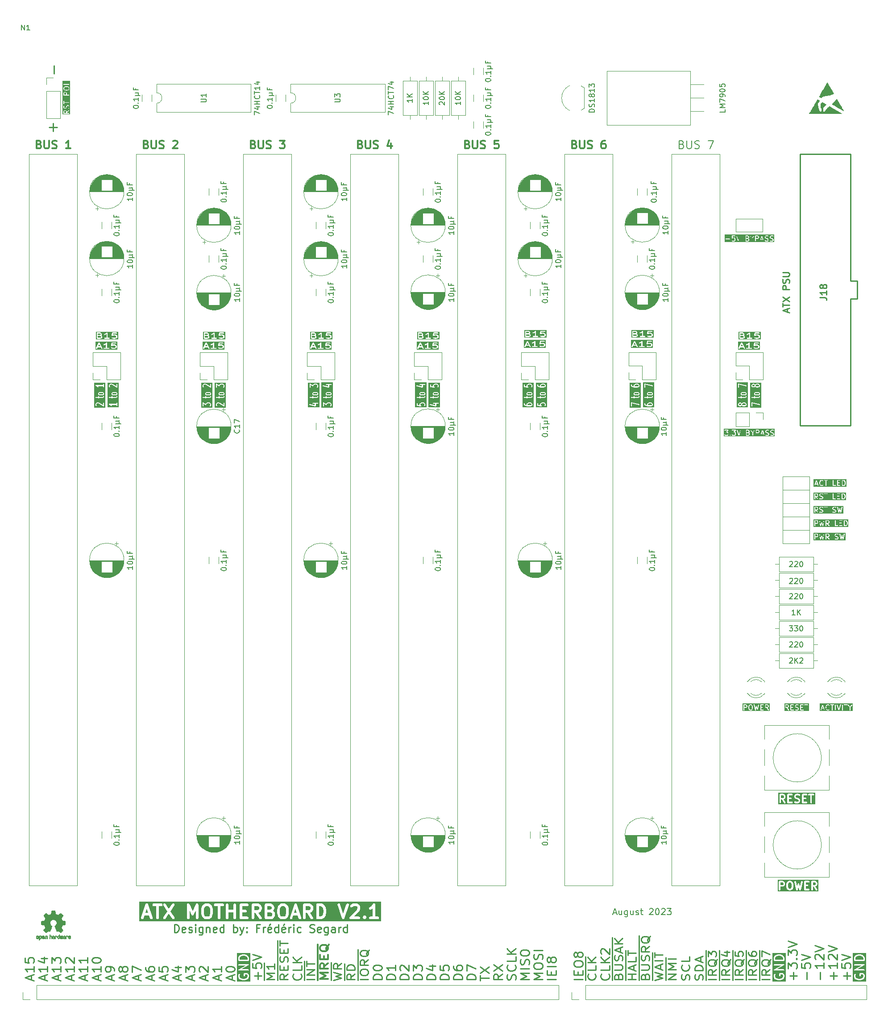
<source format=gto>
G04 #@! TF.GenerationSoftware,KiCad,Pcbnew,7.0.6*
G04 #@! TF.CreationDate,2023-08-16T20:37:00-04:00*
G04 #@! TF.ProjectId,1 - ATX 16 bit ISA passive backplane,31202d20-4154-4582-9031-362062697420,2*
G04 #@! TF.SameCoordinates,Original*
G04 #@! TF.FileFunction,Legend,Top*
G04 #@! TF.FilePolarity,Positive*
%FSLAX46Y46*%
G04 Gerber Fmt 4.6, Leading zero omitted, Abs format (unit mm)*
G04 Created by KiCad (PCBNEW 7.0.6) date 2023-08-16 20:37:00*
%MOMM*%
%LPD*%
G01*
G04 APERTURE LIST*
%ADD10C,0.250000*%
%ADD11C,0.500000*%
%ADD12C,0.200000*%
%ADD13C,0.300000*%
%ADD14C,0.220000*%
%ADD15C,0.180000*%
%ADD16C,0.150000*%
%ADD17C,0.125000*%
%ADD18C,0.254000*%
%ADD19C,0.120000*%
%ADD20C,0.010000*%
%ADD21R,1.635000X1.635000*%
%ADD22C,1.635000*%
%ADD23C,0.900000*%
%ADD24C,8.000000*%
%ADD25C,1.600000*%
%ADD26O,1.600000X1.600000*%
%ADD27R,1.700000X1.700000*%
%ADD28O,1.700000X1.700000*%
%ADD29R,1.600000X1.600000*%
%ADD30O,3.048000X1.850000*%
%ADD31R,1.500000X1.500000*%
%ADD32C,1.500000*%
%ADD33R,1.800000X1.800000*%
%ADD34C,1.800000*%
%ADD35C,2.000000*%
%ADD36C,0.001000*%
%ADD37O,3.500000X3.500000*%
%ADD38R,2.000000X1.905000*%
%ADD39O,2.000000X1.905000*%
G04 APERTURE END LIST*
D10*
X106206584Y-192458860D02*
X104456584Y-192458860D01*
X104456584Y-192458860D02*
X104456584Y-192042193D01*
X104456584Y-192042193D02*
X104539917Y-191792193D01*
X104539917Y-191792193D02*
X104706584Y-191625527D01*
X104706584Y-191625527D02*
X104873251Y-191542193D01*
X104873251Y-191542193D02*
X105206584Y-191458860D01*
X105206584Y-191458860D02*
X105456584Y-191458860D01*
X105456584Y-191458860D02*
X105789917Y-191542193D01*
X105789917Y-191542193D02*
X105956584Y-191625527D01*
X105956584Y-191625527D02*
X106123251Y-191792193D01*
X106123251Y-191792193D02*
X106206584Y-192042193D01*
X106206584Y-192042193D02*
X106206584Y-192458860D01*
X104456584Y-190875527D02*
X104456584Y-189708860D01*
X104456584Y-189708860D02*
X106206584Y-190458860D01*
X83230928Y-191458860D02*
X82516642Y-192042193D01*
X83230928Y-192458860D02*
X81730928Y-192458860D01*
X81730928Y-192458860D02*
X81730928Y-191792193D01*
X81730928Y-191792193D02*
X81802357Y-191625527D01*
X81802357Y-191625527D02*
X81873785Y-191542193D01*
X81873785Y-191542193D02*
X82016642Y-191458860D01*
X82016642Y-191458860D02*
X82230928Y-191458860D01*
X82230928Y-191458860D02*
X82373785Y-191542193D01*
X82373785Y-191542193D02*
X82445214Y-191625527D01*
X82445214Y-191625527D02*
X82516642Y-191792193D01*
X82516642Y-191792193D02*
X82516642Y-192458860D01*
X83230928Y-190708860D02*
X81730928Y-190708860D01*
X81730928Y-190708860D02*
X81730928Y-190292193D01*
X81730928Y-190292193D02*
X81802357Y-190042193D01*
X81802357Y-190042193D02*
X81945214Y-189875527D01*
X81945214Y-189875527D02*
X82088071Y-189792193D01*
X82088071Y-189792193D02*
X82373785Y-189708860D01*
X82373785Y-189708860D02*
X82588071Y-189708860D01*
X82588071Y-189708860D02*
X82873785Y-189792193D01*
X82873785Y-189792193D02*
X83016642Y-189875527D01*
X83016642Y-189875527D02*
X83159500Y-190042193D01*
X83159500Y-190042193D02*
X83230928Y-190292193D01*
X83230928Y-190292193D02*
X83230928Y-190708860D01*
X81314500Y-192700527D02*
X81314500Y-189550527D01*
X149199500Y-192542193D02*
X149270928Y-192292193D01*
X149270928Y-192292193D02*
X149270928Y-191875527D01*
X149270928Y-191875527D02*
X149199500Y-191708860D01*
X149199500Y-191708860D02*
X149128071Y-191625527D01*
X149128071Y-191625527D02*
X148985214Y-191542193D01*
X148985214Y-191542193D02*
X148842357Y-191542193D01*
X148842357Y-191542193D02*
X148699500Y-191625527D01*
X148699500Y-191625527D02*
X148628071Y-191708860D01*
X148628071Y-191708860D02*
X148556642Y-191875527D01*
X148556642Y-191875527D02*
X148485214Y-192208860D01*
X148485214Y-192208860D02*
X148413785Y-192375527D01*
X148413785Y-192375527D02*
X148342357Y-192458860D01*
X148342357Y-192458860D02*
X148199500Y-192542193D01*
X148199500Y-192542193D02*
X148056642Y-192542193D01*
X148056642Y-192542193D02*
X147913785Y-192458860D01*
X147913785Y-192458860D02*
X147842357Y-192375527D01*
X147842357Y-192375527D02*
X147770928Y-192208860D01*
X147770928Y-192208860D02*
X147770928Y-191792193D01*
X147770928Y-191792193D02*
X147842357Y-191542193D01*
X149270928Y-190792193D02*
X147770928Y-190792193D01*
X147770928Y-190792193D02*
X147770928Y-190375526D01*
X147770928Y-190375526D02*
X147842357Y-190125526D01*
X147842357Y-190125526D02*
X147985214Y-189958860D01*
X147985214Y-189958860D02*
X148128071Y-189875526D01*
X148128071Y-189875526D02*
X148413785Y-189792193D01*
X148413785Y-189792193D02*
X148628071Y-189792193D01*
X148628071Y-189792193D02*
X148913785Y-189875526D01*
X148913785Y-189875526D02*
X149056642Y-189958860D01*
X149056642Y-189958860D02*
X149199500Y-190125526D01*
X149199500Y-190125526D02*
X149270928Y-190375526D01*
X149270928Y-190375526D02*
X149270928Y-190792193D01*
X148842357Y-189125526D02*
X148842357Y-188292193D01*
X149270928Y-189292193D02*
X147770928Y-188708860D01*
X147770928Y-188708860D02*
X149270928Y-188125526D01*
X169039917Y-192458860D02*
X169039917Y-191125527D01*
X167956584Y-189458860D02*
X167956584Y-190292193D01*
X167956584Y-190292193D02*
X168789917Y-190375526D01*
X168789917Y-190375526D02*
X168706584Y-190292193D01*
X168706584Y-190292193D02*
X168623251Y-190125526D01*
X168623251Y-190125526D02*
X168623251Y-189708860D01*
X168623251Y-189708860D02*
X168706584Y-189542193D01*
X168706584Y-189542193D02*
X168789917Y-189458860D01*
X168789917Y-189458860D02*
X168956584Y-189375526D01*
X168956584Y-189375526D02*
X169373251Y-189375526D01*
X169373251Y-189375526D02*
X169539917Y-189458860D01*
X169539917Y-189458860D02*
X169623251Y-189542193D01*
X169623251Y-189542193D02*
X169706584Y-189708860D01*
X169706584Y-189708860D02*
X169706584Y-190125526D01*
X169706584Y-190125526D02*
X169623251Y-190292193D01*
X169623251Y-190292193D02*
X169539917Y-190375526D01*
X167956584Y-188875526D02*
X169706584Y-188292193D01*
X169706584Y-188292193D02*
X167956584Y-187708859D01*
D11*
G36*
X55554527Y-178660058D02*
G01*
X55714972Y-178820502D01*
X55809762Y-179199655D01*
X55809762Y-179971438D01*
X55714972Y-180350592D01*
X55554529Y-180511035D01*
X55405507Y-180585547D01*
X55047350Y-180585547D01*
X54898327Y-180511035D01*
X54737884Y-180350592D01*
X54643095Y-179971435D01*
X54643095Y-179199658D01*
X54737884Y-178820502D01*
X54898328Y-178660058D01*
X55047350Y-178585547D01*
X55405506Y-178585547D01*
X55554527Y-178660058D01*
G37*
G36*
X64959291Y-178660058D02*
G01*
X65020966Y-178721733D01*
X65095477Y-178870755D01*
X65095477Y-179109863D01*
X65020965Y-179258885D01*
X64959290Y-179320560D01*
X64810269Y-179395071D01*
X64166906Y-179395071D01*
X64166906Y-178585547D01*
X64810269Y-178585547D01*
X64959291Y-178660058D01*
G37*
G36*
X67472336Y-179863579D02*
G01*
X67520964Y-179912206D01*
X67595477Y-180061230D01*
X67595477Y-180300340D01*
X67520964Y-180449364D01*
X67459292Y-180511036D01*
X67310270Y-180585547D01*
X66666906Y-180585547D01*
X66666906Y-179776023D01*
X67209669Y-179776023D01*
X67472336Y-179863579D01*
G37*
G36*
X67340244Y-178660059D02*
G01*
X67401918Y-178721732D01*
X67476429Y-178870754D01*
X67476429Y-178990816D01*
X67401918Y-179139838D01*
X67340243Y-179201512D01*
X67191222Y-179276023D01*
X66666906Y-179276023D01*
X66666906Y-178585547D01*
X67191221Y-178585547D01*
X67340244Y-178660059D01*
G37*
G36*
X69959290Y-178660057D02*
G01*
X70119735Y-178820502D01*
X70214525Y-179199655D01*
X70214525Y-179971438D01*
X70119735Y-180350592D01*
X69959292Y-180511035D01*
X69810270Y-180585547D01*
X69452113Y-180585547D01*
X69303090Y-180511035D01*
X69142647Y-180350592D01*
X69047858Y-179971435D01*
X69047858Y-179199658D01*
X69142647Y-178820502D01*
X69303091Y-178660058D01*
X69452113Y-178585547D01*
X69810269Y-178585547D01*
X69959290Y-178660057D01*
G37*
G36*
X74721196Y-178660058D02*
G01*
X74782871Y-178721733D01*
X74857382Y-178870755D01*
X74857382Y-179109863D01*
X74782871Y-179258885D01*
X74721195Y-179320560D01*
X74572174Y-179395071D01*
X73928811Y-179395071D01*
X73928811Y-178585547D01*
X74572174Y-178585547D01*
X74721196Y-178660058D01*
G37*
G36*
X76996145Y-178673102D02*
G01*
X77163823Y-178840780D01*
X77252453Y-179018041D01*
X77357382Y-179437751D01*
X77357382Y-179733343D01*
X77252453Y-180153052D01*
X77163822Y-180330315D01*
X76996146Y-180497991D01*
X76733479Y-180585547D01*
X76428811Y-180585547D01*
X76428811Y-178585547D01*
X76733479Y-178585547D01*
X76996145Y-178673102D01*
G37*
G36*
X44046238Y-179871261D02*
G01*
X43549476Y-179871261D01*
X43797857Y-179126117D01*
X44046238Y-179871261D01*
G37*
G36*
X72260525Y-179871261D02*
G01*
X71763763Y-179871261D01*
X72012144Y-179126117D01*
X72260525Y-179871261D01*
G37*
G36*
X88214524Y-181442691D02*
G01*
X42358010Y-181442691D01*
X42358010Y-180853269D01*
X42715153Y-180853269D01*
X42740917Y-180947351D01*
X42800723Y-181024411D01*
X42885467Y-181072718D01*
X42982246Y-181084918D01*
X43076328Y-181059154D01*
X43153388Y-180999348D01*
X43201695Y-180914604D01*
X43382809Y-180371261D01*
X44212905Y-180371261D01*
X44394019Y-180914604D01*
X44442326Y-180999347D01*
X44519386Y-181059154D01*
X44613468Y-181084918D01*
X44710247Y-181072718D01*
X44794990Y-181024410D01*
X44854797Y-180947350D01*
X44880561Y-180853269D01*
X44868361Y-180756490D01*
X44061380Y-178335547D01*
X44857381Y-178335547D01*
X44876411Y-178431218D01*
X44930604Y-178512324D01*
X45011710Y-178566517D01*
X45107381Y-178585547D01*
X45571666Y-178585547D01*
X45571666Y-180835547D01*
X45590696Y-180931218D01*
X45644889Y-181012324D01*
X45725995Y-181066517D01*
X45821666Y-181085547D01*
X45917337Y-181066517D01*
X45998443Y-181012324D01*
X46052636Y-180931218D01*
X46071666Y-180835547D01*
X46071666Y-180787031D01*
X46885943Y-180787031D01*
X46886044Y-180884576D01*
X46923468Y-180974657D01*
X46992515Y-181043560D01*
X47082674Y-181080794D01*
X47180219Y-181080693D01*
X47270300Y-181043269D01*
X47339203Y-180974222D01*
X47964523Y-180036241D01*
X48589844Y-180974222D01*
X48658747Y-181043269D01*
X48748828Y-181080692D01*
X48846373Y-181080794D01*
X48936532Y-181043559D01*
X49005579Y-180974657D01*
X49043002Y-180884576D01*
X49043053Y-180835547D01*
X51405000Y-180835547D01*
X51424030Y-180931218D01*
X51478223Y-181012324D01*
X51559329Y-181066517D01*
X51655000Y-181085547D01*
X51750671Y-181066517D01*
X51831777Y-181012324D01*
X51885970Y-180931218D01*
X51905000Y-180835547D01*
X51905000Y-179462438D01*
X52261787Y-180226982D01*
X52284261Y-180257613D01*
X52303964Y-180290104D01*
X52312919Y-180296674D01*
X52319490Y-180305630D01*
X52351976Y-180325330D01*
X52382612Y-180347807D01*
X52393400Y-180350450D01*
X52402897Y-180356209D01*
X52440449Y-180361977D01*
X52477355Y-180371020D01*
X52488333Y-180369333D01*
X52499311Y-180371020D01*
X52536205Y-180361980D01*
X52573769Y-180356210D01*
X52583270Y-180350448D01*
X52594054Y-180347806D01*
X52624681Y-180325335D01*
X52657176Y-180305630D01*
X52663746Y-180296674D01*
X52672702Y-180290104D01*
X52692404Y-180257613D01*
X52714879Y-180226982D01*
X53071666Y-179462438D01*
X53071666Y-180835547D01*
X53090696Y-180931218D01*
X53144889Y-181012324D01*
X53225995Y-181066517D01*
X53321666Y-181085547D01*
X53417337Y-181066517D01*
X53498443Y-181012324D01*
X53552636Y-180931218D01*
X53571666Y-180835547D01*
X53571666Y-180002214D01*
X54143095Y-180002214D01*
X54149070Y-180032253D01*
X54150559Y-180062848D01*
X54269608Y-180539039D01*
X54277547Y-180555844D01*
X54281173Y-180574074D01*
X54298188Y-180599538D01*
X54311273Y-180627238D01*
X54325041Y-180639728D01*
X54335366Y-180655180D01*
X54573461Y-180893276D01*
X54606776Y-180915537D01*
X54638435Y-180940107D01*
X54876530Y-181059154D01*
X54885192Y-181061526D01*
X54892662Y-181066517D01*
X54931964Y-181074334D01*
X54970611Y-181084918D01*
X54979522Y-181083794D01*
X54988333Y-181085547D01*
X55464524Y-181085547D01*
X55473334Y-181083794D01*
X55482246Y-181084918D01*
X55520892Y-181074334D01*
X55560195Y-181066517D01*
X55567664Y-181061526D01*
X55576327Y-181059154D01*
X55814422Y-180940107D01*
X55846080Y-180915537D01*
X55879396Y-180893276D01*
X56117491Y-180655180D01*
X56127816Y-180639726D01*
X56141584Y-180627237D01*
X56154668Y-180599539D01*
X56171684Y-180574074D01*
X56175310Y-180555845D01*
X56183250Y-180539038D01*
X56302298Y-180062848D01*
X56303787Y-180032251D01*
X56309762Y-180002214D01*
X56309762Y-179168880D01*
X56303787Y-179138842D01*
X56302298Y-179108246D01*
X56183250Y-178632056D01*
X56175310Y-178615248D01*
X56171684Y-178597019D01*
X56154666Y-178571550D01*
X56141584Y-178543857D01*
X56127818Y-178531368D01*
X56117491Y-178515913D01*
X55937125Y-178335547D01*
X56524048Y-178335547D01*
X56543078Y-178431218D01*
X56597271Y-178512324D01*
X56678377Y-178566517D01*
X56774048Y-178585547D01*
X57238333Y-178585547D01*
X57238333Y-180835547D01*
X57257363Y-180931218D01*
X57311556Y-181012324D01*
X57392662Y-181066517D01*
X57488333Y-181085547D01*
X57584004Y-181066517D01*
X57665110Y-181012324D01*
X57719303Y-180931218D01*
X57738333Y-180835547D01*
X58785953Y-180835547D01*
X58804983Y-180931218D01*
X58859176Y-181012324D01*
X58940282Y-181066517D01*
X59035953Y-181085547D01*
X59131624Y-181066517D01*
X59212730Y-181012324D01*
X59266923Y-180931218D01*
X59285953Y-180835547D01*
X59285953Y-179776023D01*
X60214524Y-179776023D01*
X60214524Y-180835547D01*
X60233554Y-180931218D01*
X60287747Y-181012324D01*
X60368853Y-181066517D01*
X60464524Y-181085547D01*
X60560195Y-181066517D01*
X60641301Y-181012324D01*
X60695494Y-180931218D01*
X60714524Y-180835547D01*
X61405001Y-180835547D01*
X61424031Y-180931218D01*
X61478224Y-181012324D01*
X61559330Y-181066517D01*
X61655001Y-181085547D01*
X62845477Y-181085547D01*
X62941148Y-181066517D01*
X63022254Y-181012324D01*
X63076447Y-180931218D01*
X63095477Y-180835547D01*
X63666906Y-180835547D01*
X63685936Y-180931218D01*
X63740129Y-181012324D01*
X63821235Y-181066517D01*
X63916906Y-181085547D01*
X64012577Y-181066517D01*
X64093683Y-181012324D01*
X64147876Y-180931218D01*
X64166906Y-180835547D01*
X64166906Y-179895071D01*
X64381980Y-179895071D01*
X65140669Y-180978913D01*
X65211123Y-181046376D01*
X65302031Y-181081743D01*
X65399553Y-181079629D01*
X65488843Y-181040355D01*
X65556306Y-180969901D01*
X65591673Y-180878993D01*
X65590731Y-180835547D01*
X66166906Y-180835547D01*
X66185936Y-180931218D01*
X66240129Y-181012324D01*
X66321235Y-181066517D01*
X66416906Y-181085547D01*
X67369287Y-181085547D01*
X67378097Y-181083794D01*
X67387009Y-181084918D01*
X67425655Y-181074334D01*
X67464958Y-181066517D01*
X67472427Y-181061526D01*
X67481090Y-181059154D01*
X67719185Y-180940107D01*
X67750840Y-180915539D01*
X67784159Y-180893276D01*
X67903207Y-180774228D01*
X67925470Y-180740907D01*
X67950036Y-180709256D01*
X68069084Y-180471160D01*
X68071456Y-180462497D01*
X68076447Y-180455028D01*
X68084264Y-180415725D01*
X68094848Y-180377079D01*
X68093724Y-180368166D01*
X68095477Y-180359357D01*
X68095477Y-180002214D01*
X68547858Y-180002214D01*
X68553833Y-180032253D01*
X68555322Y-180062848D01*
X68674371Y-180539039D01*
X68682310Y-180555844D01*
X68685936Y-180574074D01*
X68702951Y-180599538D01*
X68716036Y-180627238D01*
X68729804Y-180639728D01*
X68740129Y-180655180D01*
X68978224Y-180893276D01*
X69011539Y-180915537D01*
X69043198Y-180940107D01*
X69281293Y-181059154D01*
X69289955Y-181061526D01*
X69297425Y-181066517D01*
X69336727Y-181074334D01*
X69375374Y-181084918D01*
X69384285Y-181083794D01*
X69393096Y-181085547D01*
X69869287Y-181085547D01*
X69878097Y-181083794D01*
X69887009Y-181084918D01*
X69925655Y-181074334D01*
X69964958Y-181066517D01*
X69972427Y-181061526D01*
X69981090Y-181059154D01*
X70219185Y-180940107D01*
X70250843Y-180915537D01*
X70284159Y-180893276D01*
X70324166Y-180853269D01*
X70929440Y-180853269D01*
X70955204Y-180947351D01*
X71015010Y-181024411D01*
X71099754Y-181072718D01*
X71196533Y-181084918D01*
X71290615Y-181059154D01*
X71367675Y-180999348D01*
X71415982Y-180914604D01*
X71597096Y-180371261D01*
X72427192Y-180371261D01*
X72608306Y-180914604D01*
X72656613Y-180999347D01*
X72733673Y-181059154D01*
X72827755Y-181084918D01*
X72924534Y-181072718D01*
X73009277Y-181024410D01*
X73069084Y-180947350D01*
X73094848Y-180853269D01*
X73092614Y-180835547D01*
X73428811Y-180835547D01*
X73447841Y-180931218D01*
X73502034Y-181012324D01*
X73583140Y-181066517D01*
X73678811Y-181085547D01*
X73774482Y-181066517D01*
X73855588Y-181012324D01*
X73909781Y-180931218D01*
X73928811Y-180835547D01*
X73928811Y-179895071D01*
X74143885Y-179895071D01*
X74902574Y-180978913D01*
X74973028Y-181046376D01*
X75063936Y-181081743D01*
X75161458Y-181079629D01*
X75250748Y-181040355D01*
X75318211Y-180969901D01*
X75353578Y-180878993D01*
X75352636Y-180835547D01*
X75928811Y-180835547D01*
X75947841Y-180931218D01*
X76002034Y-181012324D01*
X76083140Y-181066517D01*
X76178811Y-181085547D01*
X76774049Y-181085547D01*
X76813349Y-181077729D01*
X76853106Y-181072718D01*
X77210249Y-180953671D01*
X77218053Y-180949222D01*
X77226863Y-180947470D01*
X77260173Y-180925212D01*
X77294993Y-180905364D01*
X77300502Y-180898265D01*
X77307969Y-180893276D01*
X77546064Y-180655180D01*
X77568323Y-180621865D01*
X77592894Y-180590207D01*
X77711941Y-180352112D01*
X77719172Y-180325703D01*
X77730870Y-180300943D01*
X77849918Y-179824753D01*
X77851407Y-179794156D01*
X77857382Y-179764119D01*
X77857382Y-179406976D01*
X77851407Y-179376938D01*
X77849918Y-179346342D01*
X77730870Y-178870151D01*
X77719172Y-178845390D01*
X77711941Y-178818982D01*
X77592894Y-178580887D01*
X77568328Y-178549234D01*
X77546064Y-178515913D01*
X77347976Y-178317825D01*
X79977059Y-178317825D01*
X79989259Y-178414604D01*
X80822592Y-180914604D01*
X80831437Y-180930122D01*
X80836156Y-180947351D01*
X80855376Y-180972116D01*
X80870899Y-180999347D01*
X80885008Y-181010297D01*
X80895962Y-181024411D01*
X80923196Y-181039935D01*
X80947959Y-181059154D01*
X80965187Y-181063871D01*
X80980706Y-181072718D01*
X81011807Y-181076638D01*
X81042041Y-181084918D01*
X81059763Y-181082683D01*
X81077485Y-181084918D01*
X81107718Y-181076638D01*
X81138820Y-181072718D01*
X81154337Y-181063872D01*
X81171567Y-181059154D01*
X81196336Y-181039930D01*
X81223563Y-181024410D01*
X81234511Y-181010302D01*
X81248627Y-180999348D01*
X81264153Y-180972109D01*
X81283370Y-180947350D01*
X81288087Y-180930123D01*
X81296934Y-180914604D01*
X81323286Y-180835547D01*
X82238334Y-180835547D01*
X82257364Y-180931218D01*
X82311557Y-181012324D01*
X82392663Y-181066517D01*
X82488334Y-181085547D01*
X84035953Y-181085547D01*
X84131624Y-181066517D01*
X84212730Y-181012324D01*
X84266923Y-180931218D01*
X84285953Y-180835547D01*
X84266923Y-180739876D01*
X84251304Y-180716501D01*
X84738334Y-180716501D01*
X84757364Y-180812172D01*
X84772983Y-180835547D01*
X84811557Y-180893277D01*
X84811560Y-180893279D01*
X84930606Y-181012325D01*
X85011712Y-181066518D01*
X85107383Y-181085548D01*
X85203054Y-181066517D01*
X85266071Y-181024410D01*
X85284159Y-181012324D01*
X85403206Y-180893277D01*
X85421187Y-180866364D01*
X85441779Y-180835547D01*
X85928810Y-180835547D01*
X85947840Y-180931218D01*
X86002033Y-181012324D01*
X86083139Y-181066517D01*
X86178810Y-181085547D01*
X86893096Y-181085547D01*
X87607381Y-181085547D01*
X87703052Y-181066517D01*
X87784158Y-181012324D01*
X87838351Y-180931218D01*
X87857381Y-180835547D01*
X87838351Y-180739876D01*
X87784158Y-180658770D01*
X87703052Y-180604577D01*
X87607381Y-180585547D01*
X87143096Y-180585547D01*
X87143096Y-178335547D01*
X87138267Y-178311272D01*
X87138242Y-178286518D01*
X87128843Y-178263896D01*
X87124066Y-178239876D01*
X87110314Y-178219295D01*
X87100818Y-178196437D01*
X87083481Y-178179136D01*
X87069873Y-178158770D01*
X87049291Y-178145017D01*
X87031771Y-178127534D01*
X87009132Y-178118184D01*
X86988767Y-178104577D01*
X86964489Y-178099747D01*
X86941612Y-178090300D01*
X86917118Y-178090325D01*
X86893096Y-178085547D01*
X86868821Y-178090375D01*
X86844067Y-178090401D01*
X86821444Y-178099799D01*
X86797425Y-178104577D01*
X86776847Y-178118326D01*
X86753986Y-178127824D01*
X86736684Y-178145162D01*
X86716319Y-178158770D01*
X86702565Y-178179353D01*
X86685084Y-178196872D01*
X86460722Y-178533413D01*
X86268813Y-178725322D01*
X86067006Y-178826226D01*
X85989946Y-178886033D01*
X85941639Y-178970776D01*
X85929439Y-179067556D01*
X85955203Y-179161637D01*
X86015010Y-179238697D01*
X86099753Y-179287004D01*
X86196533Y-179299204D01*
X86290614Y-179273440D01*
X86528709Y-179154391D01*
X86560358Y-179129827D01*
X86593682Y-179107562D01*
X86643096Y-179058148D01*
X86643096Y-180585547D01*
X86178810Y-180585547D01*
X86083139Y-180604577D01*
X86002033Y-180658770D01*
X85947840Y-180739876D01*
X85928810Y-180835547D01*
X85441779Y-180835547D01*
X85457399Y-180812172D01*
X85476430Y-180716501D01*
X85457400Y-180620830D01*
X85403207Y-180539724D01*
X85284161Y-180420678D01*
X85284159Y-180420675D01*
X85235539Y-180388189D01*
X85203054Y-180366482D01*
X85107383Y-180347452D01*
X85107382Y-180347452D01*
X85011711Y-180366482D01*
X84930605Y-180420675D01*
X84930602Y-180420678D01*
X84811557Y-180539723D01*
X84757364Y-180620829D01*
X84743172Y-180692181D01*
X84738334Y-180716501D01*
X84251304Y-180716501D01*
X84212730Y-180658770D01*
X84131624Y-180604577D01*
X84035953Y-180585547D01*
X83091888Y-180585547D01*
X84093682Y-179583753D01*
X84098672Y-179576284D01*
X84105770Y-179570776D01*
X84125615Y-179535961D01*
X84147876Y-179502647D01*
X84149628Y-179493836D01*
X84154077Y-179486033D01*
X84273124Y-179128889D01*
X84278135Y-179089135D01*
X84285953Y-179049833D01*
X84285953Y-178811738D01*
X84284200Y-178802928D01*
X84285324Y-178794017D01*
X84274741Y-178755371D01*
X84266923Y-178716067D01*
X84261932Y-178708597D01*
X84259560Y-178699935D01*
X84140513Y-178461839D01*
X84115945Y-178430183D01*
X84093682Y-178396865D01*
X83974634Y-178277818D01*
X83941317Y-178255556D01*
X83909662Y-178230989D01*
X83671567Y-178111940D01*
X83662902Y-178109567D01*
X83655434Y-178104577D01*
X83616135Y-178096760D01*
X83577486Y-178086176D01*
X83568573Y-178087299D01*
X83559763Y-178085547D01*
X82964525Y-178085547D01*
X82955715Y-178087299D01*
X82946803Y-178086176D01*
X82908156Y-178096759D01*
X82868854Y-178104577D01*
X82861384Y-178109567D01*
X82852722Y-178111940D01*
X82614626Y-178230988D01*
X82582974Y-178255553D01*
X82549654Y-178277817D01*
X82430606Y-178396865D01*
X82376412Y-178477970D01*
X82357382Y-178573641D01*
X82376412Y-178669312D01*
X82430605Y-178750418D01*
X82511710Y-178804612D01*
X82607381Y-178823642D01*
X82703052Y-178804612D01*
X82784158Y-178750419D01*
X82874517Y-178660059D01*
X83023542Y-178585547D01*
X83500745Y-178585547D01*
X83649769Y-178660059D01*
X83711442Y-178721732D01*
X83785953Y-178870754D01*
X83785953Y-179009263D01*
X83698397Y-179271930D01*
X82311556Y-180658769D01*
X82311557Y-180658770D01*
X82257364Y-180739876D01*
X82238334Y-180835547D01*
X81323286Y-180835547D01*
X82130267Y-178414604D01*
X82142467Y-178317825D01*
X82116703Y-178223744D01*
X82056896Y-178146684D01*
X81972153Y-178098376D01*
X81875374Y-178086176D01*
X81781292Y-178111940D01*
X81704232Y-178171747D01*
X81655925Y-178256490D01*
X81059763Y-180044976D01*
X80463601Y-178256490D01*
X80415294Y-178171746D01*
X80338234Y-178111940D01*
X80244152Y-178086176D01*
X80147373Y-178098376D01*
X80062629Y-178146683D01*
X80002823Y-178223743D01*
X79977059Y-178317825D01*
X77347976Y-178317825D01*
X77307969Y-178277818D01*
X77300499Y-178272827D01*
X77294993Y-178265732D01*
X77260184Y-178245889D01*
X77226863Y-178223625D01*
X77218052Y-178221872D01*
X77210249Y-178217424D01*
X76853106Y-178098376D01*
X76813349Y-178093364D01*
X76774049Y-178085547D01*
X76178811Y-178085547D01*
X76083140Y-178104577D01*
X76002034Y-178158770D01*
X75947841Y-178239876D01*
X75928811Y-178335547D01*
X75928811Y-180835546D01*
X75928811Y-180835547D01*
X75352636Y-180835547D01*
X75351464Y-180781471D01*
X75312190Y-180692181D01*
X74736905Y-179870345D01*
X74742996Y-179868678D01*
X74981091Y-179749629D01*
X75012740Y-179725065D01*
X75046064Y-179702800D01*
X75165111Y-179583753D01*
X75187376Y-179550430D01*
X75211941Y-179518779D01*
X75330989Y-179280684D01*
X75333361Y-179272019D01*
X75338352Y-179264551D01*
X75346168Y-179225252D01*
X75356753Y-179186603D01*
X75355629Y-179177690D01*
X75357382Y-179168880D01*
X75357382Y-178811738D01*
X75355629Y-178802927D01*
X75356753Y-178794015D01*
X75346168Y-178755365D01*
X75338352Y-178716067D01*
X75333361Y-178708598D01*
X75330989Y-178699934D01*
X75211941Y-178461839D01*
X75187376Y-178430187D01*
X75165111Y-178396865D01*
X75046064Y-178277818D01*
X75012740Y-178255552D01*
X74981091Y-178230989D01*
X74742996Y-178111940D01*
X74734331Y-178109567D01*
X74726863Y-178104577D01*
X74687564Y-178096760D01*
X74648915Y-178086176D01*
X74640002Y-178087299D01*
X74631192Y-178085547D01*
X73678811Y-178085547D01*
X73583140Y-178104577D01*
X73502034Y-178158770D01*
X73447841Y-178239876D01*
X73428811Y-178335547D01*
X73428811Y-180835547D01*
X73092614Y-180835547D01*
X73082648Y-180756490D01*
X72249315Y-178256490D01*
X72240468Y-178240970D01*
X72235751Y-178223744D01*
X72216534Y-178198984D01*
X72201008Y-178171746D01*
X72186892Y-178160791D01*
X72175944Y-178146684D01*
X72148717Y-178131163D01*
X72123948Y-178111940D01*
X72106718Y-178107221D01*
X72091201Y-178098376D01*
X72060099Y-178094455D01*
X72029866Y-178086176D01*
X72012144Y-178088410D01*
X71994422Y-178086176D01*
X71964188Y-178094455D01*
X71933087Y-178098376D01*
X71917568Y-178107222D01*
X71900340Y-178111940D01*
X71875577Y-178131158D01*
X71848343Y-178146683D01*
X71837389Y-178160796D01*
X71823280Y-178171747D01*
X71807757Y-178198977D01*
X71788537Y-178223743D01*
X71783818Y-178240971D01*
X71774973Y-178256490D01*
X70941640Y-180756490D01*
X70929440Y-180853269D01*
X70324166Y-180853269D01*
X70522254Y-180655180D01*
X70532579Y-180639726D01*
X70546347Y-180627237D01*
X70559431Y-180599539D01*
X70576447Y-180574074D01*
X70580073Y-180555845D01*
X70588013Y-180539038D01*
X70707061Y-180062848D01*
X70708550Y-180032251D01*
X70714525Y-180002214D01*
X70714525Y-179168880D01*
X70708550Y-179138842D01*
X70707061Y-179108246D01*
X70588013Y-178632056D01*
X70580073Y-178615248D01*
X70576447Y-178597019D01*
X70559429Y-178571550D01*
X70546347Y-178543857D01*
X70532581Y-178531368D01*
X70522254Y-178515913D01*
X70284159Y-178277818D01*
X70250835Y-178255552D01*
X70219186Y-178230989D01*
X69981091Y-178111940D01*
X69972426Y-178109567D01*
X69964958Y-178104577D01*
X69925659Y-178096760D01*
X69887010Y-178086176D01*
X69878097Y-178087299D01*
X69869287Y-178085547D01*
X69393096Y-178085547D01*
X69384286Y-178087299D01*
X69375374Y-178086176D01*
X69336727Y-178096759D01*
X69297425Y-178104577D01*
X69289955Y-178109567D01*
X69281293Y-178111940D01*
X69043197Y-178230988D01*
X69011542Y-178255555D01*
X68978224Y-178277818D01*
X68740129Y-178515913D01*
X68729803Y-178531366D01*
X68716036Y-178543856D01*
X68702952Y-178571551D01*
X68685936Y-178597019D01*
X68682309Y-178615249D01*
X68674371Y-178632055D01*
X68555322Y-179108246D01*
X68553833Y-179138840D01*
X68547858Y-179168880D01*
X68547858Y-180002214D01*
X68095477Y-180002214D01*
X68093724Y-179993404D01*
X68094848Y-179984492D01*
X68084264Y-179945845D01*
X68076447Y-179906543D01*
X68071456Y-179899073D01*
X68069084Y-179890411D01*
X67950036Y-179652315D01*
X67925470Y-179620663D01*
X67903207Y-179587343D01*
X67784159Y-179468295D01*
X67782006Y-179466856D01*
X67784158Y-179464705D01*
X67806419Y-179431389D01*
X67830989Y-179399731D01*
X67950036Y-179161636D01*
X67952408Y-179152973D01*
X67957399Y-179145504D01*
X67965216Y-179106201D01*
X67975800Y-179067555D01*
X67974676Y-179058643D01*
X67976429Y-179049833D01*
X67976429Y-178811738D01*
X67974676Y-178802928D01*
X67975800Y-178794017D01*
X67965217Y-178755371D01*
X67957399Y-178716067D01*
X67952408Y-178708597D01*
X67950036Y-178699935D01*
X67830989Y-178461839D01*
X67806421Y-178430183D01*
X67784158Y-178396865D01*
X67665110Y-178277818D01*
X67631793Y-178255556D01*
X67600138Y-178230989D01*
X67362043Y-178111940D01*
X67353378Y-178109567D01*
X67345910Y-178104577D01*
X67306611Y-178096760D01*
X67267962Y-178086176D01*
X67259049Y-178087299D01*
X67250239Y-178085547D01*
X66416906Y-178085547D01*
X66321235Y-178104577D01*
X66240129Y-178158770D01*
X66185936Y-178239876D01*
X66166906Y-178335547D01*
X66166906Y-180835546D01*
X66166906Y-180835547D01*
X65590731Y-180835547D01*
X65589559Y-180781471D01*
X65550285Y-180692181D01*
X64975000Y-179870345D01*
X64981091Y-179868678D01*
X65219186Y-179749629D01*
X65250835Y-179725065D01*
X65284159Y-179702800D01*
X65403206Y-179583753D01*
X65425471Y-179550430D01*
X65450036Y-179518779D01*
X65569084Y-179280684D01*
X65571456Y-179272019D01*
X65576447Y-179264551D01*
X65584263Y-179225252D01*
X65594848Y-179186603D01*
X65593724Y-179177690D01*
X65595477Y-179168880D01*
X65595477Y-178811738D01*
X65593724Y-178802927D01*
X65594848Y-178794015D01*
X65584263Y-178755365D01*
X65576447Y-178716067D01*
X65571456Y-178708598D01*
X65569084Y-178699934D01*
X65450036Y-178461839D01*
X65425471Y-178430187D01*
X65403206Y-178396865D01*
X65284159Y-178277818D01*
X65250835Y-178255552D01*
X65219186Y-178230989D01*
X64981091Y-178111940D01*
X64972426Y-178109567D01*
X64964958Y-178104577D01*
X64925659Y-178096760D01*
X64887010Y-178086176D01*
X64878097Y-178087299D01*
X64869287Y-178085547D01*
X63916906Y-178085547D01*
X63821235Y-178104577D01*
X63740129Y-178158770D01*
X63685936Y-178239876D01*
X63666906Y-178335547D01*
X63666906Y-180835547D01*
X63095477Y-180835547D01*
X63076447Y-180739876D01*
X63022254Y-180658770D01*
X62941148Y-180604577D01*
X62845477Y-180585547D01*
X61905001Y-180585547D01*
X61905001Y-179776023D01*
X62488334Y-179776023D01*
X62584005Y-179756993D01*
X62665111Y-179702800D01*
X62719304Y-179621694D01*
X62738334Y-179526023D01*
X62719304Y-179430352D01*
X62665111Y-179349246D01*
X62584005Y-179295053D01*
X62488334Y-179276023D01*
X61905001Y-179276023D01*
X61905001Y-178585547D01*
X62845477Y-178585547D01*
X62941148Y-178566517D01*
X63022254Y-178512324D01*
X63076447Y-178431218D01*
X63095477Y-178335547D01*
X63076447Y-178239876D01*
X63022254Y-178158770D01*
X62941148Y-178104577D01*
X62845477Y-178085547D01*
X61655001Y-178085547D01*
X61559330Y-178104577D01*
X61478224Y-178158770D01*
X61424031Y-178239876D01*
X61405001Y-178335547D01*
X61405001Y-180835546D01*
X61405001Y-180835547D01*
X60714524Y-180835547D01*
X60714524Y-178335547D01*
X60695494Y-178239876D01*
X60641301Y-178158770D01*
X60560195Y-178104577D01*
X60464524Y-178085547D01*
X60368853Y-178104577D01*
X60287747Y-178158770D01*
X60233554Y-178239876D01*
X60214524Y-178335547D01*
X60214524Y-179276023D01*
X59285953Y-179276023D01*
X59285953Y-178335547D01*
X59266923Y-178239876D01*
X59212730Y-178158770D01*
X59131624Y-178104577D01*
X59035953Y-178085547D01*
X58940282Y-178104577D01*
X58859176Y-178158770D01*
X58804983Y-178239876D01*
X58785953Y-178335547D01*
X58785953Y-180835547D01*
X57738333Y-180835547D01*
X57738333Y-178585547D01*
X58202619Y-178585547D01*
X58298290Y-178566517D01*
X58379396Y-178512324D01*
X58433589Y-178431218D01*
X58452619Y-178335547D01*
X58433589Y-178239876D01*
X58379396Y-178158770D01*
X58298290Y-178104577D01*
X58202619Y-178085547D01*
X56774048Y-178085547D01*
X56678377Y-178104577D01*
X56597271Y-178158770D01*
X56543078Y-178239876D01*
X56524048Y-178335547D01*
X55937125Y-178335547D01*
X55879396Y-178277818D01*
X55846072Y-178255552D01*
X55814423Y-178230989D01*
X55576328Y-178111940D01*
X55567663Y-178109567D01*
X55560195Y-178104577D01*
X55520896Y-178096760D01*
X55482247Y-178086176D01*
X55473334Y-178087299D01*
X55464524Y-178085547D01*
X54988333Y-178085547D01*
X54979523Y-178087299D01*
X54970611Y-178086176D01*
X54931964Y-178096759D01*
X54892662Y-178104577D01*
X54885192Y-178109567D01*
X54876530Y-178111940D01*
X54638434Y-178230988D01*
X54606779Y-178255555D01*
X54573461Y-178277818D01*
X54335366Y-178515913D01*
X54325040Y-178531366D01*
X54311273Y-178543856D01*
X54298189Y-178571551D01*
X54281173Y-178597019D01*
X54277546Y-178615249D01*
X54269608Y-178632055D01*
X54150559Y-179108246D01*
X54149070Y-179138840D01*
X54143095Y-179168880D01*
X54143095Y-180002214D01*
X53571666Y-180002214D01*
X53571666Y-178335547D01*
X53563203Y-178293002D01*
X53556615Y-178250111D01*
X53553723Y-178245342D01*
X53552636Y-178239876D01*
X53528530Y-178203799D01*
X53506035Y-178166704D01*
X53501541Y-178163407D01*
X53498443Y-178158770D01*
X53462351Y-178134654D01*
X53427387Y-178109002D01*
X53421974Y-178107675D01*
X53417337Y-178104577D01*
X53374774Y-178096110D01*
X53332644Y-178085788D01*
X53327133Y-178086634D01*
X53321666Y-178085547D01*
X53279110Y-178094011D01*
X53236230Y-178100599D01*
X53231464Y-178103489D01*
X53225995Y-178104577D01*
X53189911Y-178128687D01*
X53152823Y-178151178D01*
X53149526Y-178155671D01*
X53144889Y-178158770D01*
X53120779Y-178194852D01*
X53095120Y-178229826D01*
X52488333Y-179530083D01*
X51881546Y-178229826D01*
X51855886Y-178194852D01*
X51831777Y-178158770D01*
X51827139Y-178155671D01*
X51823843Y-178151178D01*
X51786747Y-178128682D01*
X51750671Y-178104577D01*
X51745204Y-178103489D01*
X51740436Y-178100598D01*
X51697543Y-178094009D01*
X51655000Y-178085547D01*
X51649532Y-178086634D01*
X51644022Y-178085788D01*
X51601881Y-178096112D01*
X51559329Y-178104577D01*
X51554693Y-178107674D01*
X51549279Y-178109001D01*
X51514305Y-178134660D01*
X51478223Y-178158770D01*
X51475124Y-178163407D01*
X51470631Y-178166704D01*
X51448135Y-178203799D01*
X51424030Y-178239876D01*
X51422942Y-178245342D01*
X51420051Y-178250111D01*
X51413462Y-178293003D01*
X51405000Y-178335547D01*
X51405000Y-180835547D01*
X49043053Y-180835547D01*
X49043104Y-180787031D01*
X49005869Y-180696872D01*
X48264985Y-179585547D01*
X49005869Y-178474222D01*
X49043104Y-178384063D01*
X49043002Y-178286518D01*
X49005579Y-178196437D01*
X48936532Y-178127535D01*
X48846373Y-178090300D01*
X48748828Y-178090402D01*
X48658747Y-178127825D01*
X48589844Y-178196872D01*
X47964523Y-179134852D01*
X47339203Y-178196872D01*
X47270300Y-178127825D01*
X47180219Y-178090401D01*
X47082674Y-178090300D01*
X46992515Y-178127534D01*
X46923468Y-178196437D01*
X46886044Y-178286518D01*
X46885943Y-178384063D01*
X46923177Y-178474222D01*
X47664060Y-179585547D01*
X46923177Y-180696872D01*
X46885943Y-180787031D01*
X46071666Y-180787031D01*
X46071666Y-178585547D01*
X46535952Y-178585547D01*
X46631623Y-178566517D01*
X46712729Y-178512324D01*
X46766922Y-178431218D01*
X46785952Y-178335547D01*
X46766922Y-178239876D01*
X46712729Y-178158770D01*
X46631623Y-178104577D01*
X46535952Y-178085547D01*
X45107381Y-178085547D01*
X45011710Y-178104577D01*
X44930604Y-178158770D01*
X44876411Y-178239876D01*
X44857381Y-178335547D01*
X44061380Y-178335547D01*
X44035028Y-178256490D01*
X44026181Y-178240970D01*
X44021464Y-178223744D01*
X44002247Y-178198984D01*
X43986721Y-178171746D01*
X43972605Y-178160791D01*
X43961657Y-178146684D01*
X43934430Y-178131163D01*
X43909661Y-178111940D01*
X43892431Y-178107221D01*
X43876914Y-178098376D01*
X43845812Y-178094455D01*
X43815579Y-178086176D01*
X43797856Y-178088410D01*
X43780135Y-178086176D01*
X43749901Y-178094455D01*
X43718800Y-178098376D01*
X43703281Y-178107222D01*
X43686053Y-178111940D01*
X43661290Y-178131158D01*
X43634056Y-178146683D01*
X43623102Y-178160796D01*
X43608993Y-178171747D01*
X43593470Y-178198977D01*
X43574250Y-178223743D01*
X43569531Y-178240971D01*
X43560686Y-178256490D01*
X42727353Y-180756490D01*
X42715153Y-180853269D01*
X42358010Y-180853269D01*
X42358010Y-177728404D01*
X88214524Y-177728404D01*
X88214524Y-181442691D01*
G37*
D10*
X49826584Y-192542193D02*
X49826584Y-191708860D01*
X50326584Y-192708860D02*
X48576584Y-192125527D01*
X48576584Y-192125527D02*
X50326584Y-191542193D01*
X49159917Y-190208860D02*
X50326584Y-190208860D01*
X48493251Y-190625527D02*
X49743251Y-191042193D01*
X49743251Y-191042193D02*
X49743251Y-189958860D01*
X98586584Y-192458860D02*
X96836584Y-192458860D01*
X96836584Y-192458860D02*
X96836584Y-192042193D01*
X96836584Y-192042193D02*
X96919917Y-191792193D01*
X96919917Y-191792193D02*
X97086584Y-191625527D01*
X97086584Y-191625527D02*
X97253251Y-191542193D01*
X97253251Y-191542193D02*
X97586584Y-191458860D01*
X97586584Y-191458860D02*
X97836584Y-191458860D01*
X97836584Y-191458860D02*
X98169917Y-191542193D01*
X98169917Y-191542193D02*
X98336584Y-191625527D01*
X98336584Y-191625527D02*
X98503251Y-191792193D01*
X98503251Y-191792193D02*
X98586584Y-192042193D01*
X98586584Y-192042193D02*
X98586584Y-192458860D01*
X97419917Y-189958860D02*
X98586584Y-189958860D01*
X96753251Y-190375527D02*
X98003251Y-190792193D01*
X98003251Y-190792193D02*
X98003251Y-189708860D01*
X96046584Y-192458860D02*
X94296584Y-192458860D01*
X94296584Y-192458860D02*
X94296584Y-192042193D01*
X94296584Y-192042193D02*
X94379917Y-191792193D01*
X94379917Y-191792193D02*
X94546584Y-191625527D01*
X94546584Y-191625527D02*
X94713251Y-191542193D01*
X94713251Y-191542193D02*
X95046584Y-191458860D01*
X95046584Y-191458860D02*
X95296584Y-191458860D01*
X95296584Y-191458860D02*
X95629917Y-191542193D01*
X95629917Y-191542193D02*
X95796584Y-191625527D01*
X95796584Y-191625527D02*
X95963251Y-191792193D01*
X95963251Y-191792193D02*
X96046584Y-192042193D01*
X96046584Y-192042193D02*
X96046584Y-192458860D01*
X94296584Y-190875527D02*
X94296584Y-189792193D01*
X94296584Y-189792193D02*
X94963251Y-190375527D01*
X94963251Y-190375527D02*
X94963251Y-190125527D01*
X94963251Y-190125527D02*
X95046584Y-189958860D01*
X95046584Y-189958860D02*
X95129917Y-189875527D01*
X95129917Y-189875527D02*
X95296584Y-189792193D01*
X95296584Y-189792193D02*
X95713251Y-189792193D01*
X95713251Y-189792193D02*
X95879917Y-189875527D01*
X95879917Y-189875527D02*
X95963251Y-189958860D01*
X95963251Y-189958860D02*
X96046584Y-190125527D01*
X96046584Y-190125527D02*
X96046584Y-190625527D01*
X96046584Y-190625527D02*
X95963251Y-190792193D01*
X95963251Y-190792193D02*
X95879917Y-190875527D01*
X24426584Y-192542193D02*
X24426584Y-191708860D01*
X24926584Y-192708860D02*
X23176584Y-192125527D01*
X23176584Y-192125527D02*
X24926584Y-191542193D01*
X24926584Y-190042193D02*
X24926584Y-191042193D01*
X24926584Y-190542193D02*
X23176584Y-190542193D01*
X23176584Y-190542193D02*
X23426584Y-190708860D01*
X23426584Y-190708860D02*
X23593251Y-190875527D01*
X23593251Y-190875527D02*
X23676584Y-191042193D01*
X23759917Y-188542193D02*
X24926584Y-188542193D01*
X23093251Y-188958860D02*
X24343251Y-189375526D01*
X24343251Y-189375526D02*
X24343251Y-188292193D01*
X79190928Y-192625527D02*
X80690928Y-192208860D01*
X80690928Y-192208860D02*
X79619500Y-191875527D01*
X79619500Y-191875527D02*
X80690928Y-191542193D01*
X80690928Y-191542193D02*
X79190928Y-191125527D01*
X80690928Y-189458860D02*
X79976642Y-190042193D01*
X80690928Y-190458860D02*
X79190928Y-190458860D01*
X79190928Y-190458860D02*
X79190928Y-189792193D01*
X79190928Y-189792193D02*
X79262357Y-189625527D01*
X79262357Y-189625527D02*
X79333785Y-189542193D01*
X79333785Y-189542193D02*
X79476642Y-189458860D01*
X79476642Y-189458860D02*
X79690928Y-189458860D01*
X79690928Y-189458860D02*
X79833785Y-189542193D01*
X79833785Y-189542193D02*
X79905214Y-189625527D01*
X79905214Y-189625527D02*
X79976642Y-189792193D01*
X79976642Y-189792193D02*
X79976642Y-190458860D01*
X78774500Y-192700527D02*
X78774500Y-189300527D01*
X54906584Y-192542193D02*
X54906584Y-191708860D01*
X55406584Y-192708860D02*
X53656584Y-192125527D01*
X53656584Y-192125527D02*
X55406584Y-191542193D01*
X53823251Y-191042193D02*
X53739917Y-190958860D01*
X53739917Y-190958860D02*
X53656584Y-190792193D01*
X53656584Y-190792193D02*
X53656584Y-190375527D01*
X53656584Y-190375527D02*
X53739917Y-190208860D01*
X53739917Y-190208860D02*
X53823251Y-190125527D01*
X53823251Y-190125527D02*
X53989917Y-190042193D01*
X53989917Y-190042193D02*
X54156584Y-190042193D01*
X54156584Y-190042193D02*
X54406584Y-190125527D01*
X54406584Y-190125527D02*
X55406584Y-191125527D01*
X55406584Y-191125527D02*
X55406584Y-190042193D01*
X133245214Y-191875527D02*
X133316642Y-191625527D01*
X133316642Y-191625527D02*
X133388071Y-191542193D01*
X133388071Y-191542193D02*
X133530928Y-191458860D01*
X133530928Y-191458860D02*
X133745214Y-191458860D01*
X133745214Y-191458860D02*
X133888071Y-191542193D01*
X133888071Y-191542193D02*
X133959500Y-191625527D01*
X133959500Y-191625527D02*
X134030928Y-191792193D01*
X134030928Y-191792193D02*
X134030928Y-192458860D01*
X134030928Y-192458860D02*
X132530928Y-192458860D01*
X132530928Y-192458860D02*
X132530928Y-191875527D01*
X132530928Y-191875527D02*
X132602357Y-191708860D01*
X132602357Y-191708860D02*
X132673785Y-191625527D01*
X132673785Y-191625527D02*
X132816642Y-191542193D01*
X132816642Y-191542193D02*
X132959500Y-191542193D01*
X132959500Y-191542193D02*
X133102357Y-191625527D01*
X133102357Y-191625527D02*
X133173785Y-191708860D01*
X133173785Y-191708860D02*
X133245214Y-191875527D01*
X133245214Y-191875527D02*
X133245214Y-192458860D01*
X132530928Y-190708860D02*
X133745214Y-190708860D01*
X133745214Y-190708860D02*
X133888071Y-190625527D01*
X133888071Y-190625527D02*
X133959500Y-190542193D01*
X133959500Y-190542193D02*
X134030928Y-190375527D01*
X134030928Y-190375527D02*
X134030928Y-190042193D01*
X134030928Y-190042193D02*
X133959500Y-189875527D01*
X133959500Y-189875527D02*
X133888071Y-189792193D01*
X133888071Y-189792193D02*
X133745214Y-189708860D01*
X133745214Y-189708860D02*
X132530928Y-189708860D01*
X133959500Y-188958860D02*
X134030928Y-188708860D01*
X134030928Y-188708860D02*
X134030928Y-188292194D01*
X134030928Y-188292194D02*
X133959500Y-188125527D01*
X133959500Y-188125527D02*
X133888071Y-188042194D01*
X133888071Y-188042194D02*
X133745214Y-187958860D01*
X133745214Y-187958860D02*
X133602357Y-187958860D01*
X133602357Y-187958860D02*
X133459500Y-188042194D01*
X133459500Y-188042194D02*
X133388071Y-188125527D01*
X133388071Y-188125527D02*
X133316642Y-188292194D01*
X133316642Y-188292194D02*
X133245214Y-188625527D01*
X133245214Y-188625527D02*
X133173785Y-188792194D01*
X133173785Y-188792194D02*
X133102357Y-188875527D01*
X133102357Y-188875527D02*
X132959500Y-188958860D01*
X132959500Y-188958860D02*
X132816642Y-188958860D01*
X132816642Y-188958860D02*
X132673785Y-188875527D01*
X132673785Y-188875527D02*
X132602357Y-188792194D01*
X132602357Y-188792194D02*
X132530928Y-188625527D01*
X132530928Y-188625527D02*
X132530928Y-188208860D01*
X132530928Y-188208860D02*
X132602357Y-187958860D01*
X133602357Y-187292193D02*
X133602357Y-186458860D01*
X134030928Y-187458860D02*
X132530928Y-186875527D01*
X132530928Y-186875527D02*
X134030928Y-186292193D01*
X134030928Y-185708860D02*
X132530928Y-185708860D01*
X134030928Y-184708860D02*
X133173785Y-185458860D01*
X132530928Y-184708860D02*
X133388071Y-185708860D01*
X132114500Y-192700527D02*
X132114500Y-184550527D01*
X34586584Y-192542193D02*
X34586584Y-191708860D01*
X35086584Y-192708860D02*
X33336584Y-192125527D01*
X33336584Y-192125527D02*
X35086584Y-191542193D01*
X35086584Y-190042193D02*
X35086584Y-191042193D01*
X35086584Y-190542193D02*
X33336584Y-190542193D01*
X33336584Y-190542193D02*
X33586584Y-190708860D01*
X33586584Y-190708860D02*
X33753251Y-190875527D01*
X33753251Y-190875527D02*
X33836584Y-191042193D01*
X33336584Y-188958860D02*
X33336584Y-188792193D01*
X33336584Y-188792193D02*
X33419917Y-188625526D01*
X33419917Y-188625526D02*
X33503251Y-188542193D01*
X33503251Y-188542193D02*
X33669917Y-188458860D01*
X33669917Y-188458860D02*
X34003251Y-188375526D01*
X34003251Y-188375526D02*
X34419917Y-188375526D01*
X34419917Y-188375526D02*
X34753251Y-188458860D01*
X34753251Y-188458860D02*
X34919917Y-188542193D01*
X34919917Y-188542193D02*
X35003251Y-188625526D01*
X35003251Y-188625526D02*
X35086584Y-188792193D01*
X35086584Y-188792193D02*
X35086584Y-188958860D01*
X35086584Y-188958860D02*
X35003251Y-189125526D01*
X35003251Y-189125526D02*
X34919917Y-189208860D01*
X34919917Y-189208860D02*
X34753251Y-189292193D01*
X34753251Y-189292193D02*
X34419917Y-189375526D01*
X34419917Y-189375526D02*
X34003251Y-189375526D01*
X34003251Y-189375526D02*
X33669917Y-189292193D01*
X33669917Y-189292193D02*
X33503251Y-189208860D01*
X33503251Y-189208860D02*
X33419917Y-189125526D01*
X33419917Y-189125526D02*
X33336584Y-188958860D01*
X131439917Y-191458860D02*
X131523251Y-191542193D01*
X131523251Y-191542193D02*
X131606584Y-191792193D01*
X131606584Y-191792193D02*
X131606584Y-191958860D01*
X131606584Y-191958860D02*
X131523251Y-192208860D01*
X131523251Y-192208860D02*
X131356584Y-192375527D01*
X131356584Y-192375527D02*
X131189917Y-192458860D01*
X131189917Y-192458860D02*
X130856584Y-192542193D01*
X130856584Y-192542193D02*
X130606584Y-192542193D01*
X130606584Y-192542193D02*
X130273251Y-192458860D01*
X130273251Y-192458860D02*
X130106584Y-192375527D01*
X130106584Y-192375527D02*
X129939917Y-192208860D01*
X129939917Y-192208860D02*
X129856584Y-191958860D01*
X129856584Y-191958860D02*
X129856584Y-191792193D01*
X129856584Y-191792193D02*
X129939917Y-191542193D01*
X129939917Y-191542193D02*
X130023251Y-191458860D01*
X131606584Y-189875527D02*
X131606584Y-190708860D01*
X131606584Y-190708860D02*
X129856584Y-190708860D01*
X131606584Y-189292193D02*
X129856584Y-189292193D01*
X131606584Y-188292193D02*
X130606584Y-189042193D01*
X129856584Y-188292193D02*
X130856584Y-189292193D01*
X130023251Y-187625526D02*
X129939917Y-187542193D01*
X129939917Y-187542193D02*
X129856584Y-187375526D01*
X129856584Y-187375526D02*
X129856584Y-186958860D01*
X129856584Y-186958860D02*
X129939917Y-186792193D01*
X129939917Y-186792193D02*
X130023251Y-186708860D01*
X130023251Y-186708860D02*
X130189917Y-186625526D01*
X130189917Y-186625526D02*
X130356584Y-186625526D01*
X130356584Y-186625526D02*
X130606584Y-186708860D01*
X130606584Y-186708860D02*
X131606584Y-187708860D01*
X131606584Y-187708860D02*
X131606584Y-186625526D01*
X103666584Y-192458860D02*
X101916584Y-192458860D01*
X101916584Y-192458860D02*
X101916584Y-192042193D01*
X101916584Y-192042193D02*
X101999917Y-191792193D01*
X101999917Y-191792193D02*
X102166584Y-191625527D01*
X102166584Y-191625527D02*
X102333251Y-191542193D01*
X102333251Y-191542193D02*
X102666584Y-191458860D01*
X102666584Y-191458860D02*
X102916584Y-191458860D01*
X102916584Y-191458860D02*
X103249917Y-191542193D01*
X103249917Y-191542193D02*
X103416584Y-191625527D01*
X103416584Y-191625527D02*
X103583251Y-191792193D01*
X103583251Y-191792193D02*
X103666584Y-192042193D01*
X103666584Y-192042193D02*
X103666584Y-192458860D01*
X101916584Y-189958860D02*
X101916584Y-190292193D01*
X101916584Y-190292193D02*
X101999917Y-190458860D01*
X101999917Y-190458860D02*
X102083251Y-190542193D01*
X102083251Y-190542193D02*
X102333251Y-190708860D01*
X102333251Y-190708860D02*
X102666584Y-190792193D01*
X102666584Y-190792193D02*
X103333251Y-190792193D01*
X103333251Y-190792193D02*
X103499917Y-190708860D01*
X103499917Y-190708860D02*
X103583251Y-190625527D01*
X103583251Y-190625527D02*
X103666584Y-190458860D01*
X103666584Y-190458860D02*
X103666584Y-190125527D01*
X103666584Y-190125527D02*
X103583251Y-189958860D01*
X103583251Y-189958860D02*
X103499917Y-189875527D01*
X103499917Y-189875527D02*
X103333251Y-189792193D01*
X103333251Y-189792193D02*
X102916584Y-189792193D01*
X102916584Y-189792193D02*
X102749917Y-189875527D01*
X102749917Y-189875527D02*
X102666584Y-189958860D01*
X102666584Y-189958860D02*
X102583251Y-190125527D01*
X102583251Y-190125527D02*
X102583251Y-190458860D01*
X102583251Y-190458860D02*
X102666584Y-190625527D01*
X102666584Y-190625527D02*
X102749917Y-190708860D01*
X102749917Y-190708860D02*
X102916584Y-190792193D01*
X111286584Y-191458860D02*
X110453251Y-192042193D01*
X111286584Y-192458860D02*
X109536584Y-192458860D01*
X109536584Y-192458860D02*
X109536584Y-191792193D01*
X109536584Y-191792193D02*
X109619917Y-191625527D01*
X109619917Y-191625527D02*
X109703251Y-191542193D01*
X109703251Y-191542193D02*
X109869917Y-191458860D01*
X109869917Y-191458860D02*
X110119917Y-191458860D01*
X110119917Y-191458860D02*
X110286584Y-191542193D01*
X110286584Y-191542193D02*
X110369917Y-191625527D01*
X110369917Y-191625527D02*
X110453251Y-191792193D01*
X110453251Y-191792193D02*
X110453251Y-192458860D01*
X109536584Y-190875527D02*
X111286584Y-189708860D01*
X109536584Y-189708860D02*
X111286584Y-190875527D01*
G36*
X164166289Y-188076800D02*
G01*
X164302538Y-188144924D01*
X164433998Y-188276384D01*
X164501584Y-188479142D01*
X164501584Y-188750527D01*
X163001584Y-188750527D01*
X163001584Y-188479142D01*
X163069169Y-188276384D01*
X163200629Y-188144924D01*
X163336878Y-188076800D01*
X163641973Y-188000527D01*
X163861195Y-188000527D01*
X164166289Y-188076800D01*
G37*
G36*
X165001584Y-192917193D02*
G01*
X162501584Y-192917193D01*
X162501584Y-191958860D01*
X162751584Y-191958860D01*
X162752243Y-191961106D01*
X162751665Y-191963377D01*
X162757999Y-191998388D01*
X162841332Y-192248388D01*
X162847797Y-192257691D01*
X162850207Y-192268766D01*
X162871529Y-192297248D01*
X163038196Y-192463916D01*
X163040251Y-192465038D01*
X163041448Y-192467053D01*
X163070683Y-192487331D01*
X163237349Y-192570663D01*
X163241660Y-192571438D01*
X163262934Y-192580128D01*
X163596267Y-192663461D01*
X163599664Y-192663322D01*
X163626584Y-192667193D01*
X163876584Y-192667193D01*
X163879847Y-192666234D01*
X163906901Y-192663461D01*
X164240234Y-192580128D01*
X164244016Y-192577909D01*
X164265818Y-192570664D01*
X164432485Y-192487331D01*
X164434200Y-192485734D01*
X164436490Y-192485237D01*
X164464972Y-192463915D01*
X164631640Y-192297248D01*
X164637070Y-192287303D01*
X164645897Y-192280197D01*
X164661836Y-192248388D01*
X164745169Y-191998388D01*
X164745253Y-191996049D01*
X164746521Y-191994077D01*
X164751584Y-191958860D01*
X164751584Y-191792193D01*
X164750924Y-191789946D01*
X164751503Y-191787675D01*
X164745169Y-191752665D01*
X164661836Y-191502665D01*
X164655370Y-191493361D01*
X164652961Y-191482286D01*
X164631639Y-191453804D01*
X164548305Y-191370471D01*
X164521158Y-191355648D01*
X164495134Y-191338923D01*
X164488883Y-191338024D01*
X164486487Y-191336716D01*
X164482010Y-191337036D01*
X164459917Y-191333860D01*
X163876584Y-191333860D01*
X163867828Y-191336430D01*
X163858795Y-191335132D01*
X163834562Y-191346198D01*
X163809004Y-191353703D01*
X163803028Y-191360599D01*
X163794726Y-191364391D01*
X163780322Y-191386803D01*
X163762880Y-191406933D01*
X163761581Y-191415965D01*
X163756647Y-191423643D01*
X163751584Y-191458860D01*
X163751584Y-191792193D01*
X163771427Y-191859773D01*
X163824657Y-191905897D01*
X163894373Y-191915921D01*
X163958442Y-191886662D01*
X163996521Y-191827410D01*
X164001584Y-191792193D01*
X164001584Y-191583860D01*
X164408140Y-191583860D01*
X164433998Y-191609717D01*
X164501584Y-191812475D01*
X164501584Y-191938577D01*
X164433997Y-192141336D01*
X164302540Y-192272794D01*
X164166288Y-192340919D01*
X163861195Y-192417193D01*
X163641973Y-192417193D01*
X163336879Y-192340919D01*
X163200628Y-192272794D01*
X163069170Y-192141337D01*
X163001584Y-191938577D01*
X163001584Y-191738368D01*
X163071720Y-191598095D01*
X163084195Y-191528775D01*
X163057212Y-191463715D01*
X162999339Y-191423572D01*
X162928948Y-191421090D01*
X162868391Y-191457057D01*
X162848113Y-191486292D01*
X162764780Y-191652959D01*
X162762773Y-191664110D01*
X162756647Y-191673643D01*
X162751584Y-191708860D01*
X162751584Y-191958860D01*
X162501584Y-191958860D01*
X162501584Y-190720188D01*
X162752098Y-190720188D01*
X162753334Y-190723318D01*
X162752856Y-190726649D01*
X162766189Y-190755845D01*
X162777984Y-190785691D01*
X162780716Y-190787654D01*
X162782115Y-190790718D01*
X162809124Y-190808076D01*
X162835175Y-190826802D01*
X162838535Y-190826977D01*
X162841367Y-190828797D01*
X162876584Y-190833860D01*
X164626584Y-190833860D01*
X164694164Y-190814017D01*
X164740288Y-190760787D01*
X164750312Y-190691071D01*
X164721053Y-190627002D01*
X164661801Y-190588923D01*
X164626584Y-190583860D01*
X163347279Y-190583860D01*
X164688601Y-189817391D01*
X164690934Y-189814965D01*
X164694164Y-189814017D01*
X164715180Y-189789762D01*
X164737432Y-189766633D01*
X164738083Y-189763330D01*
X164740288Y-189760787D01*
X164744857Y-189729007D01*
X164751069Y-189697532D01*
X164749832Y-189694403D01*
X164750312Y-189691071D01*
X164736975Y-189661867D01*
X164725184Y-189632029D01*
X164722451Y-189630065D01*
X164721053Y-189627002D01*
X164694043Y-189609643D01*
X164667993Y-189590918D01*
X164664632Y-189590742D01*
X164661801Y-189588923D01*
X164626584Y-189583860D01*
X162876584Y-189583860D01*
X162809004Y-189603703D01*
X162762880Y-189656933D01*
X162752856Y-189726649D01*
X162782115Y-189790718D01*
X162841367Y-189828797D01*
X162876584Y-189833860D01*
X164155889Y-189833860D01*
X162814567Y-190600330D01*
X162812234Y-190602754D01*
X162809004Y-190603703D01*
X162787983Y-190627962D01*
X162765736Y-190651087D01*
X162765084Y-190654389D01*
X162762880Y-190656933D01*
X162758312Y-190688702D01*
X162752098Y-190720188D01*
X162501584Y-190720188D01*
X162501584Y-188875527D01*
X162751584Y-188875527D01*
X162754154Y-188884282D01*
X162752856Y-188893316D01*
X162763922Y-188917548D01*
X162771427Y-188943107D01*
X162778323Y-188949082D01*
X162782115Y-188957385D01*
X162804527Y-188971788D01*
X162824657Y-188989231D01*
X162833689Y-188990529D01*
X162841367Y-188995464D01*
X162876584Y-189000527D01*
X164626584Y-189000527D01*
X164635339Y-188997956D01*
X164644373Y-188999255D01*
X164668605Y-188988188D01*
X164694164Y-188980684D01*
X164700139Y-188973787D01*
X164708442Y-188969996D01*
X164722845Y-188947583D01*
X164740288Y-188927454D01*
X164741586Y-188918421D01*
X164746521Y-188910744D01*
X164751584Y-188875527D01*
X164751584Y-188458860D01*
X164750924Y-188456613D01*
X164751503Y-188454342D01*
X164745169Y-188419332D01*
X164661836Y-188169332D01*
X164655370Y-188160028D01*
X164652961Y-188148954D01*
X164631639Y-188120471D01*
X164464972Y-187953805D01*
X164462917Y-187952682D01*
X164461721Y-187950669D01*
X164432486Y-187930391D01*
X164265819Y-187847057D01*
X164261508Y-187846281D01*
X164240234Y-187837592D01*
X163906901Y-187754259D01*
X163903503Y-187754397D01*
X163876584Y-187750527D01*
X163626584Y-187750527D01*
X163623320Y-187751485D01*
X163596267Y-187754259D01*
X163262934Y-187837592D01*
X163259153Y-187839809D01*
X163237349Y-187847057D01*
X163070682Y-187930391D01*
X163068968Y-187931984D01*
X163066678Y-187932483D01*
X163038196Y-187953805D01*
X162871529Y-188120471D01*
X162866098Y-188130415D01*
X162857271Y-188137523D01*
X162841332Y-188169332D01*
X162757999Y-188419332D01*
X162757914Y-188421670D01*
X162756647Y-188423643D01*
X162751584Y-188458860D01*
X162751584Y-188875527D01*
X162501584Y-188875527D01*
X162501584Y-187500527D01*
X165001584Y-187500527D01*
X165001584Y-192917193D01*
G37*
X154350928Y-192458860D02*
X152850928Y-192458860D01*
X154350928Y-190625527D02*
X153636642Y-191208860D01*
X154350928Y-191625527D02*
X152850928Y-191625527D01*
X152850928Y-191625527D02*
X152850928Y-190958860D01*
X152850928Y-190958860D02*
X152922357Y-190792194D01*
X152922357Y-190792194D02*
X152993785Y-190708860D01*
X152993785Y-190708860D02*
X153136642Y-190625527D01*
X153136642Y-190625527D02*
X153350928Y-190625527D01*
X153350928Y-190625527D02*
X153493785Y-190708860D01*
X153493785Y-190708860D02*
X153565214Y-190792194D01*
X153565214Y-190792194D02*
X153636642Y-190958860D01*
X153636642Y-190958860D02*
X153636642Y-191625527D01*
X154493785Y-188708860D02*
X154422357Y-188875527D01*
X154422357Y-188875527D02*
X154279500Y-189042194D01*
X154279500Y-189042194D02*
X154065214Y-189292194D01*
X154065214Y-189292194D02*
X153993785Y-189458860D01*
X153993785Y-189458860D02*
X153993785Y-189625527D01*
X154350928Y-189542194D02*
X154279500Y-189708860D01*
X154279500Y-189708860D02*
X154136642Y-189875527D01*
X154136642Y-189875527D02*
X153850928Y-189958860D01*
X153850928Y-189958860D02*
X153350928Y-189958860D01*
X153350928Y-189958860D02*
X153065214Y-189875527D01*
X153065214Y-189875527D02*
X152922357Y-189708860D01*
X152922357Y-189708860D02*
X152850928Y-189542194D01*
X152850928Y-189542194D02*
X152850928Y-189208860D01*
X152850928Y-189208860D02*
X152922357Y-189042194D01*
X152922357Y-189042194D02*
X153065214Y-188875527D01*
X153065214Y-188875527D02*
X153350928Y-188792194D01*
X153350928Y-188792194D02*
X153850928Y-188792194D01*
X153850928Y-188792194D02*
X154136642Y-188875527D01*
X154136642Y-188875527D02*
X154279500Y-189042194D01*
X154279500Y-189042194D02*
X154350928Y-189208860D01*
X154350928Y-189208860D02*
X154350928Y-189542194D01*
X153350928Y-187292194D02*
X154350928Y-187292194D01*
X152779500Y-187708861D02*
X153850928Y-188125527D01*
X153850928Y-188125527D02*
X153850928Y-187042194D01*
X152434500Y-192700527D02*
X152434500Y-186967194D01*
X90966584Y-192458860D02*
X89216584Y-192458860D01*
X89216584Y-192458860D02*
X89216584Y-192042193D01*
X89216584Y-192042193D02*
X89299917Y-191792193D01*
X89299917Y-191792193D02*
X89466584Y-191625527D01*
X89466584Y-191625527D02*
X89633251Y-191542193D01*
X89633251Y-191542193D02*
X89966584Y-191458860D01*
X89966584Y-191458860D02*
X90216584Y-191458860D01*
X90216584Y-191458860D02*
X90549917Y-191542193D01*
X90549917Y-191542193D02*
X90716584Y-191625527D01*
X90716584Y-191625527D02*
X90883251Y-191792193D01*
X90883251Y-191792193D02*
X90966584Y-192042193D01*
X90966584Y-192042193D02*
X90966584Y-192458860D01*
X90966584Y-189792193D02*
X90966584Y-190792193D01*
X90966584Y-190292193D02*
X89216584Y-190292193D01*
X89216584Y-190292193D02*
X89466584Y-190458860D01*
X89466584Y-190458860D02*
X89633251Y-190625527D01*
X89633251Y-190625527D02*
X89716584Y-190792193D01*
G36*
X179406289Y-188076800D02*
G01*
X179542538Y-188144924D01*
X179673998Y-188276384D01*
X179741584Y-188479142D01*
X179741584Y-188750527D01*
X178241584Y-188750527D01*
X178241584Y-188479142D01*
X178309169Y-188276384D01*
X178440629Y-188144924D01*
X178576878Y-188076800D01*
X178881973Y-188000527D01*
X179101195Y-188000527D01*
X179406289Y-188076800D01*
G37*
G36*
X180241584Y-192917193D02*
G01*
X177741584Y-192917193D01*
X177741584Y-191958860D01*
X177991584Y-191958860D01*
X177992243Y-191961106D01*
X177991665Y-191963377D01*
X177997999Y-191998388D01*
X178081332Y-192248388D01*
X178087797Y-192257691D01*
X178090207Y-192268766D01*
X178111529Y-192297248D01*
X178278196Y-192463916D01*
X178280251Y-192465038D01*
X178281448Y-192467053D01*
X178310683Y-192487331D01*
X178477349Y-192570663D01*
X178481660Y-192571438D01*
X178502934Y-192580128D01*
X178836267Y-192663461D01*
X178839664Y-192663322D01*
X178866584Y-192667193D01*
X179116584Y-192667193D01*
X179119847Y-192666234D01*
X179146901Y-192663461D01*
X179480234Y-192580128D01*
X179484016Y-192577909D01*
X179505818Y-192570664D01*
X179672485Y-192487331D01*
X179674200Y-192485734D01*
X179676490Y-192485237D01*
X179704972Y-192463915D01*
X179871640Y-192297248D01*
X179877070Y-192287303D01*
X179885897Y-192280197D01*
X179901836Y-192248388D01*
X179985169Y-191998388D01*
X179985253Y-191996049D01*
X179986521Y-191994077D01*
X179991584Y-191958860D01*
X179991584Y-191792193D01*
X179990924Y-191789946D01*
X179991503Y-191787675D01*
X179985169Y-191752665D01*
X179901836Y-191502665D01*
X179895370Y-191493361D01*
X179892961Y-191482286D01*
X179871639Y-191453804D01*
X179788305Y-191370471D01*
X179761158Y-191355648D01*
X179735134Y-191338923D01*
X179728883Y-191338024D01*
X179726487Y-191336716D01*
X179722010Y-191337036D01*
X179699917Y-191333860D01*
X179116584Y-191333860D01*
X179107828Y-191336430D01*
X179098795Y-191335132D01*
X179074562Y-191346198D01*
X179049004Y-191353703D01*
X179043028Y-191360599D01*
X179034726Y-191364391D01*
X179020322Y-191386803D01*
X179002880Y-191406933D01*
X179001581Y-191415965D01*
X178996647Y-191423643D01*
X178991584Y-191458860D01*
X178991584Y-191792193D01*
X179011427Y-191859773D01*
X179064657Y-191905897D01*
X179134373Y-191915921D01*
X179198442Y-191886662D01*
X179236521Y-191827410D01*
X179241584Y-191792193D01*
X179241584Y-191583860D01*
X179648140Y-191583860D01*
X179673998Y-191609717D01*
X179741584Y-191812475D01*
X179741584Y-191938577D01*
X179673997Y-192141336D01*
X179542540Y-192272794D01*
X179406288Y-192340919D01*
X179101195Y-192417193D01*
X178881973Y-192417193D01*
X178576879Y-192340919D01*
X178440628Y-192272794D01*
X178309170Y-192141337D01*
X178241584Y-191938577D01*
X178241584Y-191738368D01*
X178311720Y-191598095D01*
X178324195Y-191528775D01*
X178297212Y-191463715D01*
X178239339Y-191423572D01*
X178168948Y-191421090D01*
X178108391Y-191457057D01*
X178088113Y-191486292D01*
X178004780Y-191652959D01*
X178002773Y-191664110D01*
X177996647Y-191673643D01*
X177991584Y-191708860D01*
X177991584Y-191958860D01*
X177741584Y-191958860D01*
X177741584Y-190720188D01*
X177992098Y-190720188D01*
X177993334Y-190723318D01*
X177992856Y-190726649D01*
X178006189Y-190755845D01*
X178017984Y-190785691D01*
X178020716Y-190787654D01*
X178022115Y-190790718D01*
X178049124Y-190808076D01*
X178075175Y-190826802D01*
X178078535Y-190826977D01*
X178081367Y-190828797D01*
X178116584Y-190833860D01*
X179866584Y-190833860D01*
X179934164Y-190814017D01*
X179980288Y-190760787D01*
X179990312Y-190691071D01*
X179961053Y-190627002D01*
X179901801Y-190588923D01*
X179866584Y-190583860D01*
X178587279Y-190583860D01*
X179928601Y-189817391D01*
X179930934Y-189814965D01*
X179934164Y-189814017D01*
X179955180Y-189789762D01*
X179977432Y-189766633D01*
X179978083Y-189763330D01*
X179980288Y-189760787D01*
X179984857Y-189729007D01*
X179991069Y-189697532D01*
X179989832Y-189694403D01*
X179990312Y-189691071D01*
X179976975Y-189661867D01*
X179965184Y-189632029D01*
X179962451Y-189630065D01*
X179961053Y-189627002D01*
X179934043Y-189609643D01*
X179907993Y-189590918D01*
X179904632Y-189590742D01*
X179901801Y-189588923D01*
X179866584Y-189583860D01*
X178116584Y-189583860D01*
X178049004Y-189603703D01*
X178002880Y-189656933D01*
X177992856Y-189726649D01*
X178022115Y-189790718D01*
X178081367Y-189828797D01*
X178116584Y-189833860D01*
X179395889Y-189833860D01*
X178054567Y-190600330D01*
X178052234Y-190602754D01*
X178049004Y-190603703D01*
X178027983Y-190627962D01*
X178005736Y-190651087D01*
X178005084Y-190654389D01*
X178002880Y-190656933D01*
X177998312Y-190688702D01*
X177992098Y-190720188D01*
X177741584Y-190720188D01*
X177741584Y-188875527D01*
X177991584Y-188875527D01*
X177994154Y-188884282D01*
X177992856Y-188893316D01*
X178003922Y-188917548D01*
X178011427Y-188943107D01*
X178018323Y-188949082D01*
X178022115Y-188957385D01*
X178044527Y-188971788D01*
X178064657Y-188989231D01*
X178073689Y-188990529D01*
X178081367Y-188995464D01*
X178116584Y-189000527D01*
X179866584Y-189000527D01*
X179875339Y-188997956D01*
X179884373Y-188999255D01*
X179908605Y-188988188D01*
X179934164Y-188980684D01*
X179940139Y-188973787D01*
X179948442Y-188969996D01*
X179962845Y-188947583D01*
X179980288Y-188927454D01*
X179981586Y-188918421D01*
X179986521Y-188910744D01*
X179991584Y-188875527D01*
X179991584Y-188458860D01*
X179990924Y-188456613D01*
X179991503Y-188454342D01*
X179985169Y-188419332D01*
X179901836Y-188169332D01*
X179895370Y-188160028D01*
X179892961Y-188148954D01*
X179871639Y-188120471D01*
X179704972Y-187953805D01*
X179702917Y-187952682D01*
X179701721Y-187950669D01*
X179672486Y-187930391D01*
X179505819Y-187847057D01*
X179501508Y-187846281D01*
X179480234Y-187837592D01*
X179146901Y-187754259D01*
X179143503Y-187754397D01*
X179116584Y-187750527D01*
X178866584Y-187750527D01*
X178863320Y-187751485D01*
X178836267Y-187754259D01*
X178502934Y-187837592D01*
X178499153Y-187839809D01*
X178477349Y-187847057D01*
X178310682Y-187930391D01*
X178308968Y-187931984D01*
X178306678Y-187932483D01*
X178278196Y-187953805D01*
X178111529Y-188120471D01*
X178106098Y-188130415D01*
X178097271Y-188137523D01*
X178081332Y-188169332D01*
X177997999Y-188419332D01*
X177997914Y-188421670D01*
X177996647Y-188423643D01*
X177991584Y-188458860D01*
X177991584Y-188875527D01*
X177741584Y-188875527D01*
X177741584Y-187500527D01*
X180241584Y-187500527D01*
X180241584Y-192917193D01*
G37*
D12*
X132309286Y-179906885D02*
X132880715Y-179906885D01*
X132195000Y-180249742D02*
X132595000Y-179049742D01*
X132595000Y-179049742D02*
X132995000Y-180249742D01*
X133909286Y-179449742D02*
X133909286Y-180249742D01*
X133395000Y-179449742D02*
X133395000Y-180078314D01*
X133395000Y-180078314D02*
X133452143Y-180192600D01*
X133452143Y-180192600D02*
X133566428Y-180249742D01*
X133566428Y-180249742D02*
X133737857Y-180249742D01*
X133737857Y-180249742D02*
X133852143Y-180192600D01*
X133852143Y-180192600D02*
X133909286Y-180135457D01*
X134995000Y-179449742D02*
X134995000Y-180421171D01*
X134995000Y-180421171D02*
X134937857Y-180535457D01*
X134937857Y-180535457D02*
X134880714Y-180592600D01*
X134880714Y-180592600D02*
X134766428Y-180649742D01*
X134766428Y-180649742D02*
X134595000Y-180649742D01*
X134595000Y-180649742D02*
X134480714Y-180592600D01*
X134995000Y-180192600D02*
X134880714Y-180249742D01*
X134880714Y-180249742D02*
X134652142Y-180249742D01*
X134652142Y-180249742D02*
X134537857Y-180192600D01*
X134537857Y-180192600D02*
X134480714Y-180135457D01*
X134480714Y-180135457D02*
X134423571Y-180021171D01*
X134423571Y-180021171D02*
X134423571Y-179678314D01*
X134423571Y-179678314D02*
X134480714Y-179564028D01*
X134480714Y-179564028D02*
X134537857Y-179506885D01*
X134537857Y-179506885D02*
X134652142Y-179449742D01*
X134652142Y-179449742D02*
X134880714Y-179449742D01*
X134880714Y-179449742D02*
X134995000Y-179506885D01*
X136080714Y-179449742D02*
X136080714Y-180249742D01*
X135566428Y-179449742D02*
X135566428Y-180078314D01*
X135566428Y-180078314D02*
X135623571Y-180192600D01*
X135623571Y-180192600D02*
X135737856Y-180249742D01*
X135737856Y-180249742D02*
X135909285Y-180249742D01*
X135909285Y-180249742D02*
X136023571Y-180192600D01*
X136023571Y-180192600D02*
X136080714Y-180135457D01*
X136594999Y-180192600D02*
X136709285Y-180249742D01*
X136709285Y-180249742D02*
X136937856Y-180249742D01*
X136937856Y-180249742D02*
X137052142Y-180192600D01*
X137052142Y-180192600D02*
X137109285Y-180078314D01*
X137109285Y-180078314D02*
X137109285Y-180021171D01*
X137109285Y-180021171D02*
X137052142Y-179906885D01*
X137052142Y-179906885D02*
X136937856Y-179849742D01*
X136937856Y-179849742D02*
X136766428Y-179849742D01*
X136766428Y-179849742D02*
X136652142Y-179792600D01*
X136652142Y-179792600D02*
X136594999Y-179678314D01*
X136594999Y-179678314D02*
X136594999Y-179621171D01*
X136594999Y-179621171D02*
X136652142Y-179506885D01*
X136652142Y-179506885D02*
X136766428Y-179449742D01*
X136766428Y-179449742D02*
X136937856Y-179449742D01*
X136937856Y-179449742D02*
X137052142Y-179506885D01*
X137452142Y-179449742D02*
X137909285Y-179449742D01*
X137623571Y-179049742D02*
X137623571Y-180078314D01*
X137623571Y-180078314D02*
X137680714Y-180192600D01*
X137680714Y-180192600D02*
X137794999Y-180249742D01*
X137794999Y-180249742D02*
X137909285Y-180249742D01*
X139166428Y-179164028D02*
X139223571Y-179106885D01*
X139223571Y-179106885D02*
X139337857Y-179049742D01*
X139337857Y-179049742D02*
X139623571Y-179049742D01*
X139623571Y-179049742D02*
X139737857Y-179106885D01*
X139737857Y-179106885D02*
X139794999Y-179164028D01*
X139794999Y-179164028D02*
X139852142Y-179278314D01*
X139852142Y-179278314D02*
X139852142Y-179392600D01*
X139852142Y-179392600D02*
X139794999Y-179564028D01*
X139794999Y-179564028D02*
X139109285Y-180249742D01*
X139109285Y-180249742D02*
X139852142Y-180249742D01*
X140594999Y-179049742D02*
X140709285Y-179049742D01*
X140709285Y-179049742D02*
X140823571Y-179106885D01*
X140823571Y-179106885D02*
X140880714Y-179164028D01*
X140880714Y-179164028D02*
X140937856Y-179278314D01*
X140937856Y-179278314D02*
X140994999Y-179506885D01*
X140994999Y-179506885D02*
X140994999Y-179792600D01*
X140994999Y-179792600D02*
X140937856Y-180021171D01*
X140937856Y-180021171D02*
X140880714Y-180135457D01*
X140880714Y-180135457D02*
X140823571Y-180192600D01*
X140823571Y-180192600D02*
X140709285Y-180249742D01*
X140709285Y-180249742D02*
X140594999Y-180249742D01*
X140594999Y-180249742D02*
X140480714Y-180192600D01*
X140480714Y-180192600D02*
X140423571Y-180135457D01*
X140423571Y-180135457D02*
X140366428Y-180021171D01*
X140366428Y-180021171D02*
X140309285Y-179792600D01*
X140309285Y-179792600D02*
X140309285Y-179506885D01*
X140309285Y-179506885D02*
X140366428Y-179278314D01*
X140366428Y-179278314D02*
X140423571Y-179164028D01*
X140423571Y-179164028D02*
X140480714Y-179106885D01*
X140480714Y-179106885D02*
X140594999Y-179049742D01*
X141452142Y-179164028D02*
X141509285Y-179106885D01*
X141509285Y-179106885D02*
X141623571Y-179049742D01*
X141623571Y-179049742D02*
X141909285Y-179049742D01*
X141909285Y-179049742D02*
X142023571Y-179106885D01*
X142023571Y-179106885D02*
X142080713Y-179164028D01*
X142080713Y-179164028D02*
X142137856Y-179278314D01*
X142137856Y-179278314D02*
X142137856Y-179392600D01*
X142137856Y-179392600D02*
X142080713Y-179564028D01*
X142080713Y-179564028D02*
X141394999Y-180249742D01*
X141394999Y-180249742D02*
X142137856Y-180249742D01*
X142537856Y-179049742D02*
X143280713Y-179049742D01*
X143280713Y-179049742D02*
X142880713Y-179506885D01*
X142880713Y-179506885D02*
X143052142Y-179506885D01*
X143052142Y-179506885D02*
X143166428Y-179564028D01*
X143166428Y-179564028D02*
X143223570Y-179621171D01*
X143223570Y-179621171D02*
X143280713Y-179735457D01*
X143280713Y-179735457D02*
X143280713Y-180021171D01*
X143280713Y-180021171D02*
X143223570Y-180135457D01*
X143223570Y-180135457D02*
X143166428Y-180192600D01*
X143166428Y-180192600D02*
X143052142Y-180249742D01*
X143052142Y-180249742D02*
X142709285Y-180249742D01*
X142709285Y-180249742D02*
X142594999Y-180192600D01*
X142594999Y-180192600D02*
X142537856Y-180135457D01*
D10*
X26966584Y-192542193D02*
X26966584Y-191708860D01*
X27466584Y-192708860D02*
X25716584Y-192125527D01*
X25716584Y-192125527D02*
X27466584Y-191542193D01*
X27466584Y-190042193D02*
X27466584Y-191042193D01*
X27466584Y-190542193D02*
X25716584Y-190542193D01*
X25716584Y-190542193D02*
X25966584Y-190708860D01*
X25966584Y-190708860D02*
X26133251Y-190875527D01*
X26133251Y-190875527D02*
X26216584Y-191042193D01*
X25716584Y-189458860D02*
X25716584Y-188375526D01*
X25716584Y-188375526D02*
X26383251Y-188958860D01*
X26383251Y-188958860D02*
X26383251Y-188708860D01*
X26383251Y-188708860D02*
X26466584Y-188542193D01*
X26466584Y-188542193D02*
X26549917Y-188458860D01*
X26549917Y-188458860D02*
X26716584Y-188375526D01*
X26716584Y-188375526D02*
X27133251Y-188375526D01*
X27133251Y-188375526D02*
X27299917Y-188458860D01*
X27299917Y-188458860D02*
X27383251Y-188542193D01*
X27383251Y-188542193D02*
X27466584Y-188708860D01*
X27466584Y-188708860D02*
X27466584Y-189208860D01*
X27466584Y-189208860D02*
X27383251Y-189375526D01*
X27383251Y-189375526D02*
X27299917Y-189458860D01*
X146659500Y-192542193D02*
X146730928Y-192292193D01*
X146730928Y-192292193D02*
X146730928Y-191875527D01*
X146730928Y-191875527D02*
X146659500Y-191708860D01*
X146659500Y-191708860D02*
X146588071Y-191625527D01*
X146588071Y-191625527D02*
X146445214Y-191542193D01*
X146445214Y-191542193D02*
X146302357Y-191542193D01*
X146302357Y-191542193D02*
X146159500Y-191625527D01*
X146159500Y-191625527D02*
X146088071Y-191708860D01*
X146088071Y-191708860D02*
X146016642Y-191875527D01*
X146016642Y-191875527D02*
X145945214Y-192208860D01*
X145945214Y-192208860D02*
X145873785Y-192375527D01*
X145873785Y-192375527D02*
X145802357Y-192458860D01*
X145802357Y-192458860D02*
X145659500Y-192542193D01*
X145659500Y-192542193D02*
X145516642Y-192542193D01*
X145516642Y-192542193D02*
X145373785Y-192458860D01*
X145373785Y-192458860D02*
X145302357Y-192375527D01*
X145302357Y-192375527D02*
X145230928Y-192208860D01*
X145230928Y-192208860D02*
X145230928Y-191792193D01*
X145230928Y-191792193D02*
X145302357Y-191542193D01*
X146588071Y-189792193D02*
X146659500Y-189875526D01*
X146659500Y-189875526D02*
X146730928Y-190125526D01*
X146730928Y-190125526D02*
X146730928Y-190292193D01*
X146730928Y-190292193D02*
X146659500Y-190542193D01*
X146659500Y-190542193D02*
X146516642Y-190708860D01*
X146516642Y-190708860D02*
X146373785Y-190792193D01*
X146373785Y-190792193D02*
X146088071Y-190875526D01*
X146088071Y-190875526D02*
X145873785Y-190875526D01*
X145873785Y-190875526D02*
X145588071Y-190792193D01*
X145588071Y-190792193D02*
X145445214Y-190708860D01*
X145445214Y-190708860D02*
X145302357Y-190542193D01*
X145302357Y-190542193D02*
X145230928Y-190292193D01*
X145230928Y-190292193D02*
X145230928Y-190125526D01*
X145230928Y-190125526D02*
X145302357Y-189875526D01*
X145302357Y-189875526D02*
X145373785Y-189792193D01*
X146730928Y-188208860D02*
X146730928Y-189042193D01*
X146730928Y-189042193D02*
X145230928Y-189042193D01*
X144190928Y-192458860D02*
X142690928Y-192458860D01*
X142690928Y-192458860D02*
X144190928Y-191458860D01*
X144190928Y-191458860D02*
X142690928Y-191458860D01*
X144190928Y-190625527D02*
X142690928Y-190625527D01*
X142690928Y-190625527D02*
X143762357Y-190042194D01*
X143762357Y-190042194D02*
X142690928Y-189458860D01*
X142690928Y-189458860D02*
X144190928Y-189458860D01*
X144190928Y-188625527D02*
X142690928Y-188625527D01*
X142274500Y-192700527D02*
X142274500Y-188383861D01*
X106996584Y-192708860D02*
X106996584Y-191708860D01*
X108746584Y-192208860D02*
X106996584Y-192208860D01*
X106996584Y-191292194D02*
X108746584Y-190125527D01*
X106996584Y-190125527D02*
X108746584Y-191292194D01*
X176659917Y-192458860D02*
X176659917Y-191125527D01*
X177326584Y-191792193D02*
X175993251Y-191792193D01*
X175576584Y-189458860D02*
X175576584Y-190292193D01*
X175576584Y-190292193D02*
X176409917Y-190375526D01*
X176409917Y-190375526D02*
X176326584Y-190292193D01*
X176326584Y-190292193D02*
X176243251Y-190125526D01*
X176243251Y-190125526D02*
X176243251Y-189708860D01*
X176243251Y-189708860D02*
X176326584Y-189542193D01*
X176326584Y-189542193D02*
X176409917Y-189458860D01*
X176409917Y-189458860D02*
X176576584Y-189375526D01*
X176576584Y-189375526D02*
X176993251Y-189375526D01*
X176993251Y-189375526D02*
X177159917Y-189458860D01*
X177159917Y-189458860D02*
X177243251Y-189542193D01*
X177243251Y-189542193D02*
X177326584Y-189708860D01*
X177326584Y-189708860D02*
X177326584Y-190125526D01*
X177326584Y-190125526D02*
X177243251Y-190292193D01*
X177243251Y-190292193D02*
X177159917Y-190375526D01*
X175576584Y-188875526D02*
X177326584Y-188292193D01*
X177326584Y-188292193D02*
X175576584Y-187708859D01*
X151810928Y-192458860D02*
X150310928Y-192458860D01*
X151810928Y-190625527D02*
X151096642Y-191208860D01*
X151810928Y-191625527D02*
X150310928Y-191625527D01*
X150310928Y-191625527D02*
X150310928Y-190958860D01*
X150310928Y-190958860D02*
X150382357Y-190792194D01*
X150382357Y-190792194D02*
X150453785Y-190708860D01*
X150453785Y-190708860D02*
X150596642Y-190625527D01*
X150596642Y-190625527D02*
X150810928Y-190625527D01*
X150810928Y-190625527D02*
X150953785Y-190708860D01*
X150953785Y-190708860D02*
X151025214Y-190792194D01*
X151025214Y-190792194D02*
X151096642Y-190958860D01*
X151096642Y-190958860D02*
X151096642Y-191625527D01*
X151953785Y-188708860D02*
X151882357Y-188875527D01*
X151882357Y-188875527D02*
X151739500Y-189042194D01*
X151739500Y-189042194D02*
X151525214Y-189292194D01*
X151525214Y-189292194D02*
X151453785Y-189458860D01*
X151453785Y-189458860D02*
X151453785Y-189625527D01*
X151810928Y-189542194D02*
X151739500Y-189708860D01*
X151739500Y-189708860D02*
X151596642Y-189875527D01*
X151596642Y-189875527D02*
X151310928Y-189958860D01*
X151310928Y-189958860D02*
X150810928Y-189958860D01*
X150810928Y-189958860D02*
X150525214Y-189875527D01*
X150525214Y-189875527D02*
X150382357Y-189708860D01*
X150382357Y-189708860D02*
X150310928Y-189542194D01*
X150310928Y-189542194D02*
X150310928Y-189208860D01*
X150310928Y-189208860D02*
X150382357Y-189042194D01*
X150382357Y-189042194D02*
X150525214Y-188875527D01*
X150525214Y-188875527D02*
X150810928Y-188792194D01*
X150810928Y-188792194D02*
X151310928Y-188792194D01*
X151310928Y-188792194D02*
X151596642Y-188875527D01*
X151596642Y-188875527D02*
X151739500Y-189042194D01*
X151739500Y-189042194D02*
X151810928Y-189208860D01*
X151810928Y-189208860D02*
X151810928Y-189542194D01*
X150310928Y-188208861D02*
X150310928Y-187125527D01*
X150310928Y-187125527D02*
X150882357Y-187708861D01*
X150882357Y-187708861D02*
X150882357Y-187458861D01*
X150882357Y-187458861D02*
X150953785Y-187292194D01*
X150953785Y-187292194D02*
X151025214Y-187208861D01*
X151025214Y-187208861D02*
X151168071Y-187125527D01*
X151168071Y-187125527D02*
X151525214Y-187125527D01*
X151525214Y-187125527D02*
X151668071Y-187208861D01*
X151668071Y-187208861D02*
X151739500Y-187292194D01*
X151739500Y-187292194D02*
X151810928Y-187458861D01*
X151810928Y-187458861D02*
X151810928Y-187958861D01*
X151810928Y-187958861D02*
X151739500Y-188125527D01*
X151739500Y-188125527D02*
X151668071Y-188208861D01*
X149894500Y-192700527D02*
X149894500Y-186967194D01*
D13*
X78148328Y-192425965D02*
X76648328Y-192425965D01*
X76648328Y-192425965D02*
X77719757Y-191842632D01*
X77719757Y-191842632D02*
X76648328Y-191259298D01*
X76648328Y-191259298D02*
X78148328Y-191259298D01*
X78148328Y-189425965D02*
X77434042Y-190009298D01*
X78148328Y-190425965D02*
X76648328Y-190425965D01*
X76648328Y-190425965D02*
X76648328Y-189759298D01*
X76648328Y-189759298D02*
X76719757Y-189592632D01*
X76719757Y-189592632D02*
X76791185Y-189509298D01*
X76791185Y-189509298D02*
X76934042Y-189425965D01*
X76934042Y-189425965D02*
X77148328Y-189425965D01*
X77148328Y-189425965D02*
X77291185Y-189509298D01*
X77291185Y-189509298D02*
X77362614Y-189592632D01*
X77362614Y-189592632D02*
X77434042Y-189759298D01*
X77434042Y-189759298D02*
X77434042Y-190425965D01*
X77362614Y-188675965D02*
X77362614Y-188092632D01*
X78148328Y-187842632D02*
X78148328Y-188675965D01*
X78148328Y-188675965D02*
X76648328Y-188675965D01*
X76648328Y-188675965D02*
X76648328Y-187842632D01*
X78291185Y-185925965D02*
X78219757Y-186092632D01*
X78219757Y-186092632D02*
X78076900Y-186259299D01*
X78076900Y-186259299D02*
X77862614Y-186509299D01*
X77862614Y-186509299D02*
X77791185Y-186675965D01*
X77791185Y-186675965D02*
X77791185Y-186842632D01*
X78148328Y-186759299D02*
X78076900Y-186925965D01*
X78076900Y-186925965D02*
X77934042Y-187092632D01*
X77934042Y-187092632D02*
X77648328Y-187175965D01*
X77648328Y-187175965D02*
X77148328Y-187175965D01*
X77148328Y-187175965D02*
X76862614Y-187092632D01*
X76862614Y-187092632D02*
X76719757Y-186925965D01*
X76719757Y-186925965D02*
X76648328Y-186759299D01*
X76648328Y-186759299D02*
X76648328Y-186425965D01*
X76648328Y-186425965D02*
X76719757Y-186259299D01*
X76719757Y-186259299D02*
X76862614Y-186092632D01*
X76862614Y-186092632D02*
X77148328Y-186009299D01*
X77148328Y-186009299D02*
X77648328Y-186009299D01*
X77648328Y-186009299D02*
X77934042Y-186092632D01*
X77934042Y-186092632D02*
X78076900Y-186259299D01*
X78076900Y-186259299D02*
X78148328Y-186425965D01*
X78148328Y-186425965D02*
X78148328Y-186759299D01*
X76231900Y-192667632D02*
X76231900Y-185850966D01*
D10*
X75610928Y-192458860D02*
X74110928Y-192458860D01*
X75610928Y-191625527D02*
X74110928Y-191625527D01*
X74110928Y-191625527D02*
X75610928Y-190625527D01*
X75610928Y-190625527D02*
X74110928Y-190625527D01*
X74110928Y-190042194D02*
X74110928Y-189042194D01*
X75610928Y-189542194D02*
X74110928Y-189542194D01*
X73694500Y-192700527D02*
X73694500Y-189050528D01*
X101126584Y-192458860D02*
X99376584Y-192458860D01*
X99376584Y-192458860D02*
X99376584Y-192042193D01*
X99376584Y-192042193D02*
X99459917Y-191792193D01*
X99459917Y-191792193D02*
X99626584Y-191625527D01*
X99626584Y-191625527D02*
X99793251Y-191542193D01*
X99793251Y-191542193D02*
X100126584Y-191458860D01*
X100126584Y-191458860D02*
X100376584Y-191458860D01*
X100376584Y-191458860D02*
X100709917Y-191542193D01*
X100709917Y-191542193D02*
X100876584Y-191625527D01*
X100876584Y-191625527D02*
X101043251Y-191792193D01*
X101043251Y-191792193D02*
X101126584Y-192042193D01*
X101126584Y-192042193D02*
X101126584Y-192458860D01*
X99376584Y-189875527D02*
X99376584Y-190708860D01*
X99376584Y-190708860D02*
X100209917Y-190792193D01*
X100209917Y-190792193D02*
X100126584Y-190708860D01*
X100126584Y-190708860D02*
X100043251Y-190542193D01*
X100043251Y-190542193D02*
X100043251Y-190125527D01*
X100043251Y-190125527D02*
X100126584Y-189958860D01*
X100126584Y-189958860D02*
X100209917Y-189875527D01*
X100209917Y-189875527D02*
X100376584Y-189792193D01*
X100376584Y-189792193D02*
X100793251Y-189792193D01*
X100793251Y-189792193D02*
X100959917Y-189875527D01*
X100959917Y-189875527D02*
X101043251Y-189958860D01*
X101043251Y-189958860D02*
X101126584Y-190125527D01*
X101126584Y-190125527D02*
X101126584Y-190542193D01*
X101126584Y-190542193D02*
X101043251Y-190708860D01*
X101043251Y-190708860D02*
X100959917Y-190792193D01*
X42206584Y-192542193D02*
X42206584Y-191708860D01*
X42706584Y-192708860D02*
X40956584Y-192125527D01*
X40956584Y-192125527D02*
X42706584Y-191542193D01*
X40956584Y-191125527D02*
X40956584Y-189958860D01*
X40956584Y-189958860D02*
X42706584Y-190708860D01*
X57446584Y-192542193D02*
X57446584Y-191708860D01*
X57946584Y-192708860D02*
X56196584Y-192125527D01*
X56196584Y-192125527D02*
X57946584Y-191542193D01*
X57946584Y-190042193D02*
X57946584Y-191042193D01*
X57946584Y-190542193D02*
X56196584Y-190542193D01*
X56196584Y-190542193D02*
X56446584Y-190708860D01*
X56446584Y-190708860D02*
X56613251Y-190875527D01*
X56613251Y-190875527D02*
X56696584Y-191042193D01*
X136570928Y-192458860D02*
X135070928Y-192458860D01*
X135785214Y-192458860D02*
X135785214Y-191458860D01*
X136570928Y-191458860D02*
X135070928Y-191458860D01*
X136142357Y-190708860D02*
X136142357Y-189875527D01*
X136570928Y-190875527D02*
X135070928Y-190292194D01*
X135070928Y-190292194D02*
X136570928Y-189708860D01*
X136570928Y-188292194D02*
X136570928Y-189125527D01*
X136570928Y-189125527D02*
X135070928Y-189125527D01*
X135070928Y-187958860D02*
X135070928Y-186958860D01*
X136570928Y-187458860D02*
X135070928Y-187458860D01*
X134654500Y-192700527D02*
X134654500Y-186967194D01*
X67990928Y-192458860D02*
X66490928Y-192458860D01*
X66490928Y-192458860D02*
X67562357Y-191875527D01*
X67562357Y-191875527D02*
X66490928Y-191292193D01*
X66490928Y-191292193D02*
X67990928Y-191292193D01*
X67990928Y-189542193D02*
X67990928Y-190542193D01*
X67990928Y-190042193D02*
X66490928Y-190042193D01*
X66490928Y-190042193D02*
X66705214Y-190208860D01*
X66705214Y-190208860D02*
X66848071Y-190375527D01*
X66848071Y-190375527D02*
X66919500Y-190542193D01*
X66074500Y-192700527D02*
X66074500Y-189383860D01*
X138325214Y-191875527D02*
X138396642Y-191625527D01*
X138396642Y-191625527D02*
X138468071Y-191542193D01*
X138468071Y-191542193D02*
X138610928Y-191458860D01*
X138610928Y-191458860D02*
X138825214Y-191458860D01*
X138825214Y-191458860D02*
X138968071Y-191542193D01*
X138968071Y-191542193D02*
X139039500Y-191625527D01*
X139039500Y-191625527D02*
X139110928Y-191792193D01*
X139110928Y-191792193D02*
X139110928Y-192458860D01*
X139110928Y-192458860D02*
X137610928Y-192458860D01*
X137610928Y-192458860D02*
X137610928Y-191875527D01*
X137610928Y-191875527D02*
X137682357Y-191708860D01*
X137682357Y-191708860D02*
X137753785Y-191625527D01*
X137753785Y-191625527D02*
X137896642Y-191542193D01*
X137896642Y-191542193D02*
X138039500Y-191542193D01*
X138039500Y-191542193D02*
X138182357Y-191625527D01*
X138182357Y-191625527D02*
X138253785Y-191708860D01*
X138253785Y-191708860D02*
X138325214Y-191875527D01*
X138325214Y-191875527D02*
X138325214Y-192458860D01*
X137610928Y-190708860D02*
X138825214Y-190708860D01*
X138825214Y-190708860D02*
X138968071Y-190625527D01*
X138968071Y-190625527D02*
X139039500Y-190542193D01*
X139039500Y-190542193D02*
X139110928Y-190375527D01*
X139110928Y-190375527D02*
X139110928Y-190042193D01*
X139110928Y-190042193D02*
X139039500Y-189875527D01*
X139039500Y-189875527D02*
X138968071Y-189792193D01*
X138968071Y-189792193D02*
X138825214Y-189708860D01*
X138825214Y-189708860D02*
X137610928Y-189708860D01*
X139039500Y-188958860D02*
X139110928Y-188708860D01*
X139110928Y-188708860D02*
X139110928Y-188292194D01*
X139110928Y-188292194D02*
X139039500Y-188125527D01*
X139039500Y-188125527D02*
X138968071Y-188042194D01*
X138968071Y-188042194D02*
X138825214Y-187958860D01*
X138825214Y-187958860D02*
X138682357Y-187958860D01*
X138682357Y-187958860D02*
X138539500Y-188042194D01*
X138539500Y-188042194D02*
X138468071Y-188125527D01*
X138468071Y-188125527D02*
X138396642Y-188292194D01*
X138396642Y-188292194D02*
X138325214Y-188625527D01*
X138325214Y-188625527D02*
X138253785Y-188792194D01*
X138253785Y-188792194D02*
X138182357Y-188875527D01*
X138182357Y-188875527D02*
X138039500Y-188958860D01*
X138039500Y-188958860D02*
X137896642Y-188958860D01*
X137896642Y-188958860D02*
X137753785Y-188875527D01*
X137753785Y-188875527D02*
X137682357Y-188792194D01*
X137682357Y-188792194D02*
X137610928Y-188625527D01*
X137610928Y-188625527D02*
X137610928Y-188208860D01*
X137610928Y-188208860D02*
X137682357Y-187958860D01*
X139110928Y-186208860D02*
X138396642Y-186792193D01*
X139110928Y-187208860D02*
X137610928Y-187208860D01*
X137610928Y-187208860D02*
X137610928Y-186542193D01*
X137610928Y-186542193D02*
X137682357Y-186375527D01*
X137682357Y-186375527D02*
X137753785Y-186292193D01*
X137753785Y-186292193D02*
X137896642Y-186208860D01*
X137896642Y-186208860D02*
X138110928Y-186208860D01*
X138110928Y-186208860D02*
X138253785Y-186292193D01*
X138253785Y-186292193D02*
X138325214Y-186375527D01*
X138325214Y-186375527D02*
X138396642Y-186542193D01*
X138396642Y-186542193D02*
X138396642Y-187208860D01*
X139253785Y-184292193D02*
X139182357Y-184458860D01*
X139182357Y-184458860D02*
X139039500Y-184625527D01*
X139039500Y-184625527D02*
X138825214Y-184875527D01*
X138825214Y-184875527D02*
X138753785Y-185042193D01*
X138753785Y-185042193D02*
X138753785Y-185208860D01*
X139110928Y-185125527D02*
X139039500Y-185292193D01*
X139039500Y-185292193D02*
X138896642Y-185458860D01*
X138896642Y-185458860D02*
X138610928Y-185542193D01*
X138610928Y-185542193D02*
X138110928Y-185542193D01*
X138110928Y-185542193D02*
X137825214Y-185458860D01*
X137825214Y-185458860D02*
X137682357Y-185292193D01*
X137682357Y-185292193D02*
X137610928Y-185125527D01*
X137610928Y-185125527D02*
X137610928Y-184792193D01*
X137610928Y-184792193D02*
X137682357Y-184625527D01*
X137682357Y-184625527D02*
X137825214Y-184458860D01*
X137825214Y-184458860D02*
X138110928Y-184375527D01*
X138110928Y-184375527D02*
X138610928Y-184375527D01*
X138610928Y-184375527D02*
X138896642Y-184458860D01*
X138896642Y-184458860D02*
X139039500Y-184625527D01*
X139039500Y-184625527D02*
X139110928Y-184792193D01*
X139110928Y-184792193D02*
X139110928Y-185125527D01*
X137194500Y-192700527D02*
X137194500Y-184217194D01*
X116366584Y-192458860D02*
X114616584Y-192458860D01*
X114616584Y-192458860D02*
X115866584Y-191875527D01*
X115866584Y-191875527D02*
X114616584Y-191292193D01*
X114616584Y-191292193D02*
X116366584Y-191292193D01*
X116366584Y-190458860D02*
X114616584Y-190458860D01*
X116283251Y-189708860D02*
X116366584Y-189458860D01*
X116366584Y-189458860D02*
X116366584Y-189042194D01*
X116366584Y-189042194D02*
X116283251Y-188875527D01*
X116283251Y-188875527D02*
X116199917Y-188792194D01*
X116199917Y-188792194D02*
X116033251Y-188708860D01*
X116033251Y-188708860D02*
X115866584Y-188708860D01*
X115866584Y-188708860D02*
X115699917Y-188792194D01*
X115699917Y-188792194D02*
X115616584Y-188875527D01*
X115616584Y-188875527D02*
X115533251Y-189042194D01*
X115533251Y-189042194D02*
X115449917Y-189375527D01*
X115449917Y-189375527D02*
X115366584Y-189542194D01*
X115366584Y-189542194D02*
X115283251Y-189625527D01*
X115283251Y-189625527D02*
X115116584Y-189708860D01*
X115116584Y-189708860D02*
X114949917Y-189708860D01*
X114949917Y-189708860D02*
X114783251Y-189625527D01*
X114783251Y-189625527D02*
X114699917Y-189542194D01*
X114699917Y-189542194D02*
X114616584Y-189375527D01*
X114616584Y-189375527D02*
X114616584Y-188958860D01*
X114616584Y-188958860D02*
X114699917Y-188708860D01*
X114616584Y-187625527D02*
X114616584Y-187292193D01*
X114616584Y-187292193D02*
X114699917Y-187125527D01*
X114699917Y-187125527D02*
X114866584Y-186958860D01*
X114866584Y-186958860D02*
X115199917Y-186875527D01*
X115199917Y-186875527D02*
X115783251Y-186875527D01*
X115783251Y-186875527D02*
X116116584Y-186958860D01*
X116116584Y-186958860D02*
X116283251Y-187125527D01*
X116283251Y-187125527D02*
X116366584Y-187292193D01*
X116366584Y-187292193D02*
X116366584Y-187625527D01*
X116366584Y-187625527D02*
X116283251Y-187792193D01*
X116283251Y-187792193D02*
X116116584Y-187958860D01*
X116116584Y-187958860D02*
X115783251Y-188042193D01*
X115783251Y-188042193D02*
X115199917Y-188042193D01*
X115199917Y-188042193D02*
X114866584Y-187958860D01*
X114866584Y-187958860D02*
X114699917Y-187792193D01*
X114699917Y-187792193D02*
X114616584Y-187625527D01*
X29506584Y-192542193D02*
X29506584Y-191708860D01*
X30006584Y-192708860D02*
X28256584Y-192125527D01*
X28256584Y-192125527D02*
X30006584Y-191542193D01*
X30006584Y-190042193D02*
X30006584Y-191042193D01*
X30006584Y-190542193D02*
X28256584Y-190542193D01*
X28256584Y-190542193D02*
X28506584Y-190708860D01*
X28506584Y-190708860D02*
X28673251Y-190875527D01*
X28673251Y-190875527D02*
X28756584Y-191042193D01*
X28423251Y-189375526D02*
X28339917Y-189292193D01*
X28339917Y-189292193D02*
X28256584Y-189125526D01*
X28256584Y-189125526D02*
X28256584Y-188708860D01*
X28256584Y-188708860D02*
X28339917Y-188542193D01*
X28339917Y-188542193D02*
X28423251Y-188458860D01*
X28423251Y-188458860D02*
X28589917Y-188375526D01*
X28589917Y-188375526D02*
X28756584Y-188375526D01*
X28756584Y-188375526D02*
X29006584Y-188458860D01*
X29006584Y-188458860D02*
X30006584Y-189458860D01*
X30006584Y-189458860D02*
X30006584Y-188375526D01*
X118906584Y-192458860D02*
X117156584Y-192458860D01*
X117156584Y-192458860D02*
X118406584Y-191875527D01*
X118406584Y-191875527D02*
X117156584Y-191292193D01*
X117156584Y-191292193D02*
X118906584Y-191292193D01*
X117156584Y-190125527D02*
X117156584Y-189792193D01*
X117156584Y-189792193D02*
X117239917Y-189625527D01*
X117239917Y-189625527D02*
X117406584Y-189458860D01*
X117406584Y-189458860D02*
X117739917Y-189375527D01*
X117739917Y-189375527D02*
X118323251Y-189375527D01*
X118323251Y-189375527D02*
X118656584Y-189458860D01*
X118656584Y-189458860D02*
X118823251Y-189625527D01*
X118823251Y-189625527D02*
X118906584Y-189792193D01*
X118906584Y-189792193D02*
X118906584Y-190125527D01*
X118906584Y-190125527D02*
X118823251Y-190292193D01*
X118823251Y-190292193D02*
X118656584Y-190458860D01*
X118656584Y-190458860D02*
X118323251Y-190542193D01*
X118323251Y-190542193D02*
X117739917Y-190542193D01*
X117739917Y-190542193D02*
X117406584Y-190458860D01*
X117406584Y-190458860D02*
X117239917Y-190292193D01*
X117239917Y-190292193D02*
X117156584Y-190125527D01*
X118823251Y-188708860D02*
X118906584Y-188458860D01*
X118906584Y-188458860D02*
X118906584Y-188042194D01*
X118906584Y-188042194D02*
X118823251Y-187875527D01*
X118823251Y-187875527D02*
X118739917Y-187792194D01*
X118739917Y-187792194D02*
X118573251Y-187708860D01*
X118573251Y-187708860D02*
X118406584Y-187708860D01*
X118406584Y-187708860D02*
X118239917Y-187792194D01*
X118239917Y-187792194D02*
X118156584Y-187875527D01*
X118156584Y-187875527D02*
X118073251Y-188042194D01*
X118073251Y-188042194D02*
X117989917Y-188375527D01*
X117989917Y-188375527D02*
X117906584Y-188542194D01*
X117906584Y-188542194D02*
X117823251Y-188625527D01*
X117823251Y-188625527D02*
X117656584Y-188708860D01*
X117656584Y-188708860D02*
X117489917Y-188708860D01*
X117489917Y-188708860D02*
X117323251Y-188625527D01*
X117323251Y-188625527D02*
X117239917Y-188542194D01*
X117239917Y-188542194D02*
X117156584Y-188375527D01*
X117156584Y-188375527D02*
X117156584Y-187958860D01*
X117156584Y-187958860D02*
X117239917Y-187708860D01*
X118906584Y-186958860D02*
X117156584Y-186958860D01*
X73019917Y-191458860D02*
X73103251Y-191542193D01*
X73103251Y-191542193D02*
X73186584Y-191792193D01*
X73186584Y-191792193D02*
X73186584Y-191958860D01*
X73186584Y-191958860D02*
X73103251Y-192208860D01*
X73103251Y-192208860D02*
X72936584Y-192375527D01*
X72936584Y-192375527D02*
X72769917Y-192458860D01*
X72769917Y-192458860D02*
X72436584Y-192542193D01*
X72436584Y-192542193D02*
X72186584Y-192542193D01*
X72186584Y-192542193D02*
X71853251Y-192458860D01*
X71853251Y-192458860D02*
X71686584Y-192375527D01*
X71686584Y-192375527D02*
X71519917Y-192208860D01*
X71519917Y-192208860D02*
X71436584Y-191958860D01*
X71436584Y-191958860D02*
X71436584Y-191792193D01*
X71436584Y-191792193D02*
X71519917Y-191542193D01*
X71519917Y-191542193D02*
X71603251Y-191458860D01*
X73186584Y-189875527D02*
X73186584Y-190708860D01*
X73186584Y-190708860D02*
X71436584Y-190708860D01*
X73186584Y-189292193D02*
X71436584Y-189292193D01*
X73186584Y-188292193D02*
X72186584Y-189042193D01*
X71436584Y-188292193D02*
X72436584Y-189292193D01*
X47286584Y-192542193D02*
X47286584Y-191708860D01*
X47786584Y-192708860D02*
X46036584Y-192125527D01*
X46036584Y-192125527D02*
X47786584Y-191542193D01*
X46036584Y-190125527D02*
X46036584Y-190958860D01*
X46036584Y-190958860D02*
X46869917Y-191042193D01*
X46869917Y-191042193D02*
X46786584Y-190958860D01*
X46786584Y-190958860D02*
X46703251Y-190792193D01*
X46703251Y-190792193D02*
X46703251Y-190375527D01*
X46703251Y-190375527D02*
X46786584Y-190208860D01*
X46786584Y-190208860D02*
X46869917Y-190125527D01*
X46869917Y-190125527D02*
X47036584Y-190042193D01*
X47036584Y-190042193D02*
X47453251Y-190042193D01*
X47453251Y-190042193D02*
X47619917Y-190125527D01*
X47619917Y-190125527D02*
X47703251Y-190208860D01*
X47703251Y-190208860D02*
X47786584Y-190375527D01*
X47786584Y-190375527D02*
X47786584Y-190792193D01*
X47786584Y-190792193D02*
X47703251Y-190958860D01*
X47703251Y-190958860D02*
X47619917Y-191042193D01*
X171579917Y-192458860D02*
X171579917Y-191125527D01*
X172246584Y-189375526D02*
X172246584Y-190375526D01*
X172246584Y-189875526D02*
X170496584Y-189875526D01*
X170496584Y-189875526D02*
X170746584Y-190042193D01*
X170746584Y-190042193D02*
X170913251Y-190208860D01*
X170913251Y-190208860D02*
X170996584Y-190375526D01*
X170663251Y-188708859D02*
X170579917Y-188625526D01*
X170579917Y-188625526D02*
X170496584Y-188458859D01*
X170496584Y-188458859D02*
X170496584Y-188042193D01*
X170496584Y-188042193D02*
X170579917Y-187875526D01*
X170579917Y-187875526D02*
X170663251Y-187792193D01*
X170663251Y-187792193D02*
X170829917Y-187708859D01*
X170829917Y-187708859D02*
X170996584Y-187708859D01*
X170996584Y-187708859D02*
X171246584Y-187792193D01*
X171246584Y-187792193D02*
X172246584Y-188792193D01*
X172246584Y-188792193D02*
X172246584Y-187708859D01*
X170496584Y-187208859D02*
X172246584Y-186625526D01*
X172246584Y-186625526D02*
X170496584Y-186042192D01*
X44746584Y-192542193D02*
X44746584Y-191708860D01*
X45246584Y-192708860D02*
X43496584Y-192125527D01*
X43496584Y-192125527D02*
X45246584Y-191542193D01*
X43496584Y-190208860D02*
X43496584Y-190542193D01*
X43496584Y-190542193D02*
X43579917Y-190708860D01*
X43579917Y-190708860D02*
X43663251Y-190792193D01*
X43663251Y-190792193D02*
X43913251Y-190958860D01*
X43913251Y-190958860D02*
X44246584Y-191042193D01*
X44246584Y-191042193D02*
X44913251Y-191042193D01*
X44913251Y-191042193D02*
X45079917Y-190958860D01*
X45079917Y-190958860D02*
X45163251Y-190875527D01*
X45163251Y-190875527D02*
X45246584Y-190708860D01*
X45246584Y-190708860D02*
X45246584Y-190375527D01*
X45246584Y-190375527D02*
X45163251Y-190208860D01*
X45163251Y-190208860D02*
X45079917Y-190125527D01*
X45079917Y-190125527D02*
X44913251Y-190042193D01*
X44913251Y-190042193D02*
X44496584Y-190042193D01*
X44496584Y-190042193D02*
X44329917Y-190125527D01*
X44329917Y-190125527D02*
X44246584Y-190208860D01*
X44246584Y-190208860D02*
X44163251Y-190375527D01*
X44163251Y-190375527D02*
X44163251Y-190708860D01*
X44163251Y-190708860D02*
X44246584Y-190875527D01*
X44246584Y-190875527D02*
X44329917Y-190958860D01*
X44329917Y-190958860D02*
X44496584Y-191042193D01*
D14*
X49012143Y-183562488D02*
X49012143Y-182062488D01*
X49012143Y-182062488D02*
X49369286Y-182062488D01*
X49369286Y-182062488D02*
X49583572Y-182133917D01*
X49583572Y-182133917D02*
X49726429Y-182276774D01*
X49726429Y-182276774D02*
X49797858Y-182419631D01*
X49797858Y-182419631D02*
X49869286Y-182705345D01*
X49869286Y-182705345D02*
X49869286Y-182919631D01*
X49869286Y-182919631D02*
X49797858Y-183205345D01*
X49797858Y-183205345D02*
X49726429Y-183348202D01*
X49726429Y-183348202D02*
X49583572Y-183491060D01*
X49583572Y-183491060D02*
X49369286Y-183562488D01*
X49369286Y-183562488D02*
X49012143Y-183562488D01*
X51083572Y-183491060D02*
X50940715Y-183562488D01*
X50940715Y-183562488D02*
X50655001Y-183562488D01*
X50655001Y-183562488D02*
X50512143Y-183491060D01*
X50512143Y-183491060D02*
X50440715Y-183348202D01*
X50440715Y-183348202D02*
X50440715Y-182776774D01*
X50440715Y-182776774D02*
X50512143Y-182633917D01*
X50512143Y-182633917D02*
X50655001Y-182562488D01*
X50655001Y-182562488D02*
X50940715Y-182562488D01*
X50940715Y-182562488D02*
X51083572Y-182633917D01*
X51083572Y-182633917D02*
X51155001Y-182776774D01*
X51155001Y-182776774D02*
X51155001Y-182919631D01*
X51155001Y-182919631D02*
X50440715Y-183062488D01*
X51726429Y-183491060D02*
X51869286Y-183562488D01*
X51869286Y-183562488D02*
X52155000Y-183562488D01*
X52155000Y-183562488D02*
X52297857Y-183491060D01*
X52297857Y-183491060D02*
X52369286Y-183348202D01*
X52369286Y-183348202D02*
X52369286Y-183276774D01*
X52369286Y-183276774D02*
X52297857Y-183133917D01*
X52297857Y-183133917D02*
X52155000Y-183062488D01*
X52155000Y-183062488D02*
X51940715Y-183062488D01*
X51940715Y-183062488D02*
X51797857Y-182991060D01*
X51797857Y-182991060D02*
X51726429Y-182848202D01*
X51726429Y-182848202D02*
X51726429Y-182776774D01*
X51726429Y-182776774D02*
X51797857Y-182633917D01*
X51797857Y-182633917D02*
X51940715Y-182562488D01*
X51940715Y-182562488D02*
X52155000Y-182562488D01*
X52155000Y-182562488D02*
X52297857Y-182633917D01*
X53012143Y-183562488D02*
X53012143Y-182562488D01*
X53012143Y-182062488D02*
X52940715Y-182133917D01*
X52940715Y-182133917D02*
X53012143Y-182205345D01*
X53012143Y-182205345D02*
X53083572Y-182133917D01*
X53083572Y-182133917D02*
X53012143Y-182062488D01*
X53012143Y-182062488D02*
X53012143Y-182205345D01*
X54369287Y-182562488D02*
X54369287Y-183776774D01*
X54369287Y-183776774D02*
X54297858Y-183919631D01*
X54297858Y-183919631D02*
X54226429Y-183991060D01*
X54226429Y-183991060D02*
X54083572Y-184062488D01*
X54083572Y-184062488D02*
X53869287Y-184062488D01*
X53869287Y-184062488D02*
X53726429Y-183991060D01*
X54369287Y-183491060D02*
X54226429Y-183562488D01*
X54226429Y-183562488D02*
X53940715Y-183562488D01*
X53940715Y-183562488D02*
X53797858Y-183491060D01*
X53797858Y-183491060D02*
X53726429Y-183419631D01*
X53726429Y-183419631D02*
X53655001Y-183276774D01*
X53655001Y-183276774D02*
X53655001Y-182848202D01*
X53655001Y-182848202D02*
X53726429Y-182705345D01*
X53726429Y-182705345D02*
X53797858Y-182633917D01*
X53797858Y-182633917D02*
X53940715Y-182562488D01*
X53940715Y-182562488D02*
X54226429Y-182562488D01*
X54226429Y-182562488D02*
X54369287Y-182633917D01*
X55083572Y-182562488D02*
X55083572Y-183562488D01*
X55083572Y-182705345D02*
X55155001Y-182633917D01*
X55155001Y-182633917D02*
X55297858Y-182562488D01*
X55297858Y-182562488D02*
X55512144Y-182562488D01*
X55512144Y-182562488D02*
X55655001Y-182633917D01*
X55655001Y-182633917D02*
X55726430Y-182776774D01*
X55726430Y-182776774D02*
X55726430Y-183562488D01*
X57012144Y-183491060D02*
X56869287Y-183562488D01*
X56869287Y-183562488D02*
X56583573Y-183562488D01*
X56583573Y-183562488D02*
X56440715Y-183491060D01*
X56440715Y-183491060D02*
X56369287Y-183348202D01*
X56369287Y-183348202D02*
X56369287Y-182776774D01*
X56369287Y-182776774D02*
X56440715Y-182633917D01*
X56440715Y-182633917D02*
X56583573Y-182562488D01*
X56583573Y-182562488D02*
X56869287Y-182562488D01*
X56869287Y-182562488D02*
X57012144Y-182633917D01*
X57012144Y-182633917D02*
X57083573Y-182776774D01*
X57083573Y-182776774D02*
X57083573Y-182919631D01*
X57083573Y-182919631D02*
X56369287Y-183062488D01*
X58369287Y-183562488D02*
X58369287Y-182062488D01*
X58369287Y-183491060D02*
X58226429Y-183562488D01*
X58226429Y-183562488D02*
X57940715Y-183562488D01*
X57940715Y-183562488D02*
X57797858Y-183491060D01*
X57797858Y-183491060D02*
X57726429Y-183419631D01*
X57726429Y-183419631D02*
X57655001Y-183276774D01*
X57655001Y-183276774D02*
X57655001Y-182848202D01*
X57655001Y-182848202D02*
X57726429Y-182705345D01*
X57726429Y-182705345D02*
X57797858Y-182633917D01*
X57797858Y-182633917D02*
X57940715Y-182562488D01*
X57940715Y-182562488D02*
X58226429Y-182562488D01*
X58226429Y-182562488D02*
X58369287Y-182633917D01*
X60226429Y-183562488D02*
X60226429Y-182062488D01*
X60226429Y-182633917D02*
X60369287Y-182562488D01*
X60369287Y-182562488D02*
X60655001Y-182562488D01*
X60655001Y-182562488D02*
X60797858Y-182633917D01*
X60797858Y-182633917D02*
X60869287Y-182705345D01*
X60869287Y-182705345D02*
X60940715Y-182848202D01*
X60940715Y-182848202D02*
X60940715Y-183276774D01*
X60940715Y-183276774D02*
X60869287Y-183419631D01*
X60869287Y-183419631D02*
X60797858Y-183491060D01*
X60797858Y-183491060D02*
X60655001Y-183562488D01*
X60655001Y-183562488D02*
X60369287Y-183562488D01*
X60369287Y-183562488D02*
X60226429Y-183491060D01*
X61440715Y-182562488D02*
X61797858Y-183562488D01*
X62155001Y-182562488D02*
X61797858Y-183562488D01*
X61797858Y-183562488D02*
X61655001Y-183919631D01*
X61655001Y-183919631D02*
X61583572Y-183991060D01*
X61583572Y-183991060D02*
X61440715Y-184062488D01*
X62726429Y-183419631D02*
X62797858Y-183491060D01*
X62797858Y-183491060D02*
X62726429Y-183562488D01*
X62726429Y-183562488D02*
X62655001Y-183491060D01*
X62655001Y-183491060D02*
X62726429Y-183419631D01*
X62726429Y-183419631D02*
X62726429Y-183562488D01*
X62726429Y-182633917D02*
X62797858Y-182705345D01*
X62797858Y-182705345D02*
X62726429Y-182776774D01*
X62726429Y-182776774D02*
X62655001Y-182705345D01*
X62655001Y-182705345D02*
X62726429Y-182633917D01*
X62726429Y-182633917D02*
X62726429Y-182776774D01*
X65083572Y-182776774D02*
X64583572Y-182776774D01*
X64583572Y-183562488D02*
X64583572Y-182062488D01*
X64583572Y-182062488D02*
X65297858Y-182062488D01*
X65869286Y-183562488D02*
X65869286Y-182562488D01*
X65869286Y-182848202D02*
X65940715Y-182705345D01*
X65940715Y-182705345D02*
X66012144Y-182633917D01*
X66012144Y-182633917D02*
X66155001Y-182562488D01*
X66155001Y-182562488D02*
X66297858Y-182562488D01*
X67369286Y-183491060D02*
X67226429Y-183562488D01*
X67226429Y-183562488D02*
X66940715Y-183562488D01*
X66940715Y-183562488D02*
X66797857Y-183491060D01*
X66797857Y-183491060D02*
X66726429Y-183348202D01*
X66726429Y-183348202D02*
X66726429Y-182776774D01*
X66726429Y-182776774D02*
X66797857Y-182633917D01*
X66797857Y-182633917D02*
X66940715Y-182562488D01*
X66940715Y-182562488D02*
X67226429Y-182562488D01*
X67226429Y-182562488D02*
X67369286Y-182633917D01*
X67369286Y-182633917D02*
X67440715Y-182776774D01*
X67440715Y-182776774D02*
X67440715Y-182919631D01*
X67440715Y-182919631D02*
X66726429Y-183062488D01*
X67226429Y-181991060D02*
X67012143Y-182205345D01*
X68726429Y-183562488D02*
X68726429Y-182062488D01*
X68726429Y-183491060D02*
X68583571Y-183562488D01*
X68583571Y-183562488D02*
X68297857Y-183562488D01*
X68297857Y-183562488D02*
X68155000Y-183491060D01*
X68155000Y-183491060D02*
X68083571Y-183419631D01*
X68083571Y-183419631D02*
X68012143Y-183276774D01*
X68012143Y-183276774D02*
X68012143Y-182848202D01*
X68012143Y-182848202D02*
X68083571Y-182705345D01*
X68083571Y-182705345D02*
X68155000Y-182633917D01*
X68155000Y-182633917D02*
X68297857Y-182562488D01*
X68297857Y-182562488D02*
X68583571Y-182562488D01*
X68583571Y-182562488D02*
X68726429Y-182633917D01*
X70012143Y-183491060D02*
X69869286Y-183562488D01*
X69869286Y-183562488D02*
X69583572Y-183562488D01*
X69583572Y-183562488D02*
X69440714Y-183491060D01*
X69440714Y-183491060D02*
X69369286Y-183348202D01*
X69369286Y-183348202D02*
X69369286Y-182776774D01*
X69369286Y-182776774D02*
X69440714Y-182633917D01*
X69440714Y-182633917D02*
X69583572Y-182562488D01*
X69583572Y-182562488D02*
X69869286Y-182562488D01*
X69869286Y-182562488D02*
X70012143Y-182633917D01*
X70012143Y-182633917D02*
X70083572Y-182776774D01*
X70083572Y-182776774D02*
X70083572Y-182919631D01*
X70083572Y-182919631D02*
X69369286Y-183062488D01*
X69869286Y-181991060D02*
X69655000Y-182205345D01*
X70726428Y-183562488D02*
X70726428Y-182562488D01*
X70726428Y-182848202D02*
X70797857Y-182705345D01*
X70797857Y-182705345D02*
X70869286Y-182633917D01*
X70869286Y-182633917D02*
X71012143Y-182562488D01*
X71012143Y-182562488D02*
X71155000Y-182562488D01*
X71654999Y-183562488D02*
X71654999Y-182562488D01*
X71654999Y-182062488D02*
X71583571Y-182133917D01*
X71583571Y-182133917D02*
X71654999Y-182205345D01*
X71654999Y-182205345D02*
X71726428Y-182133917D01*
X71726428Y-182133917D02*
X71654999Y-182062488D01*
X71654999Y-182062488D02*
X71654999Y-182205345D01*
X73012143Y-183491060D02*
X72869285Y-183562488D01*
X72869285Y-183562488D02*
X72583571Y-183562488D01*
X72583571Y-183562488D02*
X72440714Y-183491060D01*
X72440714Y-183491060D02*
X72369285Y-183419631D01*
X72369285Y-183419631D02*
X72297857Y-183276774D01*
X72297857Y-183276774D02*
X72297857Y-182848202D01*
X72297857Y-182848202D02*
X72369285Y-182705345D01*
X72369285Y-182705345D02*
X72440714Y-182633917D01*
X72440714Y-182633917D02*
X72583571Y-182562488D01*
X72583571Y-182562488D02*
X72869285Y-182562488D01*
X72869285Y-182562488D02*
X73012143Y-182633917D01*
X74726428Y-183491060D02*
X74940714Y-183562488D01*
X74940714Y-183562488D02*
X75297856Y-183562488D01*
X75297856Y-183562488D02*
X75440714Y-183491060D01*
X75440714Y-183491060D02*
X75512142Y-183419631D01*
X75512142Y-183419631D02*
X75583571Y-183276774D01*
X75583571Y-183276774D02*
X75583571Y-183133917D01*
X75583571Y-183133917D02*
X75512142Y-182991060D01*
X75512142Y-182991060D02*
X75440714Y-182919631D01*
X75440714Y-182919631D02*
X75297856Y-182848202D01*
X75297856Y-182848202D02*
X75012142Y-182776774D01*
X75012142Y-182776774D02*
X74869285Y-182705345D01*
X74869285Y-182705345D02*
X74797856Y-182633917D01*
X74797856Y-182633917D02*
X74726428Y-182491060D01*
X74726428Y-182491060D02*
X74726428Y-182348202D01*
X74726428Y-182348202D02*
X74797856Y-182205345D01*
X74797856Y-182205345D02*
X74869285Y-182133917D01*
X74869285Y-182133917D02*
X75012142Y-182062488D01*
X75012142Y-182062488D02*
X75369285Y-182062488D01*
X75369285Y-182062488D02*
X75583571Y-182133917D01*
X76797856Y-183491060D02*
X76654999Y-183562488D01*
X76654999Y-183562488D02*
X76369285Y-183562488D01*
X76369285Y-183562488D02*
X76226427Y-183491060D01*
X76226427Y-183491060D02*
X76154999Y-183348202D01*
X76154999Y-183348202D02*
X76154999Y-182776774D01*
X76154999Y-182776774D02*
X76226427Y-182633917D01*
X76226427Y-182633917D02*
X76369285Y-182562488D01*
X76369285Y-182562488D02*
X76654999Y-182562488D01*
X76654999Y-182562488D02*
X76797856Y-182633917D01*
X76797856Y-182633917D02*
X76869285Y-182776774D01*
X76869285Y-182776774D02*
X76869285Y-182919631D01*
X76869285Y-182919631D02*
X76154999Y-183062488D01*
X78154999Y-182562488D02*
X78154999Y-183776774D01*
X78154999Y-183776774D02*
X78083570Y-183919631D01*
X78083570Y-183919631D02*
X78012141Y-183991060D01*
X78012141Y-183991060D02*
X77869284Y-184062488D01*
X77869284Y-184062488D02*
X77654999Y-184062488D01*
X77654999Y-184062488D02*
X77512141Y-183991060D01*
X78154999Y-183491060D02*
X78012141Y-183562488D01*
X78012141Y-183562488D02*
X77726427Y-183562488D01*
X77726427Y-183562488D02*
X77583570Y-183491060D01*
X77583570Y-183491060D02*
X77512141Y-183419631D01*
X77512141Y-183419631D02*
X77440713Y-183276774D01*
X77440713Y-183276774D02*
X77440713Y-182848202D01*
X77440713Y-182848202D02*
X77512141Y-182705345D01*
X77512141Y-182705345D02*
X77583570Y-182633917D01*
X77583570Y-182633917D02*
X77726427Y-182562488D01*
X77726427Y-182562488D02*
X78012141Y-182562488D01*
X78012141Y-182562488D02*
X78154999Y-182633917D01*
X79512142Y-183562488D02*
X79512142Y-182776774D01*
X79512142Y-182776774D02*
X79440713Y-182633917D01*
X79440713Y-182633917D02*
X79297856Y-182562488D01*
X79297856Y-182562488D02*
X79012142Y-182562488D01*
X79012142Y-182562488D02*
X78869284Y-182633917D01*
X79512142Y-183491060D02*
X79369284Y-183562488D01*
X79369284Y-183562488D02*
X79012142Y-183562488D01*
X79012142Y-183562488D02*
X78869284Y-183491060D01*
X78869284Y-183491060D02*
X78797856Y-183348202D01*
X78797856Y-183348202D02*
X78797856Y-183205345D01*
X78797856Y-183205345D02*
X78869284Y-183062488D01*
X78869284Y-183062488D02*
X79012142Y-182991060D01*
X79012142Y-182991060D02*
X79369284Y-182991060D01*
X79369284Y-182991060D02*
X79512142Y-182919631D01*
X80226427Y-183562488D02*
X80226427Y-182562488D01*
X80226427Y-182848202D02*
X80297856Y-182705345D01*
X80297856Y-182705345D02*
X80369285Y-182633917D01*
X80369285Y-182633917D02*
X80512142Y-182562488D01*
X80512142Y-182562488D02*
X80654999Y-182562488D01*
X81797856Y-183562488D02*
X81797856Y-182062488D01*
X81797856Y-183491060D02*
X81654998Y-183562488D01*
X81654998Y-183562488D02*
X81369284Y-183562488D01*
X81369284Y-183562488D02*
X81226427Y-183491060D01*
X81226427Y-183491060D02*
X81154998Y-183419631D01*
X81154998Y-183419631D02*
X81083570Y-183276774D01*
X81083570Y-183276774D02*
X81083570Y-182848202D01*
X81083570Y-182848202D02*
X81154998Y-182705345D01*
X81154998Y-182705345D02*
X81226427Y-182633917D01*
X81226427Y-182633917D02*
X81369284Y-182562488D01*
X81369284Y-182562488D02*
X81654998Y-182562488D01*
X81654998Y-182562488D02*
X81797856Y-182633917D01*
D10*
X32046584Y-192542193D02*
X32046584Y-191708860D01*
X32546584Y-192708860D02*
X30796584Y-192125527D01*
X30796584Y-192125527D02*
X32546584Y-191542193D01*
X32546584Y-190042193D02*
X32546584Y-191042193D01*
X32546584Y-190542193D02*
X30796584Y-190542193D01*
X30796584Y-190542193D02*
X31046584Y-190708860D01*
X31046584Y-190708860D02*
X31213251Y-190875527D01*
X31213251Y-190875527D02*
X31296584Y-191042193D01*
X32546584Y-188375526D02*
X32546584Y-189375526D01*
X32546584Y-188875526D02*
X30796584Y-188875526D01*
X30796584Y-188875526D02*
X31046584Y-189042193D01*
X31046584Y-189042193D02*
X31213251Y-189208860D01*
X31213251Y-189208860D02*
X31296584Y-189375526D01*
X166499917Y-192458860D02*
X166499917Y-191125527D01*
X167166584Y-191792193D02*
X165833251Y-191792193D01*
X165416584Y-190458860D02*
X165416584Y-189375526D01*
X165416584Y-189375526D02*
X166083251Y-189958860D01*
X166083251Y-189958860D02*
X166083251Y-189708860D01*
X166083251Y-189708860D02*
X166166584Y-189542193D01*
X166166584Y-189542193D02*
X166249917Y-189458860D01*
X166249917Y-189458860D02*
X166416584Y-189375526D01*
X166416584Y-189375526D02*
X166833251Y-189375526D01*
X166833251Y-189375526D02*
X166999917Y-189458860D01*
X166999917Y-189458860D02*
X167083251Y-189542193D01*
X167083251Y-189542193D02*
X167166584Y-189708860D01*
X167166584Y-189708860D02*
X167166584Y-190208860D01*
X167166584Y-190208860D02*
X167083251Y-190375526D01*
X167083251Y-190375526D02*
X166999917Y-190458860D01*
X166999917Y-188625526D02*
X167083251Y-188542193D01*
X167083251Y-188542193D02*
X167166584Y-188625526D01*
X167166584Y-188625526D02*
X167083251Y-188708859D01*
X167083251Y-188708859D02*
X166999917Y-188625526D01*
X166999917Y-188625526D02*
X167166584Y-188625526D01*
X165416584Y-187958860D02*
X165416584Y-186875526D01*
X165416584Y-186875526D02*
X166083251Y-187458860D01*
X166083251Y-187458860D02*
X166083251Y-187208860D01*
X166083251Y-187208860D02*
X166166584Y-187042193D01*
X166166584Y-187042193D02*
X166249917Y-186958860D01*
X166249917Y-186958860D02*
X166416584Y-186875526D01*
X166416584Y-186875526D02*
X166833251Y-186875526D01*
X166833251Y-186875526D02*
X166999917Y-186958860D01*
X166999917Y-186958860D02*
X167083251Y-187042193D01*
X167083251Y-187042193D02*
X167166584Y-187208860D01*
X167166584Y-187208860D02*
X167166584Y-187708860D01*
X167166584Y-187708860D02*
X167083251Y-187875526D01*
X167083251Y-187875526D02*
X166999917Y-187958860D01*
X165416584Y-186375526D02*
X167166584Y-185792193D01*
X167166584Y-185792193D02*
X165416584Y-185208859D01*
X88426584Y-192458860D02*
X86676584Y-192458860D01*
X86676584Y-192458860D02*
X86676584Y-192042193D01*
X86676584Y-192042193D02*
X86759917Y-191792193D01*
X86759917Y-191792193D02*
X86926584Y-191625527D01*
X86926584Y-191625527D02*
X87093251Y-191542193D01*
X87093251Y-191542193D02*
X87426584Y-191458860D01*
X87426584Y-191458860D02*
X87676584Y-191458860D01*
X87676584Y-191458860D02*
X88009917Y-191542193D01*
X88009917Y-191542193D02*
X88176584Y-191625527D01*
X88176584Y-191625527D02*
X88343251Y-191792193D01*
X88343251Y-191792193D02*
X88426584Y-192042193D01*
X88426584Y-192042193D02*
X88426584Y-192458860D01*
X86676584Y-190375527D02*
X86676584Y-190208860D01*
X86676584Y-190208860D02*
X86759917Y-190042193D01*
X86759917Y-190042193D02*
X86843251Y-189958860D01*
X86843251Y-189958860D02*
X87009917Y-189875527D01*
X87009917Y-189875527D02*
X87343251Y-189792193D01*
X87343251Y-189792193D02*
X87759917Y-189792193D01*
X87759917Y-189792193D02*
X88093251Y-189875527D01*
X88093251Y-189875527D02*
X88259917Y-189958860D01*
X88259917Y-189958860D02*
X88343251Y-190042193D01*
X88343251Y-190042193D02*
X88426584Y-190208860D01*
X88426584Y-190208860D02*
X88426584Y-190375527D01*
X88426584Y-190375527D02*
X88343251Y-190542193D01*
X88343251Y-190542193D02*
X88259917Y-190625527D01*
X88259917Y-190625527D02*
X88093251Y-190708860D01*
X88093251Y-190708860D02*
X87759917Y-190792193D01*
X87759917Y-190792193D02*
X87343251Y-190792193D01*
X87343251Y-190792193D02*
X87009917Y-190708860D01*
X87009917Y-190708860D02*
X86843251Y-190625527D01*
X86843251Y-190625527D02*
X86759917Y-190542193D01*
X86759917Y-190542193D02*
X86676584Y-190375527D01*
X93506584Y-192458860D02*
X91756584Y-192458860D01*
X91756584Y-192458860D02*
X91756584Y-192042193D01*
X91756584Y-192042193D02*
X91839917Y-191792193D01*
X91839917Y-191792193D02*
X92006584Y-191625527D01*
X92006584Y-191625527D02*
X92173251Y-191542193D01*
X92173251Y-191542193D02*
X92506584Y-191458860D01*
X92506584Y-191458860D02*
X92756584Y-191458860D01*
X92756584Y-191458860D02*
X93089917Y-191542193D01*
X93089917Y-191542193D02*
X93256584Y-191625527D01*
X93256584Y-191625527D02*
X93423251Y-191792193D01*
X93423251Y-191792193D02*
X93506584Y-192042193D01*
X93506584Y-192042193D02*
X93506584Y-192458860D01*
X91923251Y-190792193D02*
X91839917Y-190708860D01*
X91839917Y-190708860D02*
X91756584Y-190542193D01*
X91756584Y-190542193D02*
X91756584Y-190125527D01*
X91756584Y-190125527D02*
X91839917Y-189958860D01*
X91839917Y-189958860D02*
X91923251Y-189875527D01*
X91923251Y-189875527D02*
X92089917Y-189792193D01*
X92089917Y-189792193D02*
X92256584Y-189792193D01*
X92256584Y-189792193D02*
X92506584Y-189875527D01*
X92506584Y-189875527D02*
X93506584Y-190875527D01*
X93506584Y-190875527D02*
X93506584Y-189792193D01*
X174119917Y-192458860D02*
X174119917Y-191125527D01*
X174786584Y-191792193D02*
X173453251Y-191792193D01*
X174786584Y-189375526D02*
X174786584Y-190375526D01*
X174786584Y-189875526D02*
X173036584Y-189875526D01*
X173036584Y-189875526D02*
X173286584Y-190042193D01*
X173286584Y-190042193D02*
X173453251Y-190208860D01*
X173453251Y-190208860D02*
X173536584Y-190375526D01*
X173203251Y-188708859D02*
X173119917Y-188625526D01*
X173119917Y-188625526D02*
X173036584Y-188458859D01*
X173036584Y-188458859D02*
X173036584Y-188042193D01*
X173036584Y-188042193D02*
X173119917Y-187875526D01*
X173119917Y-187875526D02*
X173203251Y-187792193D01*
X173203251Y-187792193D02*
X173369917Y-187708859D01*
X173369917Y-187708859D02*
X173536584Y-187708859D01*
X173536584Y-187708859D02*
X173786584Y-187792193D01*
X173786584Y-187792193D02*
X174786584Y-188792193D01*
X174786584Y-188792193D02*
X174786584Y-187708859D01*
X173036584Y-187208859D02*
X174786584Y-186625526D01*
X174786584Y-186625526D02*
X173036584Y-186042192D01*
X21886584Y-192542193D02*
X21886584Y-191708860D01*
X22386584Y-192708860D02*
X20636584Y-192125527D01*
X20636584Y-192125527D02*
X22386584Y-191542193D01*
X22386584Y-190042193D02*
X22386584Y-191042193D01*
X22386584Y-190542193D02*
X20636584Y-190542193D01*
X20636584Y-190542193D02*
X20886584Y-190708860D01*
X20886584Y-190708860D02*
X21053251Y-190875527D01*
X21053251Y-190875527D02*
X21136584Y-191042193D01*
X20636584Y-188458860D02*
X20636584Y-189292193D01*
X20636584Y-189292193D02*
X21469917Y-189375526D01*
X21469917Y-189375526D02*
X21386584Y-189292193D01*
X21386584Y-189292193D02*
X21303251Y-189125526D01*
X21303251Y-189125526D02*
X21303251Y-188708860D01*
X21303251Y-188708860D02*
X21386584Y-188542193D01*
X21386584Y-188542193D02*
X21469917Y-188458860D01*
X21469917Y-188458860D02*
X21636584Y-188375526D01*
X21636584Y-188375526D02*
X22053251Y-188375526D01*
X22053251Y-188375526D02*
X22219917Y-188458860D01*
X22219917Y-188458860D02*
X22303251Y-188542193D01*
X22303251Y-188542193D02*
X22386584Y-188708860D01*
X22386584Y-188708860D02*
X22386584Y-189125526D01*
X22386584Y-189125526D02*
X22303251Y-189292193D01*
X22303251Y-189292193D02*
X22219917Y-189375526D01*
X159430928Y-192458860D02*
X157930928Y-192458860D01*
X159430928Y-190625527D02*
X158716642Y-191208860D01*
X159430928Y-191625527D02*
X157930928Y-191625527D01*
X157930928Y-191625527D02*
X157930928Y-190958860D01*
X157930928Y-190958860D02*
X158002357Y-190792194D01*
X158002357Y-190792194D02*
X158073785Y-190708860D01*
X158073785Y-190708860D02*
X158216642Y-190625527D01*
X158216642Y-190625527D02*
X158430928Y-190625527D01*
X158430928Y-190625527D02*
X158573785Y-190708860D01*
X158573785Y-190708860D02*
X158645214Y-190792194D01*
X158645214Y-190792194D02*
X158716642Y-190958860D01*
X158716642Y-190958860D02*
X158716642Y-191625527D01*
X159573785Y-188708860D02*
X159502357Y-188875527D01*
X159502357Y-188875527D02*
X159359500Y-189042194D01*
X159359500Y-189042194D02*
X159145214Y-189292194D01*
X159145214Y-189292194D02*
X159073785Y-189458860D01*
X159073785Y-189458860D02*
X159073785Y-189625527D01*
X159430928Y-189542194D02*
X159359500Y-189708860D01*
X159359500Y-189708860D02*
X159216642Y-189875527D01*
X159216642Y-189875527D02*
X158930928Y-189958860D01*
X158930928Y-189958860D02*
X158430928Y-189958860D01*
X158430928Y-189958860D02*
X158145214Y-189875527D01*
X158145214Y-189875527D02*
X158002357Y-189708860D01*
X158002357Y-189708860D02*
X157930928Y-189542194D01*
X157930928Y-189542194D02*
X157930928Y-189208860D01*
X157930928Y-189208860D02*
X158002357Y-189042194D01*
X158002357Y-189042194D02*
X158145214Y-188875527D01*
X158145214Y-188875527D02*
X158430928Y-188792194D01*
X158430928Y-188792194D02*
X158930928Y-188792194D01*
X158930928Y-188792194D02*
X159216642Y-188875527D01*
X159216642Y-188875527D02*
X159359500Y-189042194D01*
X159359500Y-189042194D02*
X159430928Y-189208860D01*
X159430928Y-189208860D02*
X159430928Y-189542194D01*
X157930928Y-187292194D02*
X157930928Y-187625527D01*
X157930928Y-187625527D02*
X158002357Y-187792194D01*
X158002357Y-187792194D02*
X158073785Y-187875527D01*
X158073785Y-187875527D02*
X158288071Y-188042194D01*
X158288071Y-188042194D02*
X158573785Y-188125527D01*
X158573785Y-188125527D02*
X159145214Y-188125527D01*
X159145214Y-188125527D02*
X159288071Y-188042194D01*
X159288071Y-188042194D02*
X159359500Y-187958861D01*
X159359500Y-187958861D02*
X159430928Y-187792194D01*
X159430928Y-187792194D02*
X159430928Y-187458861D01*
X159430928Y-187458861D02*
X159359500Y-187292194D01*
X159359500Y-187292194D02*
X159288071Y-187208861D01*
X159288071Y-187208861D02*
X159145214Y-187125527D01*
X159145214Y-187125527D02*
X158788071Y-187125527D01*
X158788071Y-187125527D02*
X158645214Y-187208861D01*
X158645214Y-187208861D02*
X158573785Y-187292194D01*
X158573785Y-187292194D02*
X158502357Y-187458861D01*
X158502357Y-187458861D02*
X158502357Y-187792194D01*
X158502357Y-187792194D02*
X158573785Y-187958861D01*
X158573785Y-187958861D02*
X158645214Y-188042194D01*
X158645214Y-188042194D02*
X158788071Y-188125527D01*
X157514500Y-192700527D02*
X157514500Y-186967194D01*
X121446584Y-192458860D02*
X119696584Y-192458860D01*
X120529917Y-191625527D02*
X120529917Y-191042194D01*
X121446584Y-190792194D02*
X121446584Y-191625527D01*
X121446584Y-191625527D02*
X119696584Y-191625527D01*
X119696584Y-191625527D02*
X119696584Y-190792194D01*
X121446584Y-190042194D02*
X119696584Y-190042194D01*
X120446584Y-188958861D02*
X120363251Y-189125528D01*
X120363251Y-189125528D02*
X120279917Y-189208861D01*
X120279917Y-189208861D02*
X120113251Y-189292194D01*
X120113251Y-189292194D02*
X120029917Y-189292194D01*
X120029917Y-189292194D02*
X119863251Y-189208861D01*
X119863251Y-189208861D02*
X119779917Y-189125528D01*
X119779917Y-189125528D02*
X119696584Y-188958861D01*
X119696584Y-188958861D02*
X119696584Y-188625528D01*
X119696584Y-188625528D02*
X119779917Y-188458861D01*
X119779917Y-188458861D02*
X119863251Y-188375528D01*
X119863251Y-188375528D02*
X120029917Y-188292194D01*
X120029917Y-188292194D02*
X120113251Y-188292194D01*
X120113251Y-188292194D02*
X120279917Y-188375528D01*
X120279917Y-188375528D02*
X120363251Y-188458861D01*
X120363251Y-188458861D02*
X120446584Y-188625528D01*
X120446584Y-188625528D02*
X120446584Y-188958861D01*
X120446584Y-188958861D02*
X120529917Y-189125528D01*
X120529917Y-189125528D02*
X120613251Y-189208861D01*
X120613251Y-189208861D02*
X120779917Y-189292194D01*
X120779917Y-189292194D02*
X121113251Y-189292194D01*
X121113251Y-189292194D02*
X121279917Y-189208861D01*
X121279917Y-189208861D02*
X121363251Y-189125528D01*
X121363251Y-189125528D02*
X121446584Y-188958861D01*
X121446584Y-188958861D02*
X121446584Y-188625528D01*
X121446584Y-188625528D02*
X121363251Y-188458861D01*
X121363251Y-188458861D02*
X121279917Y-188375528D01*
X121279917Y-188375528D02*
X121113251Y-188292194D01*
X121113251Y-188292194D02*
X120779917Y-188292194D01*
X120779917Y-188292194D02*
X120613251Y-188375528D01*
X120613251Y-188375528D02*
X120529917Y-188458861D01*
X120529917Y-188458861D02*
X120446584Y-188625528D01*
X59986584Y-192542193D02*
X59986584Y-191708860D01*
X60486584Y-192708860D02*
X58736584Y-192125527D01*
X58736584Y-192125527D02*
X60486584Y-191542193D01*
X58736584Y-190625527D02*
X58736584Y-190458860D01*
X58736584Y-190458860D02*
X58819917Y-190292193D01*
X58819917Y-190292193D02*
X58903251Y-190208860D01*
X58903251Y-190208860D02*
X59069917Y-190125527D01*
X59069917Y-190125527D02*
X59403251Y-190042193D01*
X59403251Y-190042193D02*
X59819917Y-190042193D01*
X59819917Y-190042193D02*
X60153251Y-190125527D01*
X60153251Y-190125527D02*
X60319917Y-190208860D01*
X60319917Y-190208860D02*
X60403251Y-190292193D01*
X60403251Y-190292193D02*
X60486584Y-190458860D01*
X60486584Y-190458860D02*
X60486584Y-190625527D01*
X60486584Y-190625527D02*
X60403251Y-190792193D01*
X60403251Y-190792193D02*
X60319917Y-190875527D01*
X60319917Y-190875527D02*
X60153251Y-190958860D01*
X60153251Y-190958860D02*
X59819917Y-191042193D01*
X59819917Y-191042193D02*
X59403251Y-191042193D01*
X59403251Y-191042193D02*
X59069917Y-190958860D01*
X59069917Y-190958860D02*
X58903251Y-190875527D01*
X58903251Y-190875527D02*
X58819917Y-190792193D01*
X58819917Y-190792193D02*
X58736584Y-190625527D01*
X161970928Y-192458860D02*
X160470928Y-192458860D01*
X161970928Y-190625527D02*
X161256642Y-191208860D01*
X161970928Y-191625527D02*
X160470928Y-191625527D01*
X160470928Y-191625527D02*
X160470928Y-190958860D01*
X160470928Y-190958860D02*
X160542357Y-190792194D01*
X160542357Y-190792194D02*
X160613785Y-190708860D01*
X160613785Y-190708860D02*
X160756642Y-190625527D01*
X160756642Y-190625527D02*
X160970928Y-190625527D01*
X160970928Y-190625527D02*
X161113785Y-190708860D01*
X161113785Y-190708860D02*
X161185214Y-190792194D01*
X161185214Y-190792194D02*
X161256642Y-190958860D01*
X161256642Y-190958860D02*
X161256642Y-191625527D01*
X162113785Y-188708860D02*
X162042357Y-188875527D01*
X162042357Y-188875527D02*
X161899500Y-189042194D01*
X161899500Y-189042194D02*
X161685214Y-189292194D01*
X161685214Y-189292194D02*
X161613785Y-189458860D01*
X161613785Y-189458860D02*
X161613785Y-189625527D01*
X161970928Y-189542194D02*
X161899500Y-189708860D01*
X161899500Y-189708860D02*
X161756642Y-189875527D01*
X161756642Y-189875527D02*
X161470928Y-189958860D01*
X161470928Y-189958860D02*
X160970928Y-189958860D01*
X160970928Y-189958860D02*
X160685214Y-189875527D01*
X160685214Y-189875527D02*
X160542357Y-189708860D01*
X160542357Y-189708860D02*
X160470928Y-189542194D01*
X160470928Y-189542194D02*
X160470928Y-189208860D01*
X160470928Y-189208860D02*
X160542357Y-189042194D01*
X160542357Y-189042194D02*
X160685214Y-188875527D01*
X160685214Y-188875527D02*
X160970928Y-188792194D01*
X160970928Y-188792194D02*
X161470928Y-188792194D01*
X161470928Y-188792194D02*
X161756642Y-188875527D01*
X161756642Y-188875527D02*
X161899500Y-189042194D01*
X161899500Y-189042194D02*
X161970928Y-189208860D01*
X161970928Y-189208860D02*
X161970928Y-189542194D01*
X160470928Y-188208861D02*
X160470928Y-187042194D01*
X160470928Y-187042194D02*
X161970928Y-187792194D01*
X160054500Y-192700527D02*
X160054500Y-186967194D01*
X156890928Y-192458860D02*
X155390928Y-192458860D01*
X156890928Y-190625527D02*
X156176642Y-191208860D01*
X156890928Y-191625527D02*
X155390928Y-191625527D01*
X155390928Y-191625527D02*
X155390928Y-190958860D01*
X155390928Y-190958860D02*
X155462357Y-190792194D01*
X155462357Y-190792194D02*
X155533785Y-190708860D01*
X155533785Y-190708860D02*
X155676642Y-190625527D01*
X155676642Y-190625527D02*
X155890928Y-190625527D01*
X155890928Y-190625527D02*
X156033785Y-190708860D01*
X156033785Y-190708860D02*
X156105214Y-190792194D01*
X156105214Y-190792194D02*
X156176642Y-190958860D01*
X156176642Y-190958860D02*
X156176642Y-191625527D01*
X157033785Y-188708860D02*
X156962357Y-188875527D01*
X156962357Y-188875527D02*
X156819500Y-189042194D01*
X156819500Y-189042194D02*
X156605214Y-189292194D01*
X156605214Y-189292194D02*
X156533785Y-189458860D01*
X156533785Y-189458860D02*
X156533785Y-189625527D01*
X156890928Y-189542194D02*
X156819500Y-189708860D01*
X156819500Y-189708860D02*
X156676642Y-189875527D01*
X156676642Y-189875527D02*
X156390928Y-189958860D01*
X156390928Y-189958860D02*
X155890928Y-189958860D01*
X155890928Y-189958860D02*
X155605214Y-189875527D01*
X155605214Y-189875527D02*
X155462357Y-189708860D01*
X155462357Y-189708860D02*
X155390928Y-189542194D01*
X155390928Y-189542194D02*
X155390928Y-189208860D01*
X155390928Y-189208860D02*
X155462357Y-189042194D01*
X155462357Y-189042194D02*
X155605214Y-188875527D01*
X155605214Y-188875527D02*
X155890928Y-188792194D01*
X155890928Y-188792194D02*
X156390928Y-188792194D01*
X156390928Y-188792194D02*
X156676642Y-188875527D01*
X156676642Y-188875527D02*
X156819500Y-189042194D01*
X156819500Y-189042194D02*
X156890928Y-189208860D01*
X156890928Y-189208860D02*
X156890928Y-189542194D01*
X155390928Y-187208861D02*
X155390928Y-188042194D01*
X155390928Y-188042194D02*
X156105214Y-188125527D01*
X156105214Y-188125527D02*
X156033785Y-188042194D01*
X156033785Y-188042194D02*
X155962357Y-187875527D01*
X155962357Y-187875527D02*
X155962357Y-187458861D01*
X155962357Y-187458861D02*
X156033785Y-187292194D01*
X156033785Y-187292194D02*
X156105214Y-187208861D01*
X156105214Y-187208861D02*
X156248071Y-187125527D01*
X156248071Y-187125527D02*
X156605214Y-187125527D01*
X156605214Y-187125527D02*
X156748071Y-187208861D01*
X156748071Y-187208861D02*
X156819500Y-187292194D01*
X156819500Y-187292194D02*
X156890928Y-187458861D01*
X156890928Y-187458861D02*
X156890928Y-187875527D01*
X156890928Y-187875527D02*
X156819500Y-188042194D01*
X156819500Y-188042194D02*
X156748071Y-188125527D01*
X154974500Y-192700527D02*
X154974500Y-186967194D01*
X128808071Y-191458860D02*
X128879500Y-191542193D01*
X128879500Y-191542193D02*
X128950928Y-191792193D01*
X128950928Y-191792193D02*
X128950928Y-191958860D01*
X128950928Y-191958860D02*
X128879500Y-192208860D01*
X128879500Y-192208860D02*
X128736642Y-192375527D01*
X128736642Y-192375527D02*
X128593785Y-192458860D01*
X128593785Y-192458860D02*
X128308071Y-192542193D01*
X128308071Y-192542193D02*
X128093785Y-192542193D01*
X128093785Y-192542193D02*
X127808071Y-192458860D01*
X127808071Y-192458860D02*
X127665214Y-192375527D01*
X127665214Y-192375527D02*
X127522357Y-192208860D01*
X127522357Y-192208860D02*
X127450928Y-191958860D01*
X127450928Y-191958860D02*
X127450928Y-191792193D01*
X127450928Y-191792193D02*
X127522357Y-191542193D01*
X127522357Y-191542193D02*
X127593785Y-191458860D01*
X128950928Y-189875527D02*
X128950928Y-190708860D01*
X128950928Y-190708860D02*
X127450928Y-190708860D01*
X128950928Y-189292193D02*
X127450928Y-189292193D01*
X128950928Y-188292193D02*
X128093785Y-189042193D01*
X127450928Y-188292193D02*
X128308071Y-189292193D01*
X127034500Y-192700527D02*
X127034500Y-188133860D01*
X39666584Y-192542193D02*
X39666584Y-191708860D01*
X40166584Y-192708860D02*
X38416584Y-192125527D01*
X38416584Y-192125527D02*
X40166584Y-191542193D01*
X39166584Y-190708860D02*
X39083251Y-190875527D01*
X39083251Y-190875527D02*
X38999917Y-190958860D01*
X38999917Y-190958860D02*
X38833251Y-191042193D01*
X38833251Y-191042193D02*
X38749917Y-191042193D01*
X38749917Y-191042193D02*
X38583251Y-190958860D01*
X38583251Y-190958860D02*
X38499917Y-190875527D01*
X38499917Y-190875527D02*
X38416584Y-190708860D01*
X38416584Y-190708860D02*
X38416584Y-190375527D01*
X38416584Y-190375527D02*
X38499917Y-190208860D01*
X38499917Y-190208860D02*
X38583251Y-190125527D01*
X38583251Y-190125527D02*
X38749917Y-190042193D01*
X38749917Y-190042193D02*
X38833251Y-190042193D01*
X38833251Y-190042193D02*
X38999917Y-190125527D01*
X38999917Y-190125527D02*
X39083251Y-190208860D01*
X39083251Y-190208860D02*
X39166584Y-190375527D01*
X39166584Y-190375527D02*
X39166584Y-190708860D01*
X39166584Y-190708860D02*
X39249917Y-190875527D01*
X39249917Y-190875527D02*
X39333251Y-190958860D01*
X39333251Y-190958860D02*
X39499917Y-191042193D01*
X39499917Y-191042193D02*
X39833251Y-191042193D01*
X39833251Y-191042193D02*
X39999917Y-190958860D01*
X39999917Y-190958860D02*
X40083251Y-190875527D01*
X40083251Y-190875527D02*
X40166584Y-190708860D01*
X40166584Y-190708860D02*
X40166584Y-190375527D01*
X40166584Y-190375527D02*
X40083251Y-190208860D01*
X40083251Y-190208860D02*
X39999917Y-190125527D01*
X39999917Y-190125527D02*
X39833251Y-190042193D01*
X39833251Y-190042193D02*
X39499917Y-190042193D01*
X39499917Y-190042193D02*
X39333251Y-190125527D01*
X39333251Y-190125527D02*
X39249917Y-190208860D01*
X39249917Y-190208860D02*
X39166584Y-190375527D01*
X85770928Y-192458860D02*
X84270928Y-192458860D01*
X84270928Y-191292194D02*
X84270928Y-190958860D01*
X84270928Y-190958860D02*
X84342357Y-190792194D01*
X84342357Y-190792194D02*
X84485214Y-190625527D01*
X84485214Y-190625527D02*
X84770928Y-190542194D01*
X84770928Y-190542194D02*
X85270928Y-190542194D01*
X85270928Y-190542194D02*
X85556642Y-190625527D01*
X85556642Y-190625527D02*
X85699500Y-190792194D01*
X85699500Y-190792194D02*
X85770928Y-190958860D01*
X85770928Y-190958860D02*
X85770928Y-191292194D01*
X85770928Y-191292194D02*
X85699500Y-191458860D01*
X85699500Y-191458860D02*
X85556642Y-191625527D01*
X85556642Y-191625527D02*
X85270928Y-191708860D01*
X85270928Y-191708860D02*
X84770928Y-191708860D01*
X84770928Y-191708860D02*
X84485214Y-191625527D01*
X84485214Y-191625527D02*
X84342357Y-191458860D01*
X84342357Y-191458860D02*
X84270928Y-191292194D01*
X85770928Y-188792194D02*
X85056642Y-189375527D01*
X85770928Y-189792194D02*
X84270928Y-189792194D01*
X84270928Y-189792194D02*
X84270928Y-189125527D01*
X84270928Y-189125527D02*
X84342357Y-188958861D01*
X84342357Y-188958861D02*
X84413785Y-188875527D01*
X84413785Y-188875527D02*
X84556642Y-188792194D01*
X84556642Y-188792194D02*
X84770928Y-188792194D01*
X84770928Y-188792194D02*
X84913785Y-188875527D01*
X84913785Y-188875527D02*
X84985214Y-188958861D01*
X84985214Y-188958861D02*
X85056642Y-189125527D01*
X85056642Y-189125527D02*
X85056642Y-189792194D01*
X85913785Y-186875527D02*
X85842357Y-187042194D01*
X85842357Y-187042194D02*
X85699500Y-187208861D01*
X85699500Y-187208861D02*
X85485214Y-187458861D01*
X85485214Y-187458861D02*
X85413785Y-187625527D01*
X85413785Y-187625527D02*
X85413785Y-187792194D01*
X85770928Y-187708861D02*
X85699500Y-187875527D01*
X85699500Y-187875527D02*
X85556642Y-188042194D01*
X85556642Y-188042194D02*
X85270928Y-188125527D01*
X85270928Y-188125527D02*
X84770928Y-188125527D01*
X84770928Y-188125527D02*
X84485214Y-188042194D01*
X84485214Y-188042194D02*
X84342357Y-187875527D01*
X84342357Y-187875527D02*
X84270928Y-187708861D01*
X84270928Y-187708861D02*
X84270928Y-187375527D01*
X84270928Y-187375527D02*
X84342357Y-187208861D01*
X84342357Y-187208861D02*
X84485214Y-187042194D01*
X84485214Y-187042194D02*
X84770928Y-186958861D01*
X84770928Y-186958861D02*
X85270928Y-186958861D01*
X85270928Y-186958861D02*
X85556642Y-187042194D01*
X85556642Y-187042194D02*
X85699500Y-187208861D01*
X85699500Y-187208861D02*
X85770928Y-187375527D01*
X85770928Y-187375527D02*
X85770928Y-187708861D01*
X83854500Y-192700527D02*
X83854500Y-186800528D01*
X70530928Y-191458860D02*
X69816642Y-192042193D01*
X70530928Y-192458860D02*
X69030928Y-192458860D01*
X69030928Y-192458860D02*
X69030928Y-191792193D01*
X69030928Y-191792193D02*
X69102357Y-191625527D01*
X69102357Y-191625527D02*
X69173785Y-191542193D01*
X69173785Y-191542193D02*
X69316642Y-191458860D01*
X69316642Y-191458860D02*
X69530928Y-191458860D01*
X69530928Y-191458860D02*
X69673785Y-191542193D01*
X69673785Y-191542193D02*
X69745214Y-191625527D01*
X69745214Y-191625527D02*
X69816642Y-191792193D01*
X69816642Y-191792193D02*
X69816642Y-192458860D01*
X69745214Y-190708860D02*
X69745214Y-190125527D01*
X70530928Y-189875527D02*
X70530928Y-190708860D01*
X70530928Y-190708860D02*
X69030928Y-190708860D01*
X69030928Y-190708860D02*
X69030928Y-189875527D01*
X70459500Y-189208860D02*
X70530928Y-188958860D01*
X70530928Y-188958860D02*
X70530928Y-188542194D01*
X70530928Y-188542194D02*
X70459500Y-188375527D01*
X70459500Y-188375527D02*
X70388071Y-188292194D01*
X70388071Y-188292194D02*
X70245214Y-188208860D01*
X70245214Y-188208860D02*
X70102357Y-188208860D01*
X70102357Y-188208860D02*
X69959500Y-188292194D01*
X69959500Y-188292194D02*
X69888071Y-188375527D01*
X69888071Y-188375527D02*
X69816642Y-188542194D01*
X69816642Y-188542194D02*
X69745214Y-188875527D01*
X69745214Y-188875527D02*
X69673785Y-189042194D01*
X69673785Y-189042194D02*
X69602357Y-189125527D01*
X69602357Y-189125527D02*
X69459500Y-189208860D01*
X69459500Y-189208860D02*
X69316642Y-189208860D01*
X69316642Y-189208860D02*
X69173785Y-189125527D01*
X69173785Y-189125527D02*
X69102357Y-189042194D01*
X69102357Y-189042194D02*
X69030928Y-188875527D01*
X69030928Y-188875527D02*
X69030928Y-188458860D01*
X69030928Y-188458860D02*
X69102357Y-188208860D01*
X69745214Y-187458860D02*
X69745214Y-186875527D01*
X70530928Y-186625527D02*
X70530928Y-187458860D01*
X70530928Y-187458860D02*
X69030928Y-187458860D01*
X69030928Y-187458860D02*
X69030928Y-186625527D01*
X69030928Y-186125527D02*
X69030928Y-185125527D01*
X70530928Y-185625527D02*
X69030928Y-185625527D01*
X68614500Y-192700527D02*
X68614500Y-185133861D01*
X113743251Y-192542193D02*
X113826584Y-192292193D01*
X113826584Y-192292193D02*
X113826584Y-191875527D01*
X113826584Y-191875527D02*
X113743251Y-191708860D01*
X113743251Y-191708860D02*
X113659917Y-191625527D01*
X113659917Y-191625527D02*
X113493251Y-191542193D01*
X113493251Y-191542193D02*
X113326584Y-191542193D01*
X113326584Y-191542193D02*
X113159917Y-191625527D01*
X113159917Y-191625527D02*
X113076584Y-191708860D01*
X113076584Y-191708860D02*
X112993251Y-191875527D01*
X112993251Y-191875527D02*
X112909917Y-192208860D01*
X112909917Y-192208860D02*
X112826584Y-192375527D01*
X112826584Y-192375527D02*
X112743251Y-192458860D01*
X112743251Y-192458860D02*
X112576584Y-192542193D01*
X112576584Y-192542193D02*
X112409917Y-192542193D01*
X112409917Y-192542193D02*
X112243251Y-192458860D01*
X112243251Y-192458860D02*
X112159917Y-192375527D01*
X112159917Y-192375527D02*
X112076584Y-192208860D01*
X112076584Y-192208860D02*
X112076584Y-191792193D01*
X112076584Y-191792193D02*
X112159917Y-191542193D01*
X113659917Y-189792193D02*
X113743251Y-189875526D01*
X113743251Y-189875526D02*
X113826584Y-190125526D01*
X113826584Y-190125526D02*
X113826584Y-190292193D01*
X113826584Y-190292193D02*
X113743251Y-190542193D01*
X113743251Y-190542193D02*
X113576584Y-190708860D01*
X113576584Y-190708860D02*
X113409917Y-190792193D01*
X113409917Y-190792193D02*
X113076584Y-190875526D01*
X113076584Y-190875526D02*
X112826584Y-190875526D01*
X112826584Y-190875526D02*
X112493251Y-190792193D01*
X112493251Y-190792193D02*
X112326584Y-190708860D01*
X112326584Y-190708860D02*
X112159917Y-190542193D01*
X112159917Y-190542193D02*
X112076584Y-190292193D01*
X112076584Y-190292193D02*
X112076584Y-190125526D01*
X112076584Y-190125526D02*
X112159917Y-189875526D01*
X112159917Y-189875526D02*
X112243251Y-189792193D01*
X113826584Y-188208860D02*
X113826584Y-189042193D01*
X113826584Y-189042193D02*
X112076584Y-189042193D01*
X113826584Y-187625526D02*
X112076584Y-187625526D01*
X113826584Y-186625526D02*
X112826584Y-187375526D01*
X112076584Y-186625526D02*
X113076584Y-187625526D01*
G36*
X62566289Y-188076800D02*
G01*
X62702538Y-188144924D01*
X62833998Y-188276384D01*
X62901584Y-188479142D01*
X62901584Y-188750527D01*
X61401584Y-188750527D01*
X61401584Y-188479142D01*
X61469169Y-188276384D01*
X61600629Y-188144924D01*
X61736878Y-188076800D01*
X62041973Y-188000527D01*
X62261195Y-188000527D01*
X62566289Y-188076800D01*
G37*
G36*
X63401584Y-192917193D02*
G01*
X60901584Y-192917193D01*
X60901584Y-191958860D01*
X61151584Y-191958860D01*
X61152243Y-191961106D01*
X61151665Y-191963377D01*
X61157999Y-191998388D01*
X61241332Y-192248388D01*
X61247797Y-192257691D01*
X61250207Y-192268766D01*
X61271529Y-192297248D01*
X61438196Y-192463916D01*
X61440251Y-192465038D01*
X61441448Y-192467053D01*
X61470683Y-192487331D01*
X61637349Y-192570663D01*
X61641660Y-192571438D01*
X61662934Y-192580128D01*
X61996267Y-192663461D01*
X61999664Y-192663322D01*
X62026584Y-192667193D01*
X62276584Y-192667193D01*
X62279847Y-192666234D01*
X62306901Y-192663461D01*
X62640234Y-192580128D01*
X62644016Y-192577909D01*
X62665818Y-192570664D01*
X62832485Y-192487331D01*
X62834200Y-192485734D01*
X62836490Y-192485237D01*
X62864972Y-192463915D01*
X63031640Y-192297248D01*
X63037070Y-192287303D01*
X63045897Y-192280197D01*
X63061836Y-192248388D01*
X63145169Y-191998388D01*
X63145253Y-191996049D01*
X63146521Y-191994077D01*
X63151584Y-191958860D01*
X63151584Y-191792193D01*
X63150924Y-191789946D01*
X63151503Y-191787675D01*
X63145169Y-191752665D01*
X63061836Y-191502665D01*
X63055370Y-191493361D01*
X63052961Y-191482286D01*
X63031639Y-191453804D01*
X62948305Y-191370471D01*
X62921158Y-191355648D01*
X62895134Y-191338923D01*
X62888883Y-191338024D01*
X62886487Y-191336716D01*
X62882010Y-191337036D01*
X62859917Y-191333860D01*
X62276584Y-191333860D01*
X62267828Y-191336430D01*
X62258795Y-191335132D01*
X62234562Y-191346198D01*
X62209004Y-191353703D01*
X62203028Y-191360599D01*
X62194726Y-191364391D01*
X62180322Y-191386803D01*
X62162880Y-191406933D01*
X62161581Y-191415965D01*
X62156647Y-191423643D01*
X62151584Y-191458860D01*
X62151584Y-191792193D01*
X62171427Y-191859773D01*
X62224657Y-191905897D01*
X62294373Y-191915921D01*
X62358442Y-191886662D01*
X62396521Y-191827410D01*
X62401584Y-191792193D01*
X62401584Y-191583860D01*
X62808140Y-191583860D01*
X62833998Y-191609717D01*
X62901584Y-191812475D01*
X62901584Y-191938577D01*
X62833997Y-192141336D01*
X62702540Y-192272794D01*
X62566288Y-192340919D01*
X62261195Y-192417193D01*
X62041973Y-192417193D01*
X61736879Y-192340919D01*
X61600628Y-192272794D01*
X61469170Y-192141337D01*
X61401584Y-191938577D01*
X61401584Y-191738368D01*
X61471720Y-191598095D01*
X61484195Y-191528775D01*
X61457212Y-191463715D01*
X61399339Y-191423572D01*
X61328948Y-191421090D01*
X61268391Y-191457057D01*
X61248113Y-191486292D01*
X61164780Y-191652959D01*
X61162773Y-191664110D01*
X61156647Y-191673643D01*
X61151584Y-191708860D01*
X61151584Y-191958860D01*
X60901584Y-191958860D01*
X60901584Y-190720188D01*
X61152098Y-190720188D01*
X61153334Y-190723318D01*
X61152856Y-190726649D01*
X61166189Y-190755845D01*
X61177984Y-190785691D01*
X61180716Y-190787654D01*
X61182115Y-190790718D01*
X61209124Y-190808076D01*
X61235175Y-190826802D01*
X61238535Y-190826977D01*
X61241367Y-190828797D01*
X61276584Y-190833860D01*
X63026584Y-190833860D01*
X63094164Y-190814017D01*
X63140288Y-190760787D01*
X63150312Y-190691071D01*
X63121053Y-190627002D01*
X63061801Y-190588923D01*
X63026584Y-190583860D01*
X61747279Y-190583860D01*
X63088601Y-189817391D01*
X63090934Y-189814965D01*
X63094164Y-189814017D01*
X63115180Y-189789762D01*
X63137432Y-189766633D01*
X63138083Y-189763330D01*
X63140288Y-189760787D01*
X63144857Y-189729007D01*
X63151069Y-189697532D01*
X63149832Y-189694403D01*
X63150312Y-189691071D01*
X63136975Y-189661867D01*
X63125184Y-189632029D01*
X63122451Y-189630065D01*
X63121053Y-189627002D01*
X63094043Y-189609643D01*
X63067993Y-189590918D01*
X63064632Y-189590742D01*
X63061801Y-189588923D01*
X63026584Y-189583860D01*
X61276584Y-189583860D01*
X61209004Y-189603703D01*
X61162880Y-189656933D01*
X61152856Y-189726649D01*
X61182115Y-189790718D01*
X61241367Y-189828797D01*
X61276584Y-189833860D01*
X62555889Y-189833860D01*
X61214567Y-190600330D01*
X61212234Y-190602754D01*
X61209004Y-190603703D01*
X61187983Y-190627962D01*
X61165736Y-190651087D01*
X61165084Y-190654389D01*
X61162880Y-190656933D01*
X61158312Y-190688702D01*
X61152098Y-190720188D01*
X60901584Y-190720188D01*
X60901584Y-188875527D01*
X61151584Y-188875527D01*
X61154154Y-188884282D01*
X61152856Y-188893316D01*
X61163922Y-188917548D01*
X61171427Y-188943107D01*
X61178323Y-188949082D01*
X61182115Y-188957385D01*
X61204527Y-188971788D01*
X61224657Y-188989231D01*
X61233689Y-188990529D01*
X61241367Y-188995464D01*
X61276584Y-189000527D01*
X63026584Y-189000527D01*
X63035339Y-188997956D01*
X63044373Y-188999255D01*
X63068605Y-188988188D01*
X63094164Y-188980684D01*
X63100139Y-188973787D01*
X63108442Y-188969996D01*
X63122845Y-188947583D01*
X63140288Y-188927454D01*
X63141586Y-188918421D01*
X63146521Y-188910744D01*
X63151584Y-188875527D01*
X63151584Y-188458860D01*
X63150924Y-188456613D01*
X63151503Y-188454342D01*
X63145169Y-188419332D01*
X63061836Y-188169332D01*
X63055370Y-188160028D01*
X63052961Y-188148954D01*
X63031639Y-188120471D01*
X62864972Y-187953805D01*
X62862917Y-187952682D01*
X62861721Y-187950669D01*
X62832486Y-187930391D01*
X62665819Y-187847057D01*
X62661508Y-187846281D01*
X62640234Y-187837592D01*
X62306901Y-187754259D01*
X62303503Y-187754397D01*
X62276584Y-187750527D01*
X62026584Y-187750527D01*
X62023320Y-187751485D01*
X61996267Y-187754259D01*
X61662934Y-187837592D01*
X61659153Y-187839809D01*
X61637349Y-187847057D01*
X61470682Y-187930391D01*
X61468968Y-187931984D01*
X61466678Y-187932483D01*
X61438196Y-187953805D01*
X61271529Y-188120471D01*
X61266098Y-188130415D01*
X61257271Y-188137523D01*
X61241332Y-188169332D01*
X61157999Y-188419332D01*
X61157914Y-188421670D01*
X61156647Y-188423643D01*
X61151584Y-188458860D01*
X61151584Y-188875527D01*
X60901584Y-188875527D01*
X60901584Y-187500527D01*
X63401584Y-187500527D01*
X63401584Y-192917193D01*
G37*
X52366584Y-192542193D02*
X52366584Y-191708860D01*
X52866584Y-192708860D02*
X51116584Y-192125527D01*
X51116584Y-192125527D02*
X52866584Y-191542193D01*
X51116584Y-191125527D02*
X51116584Y-190042193D01*
X51116584Y-190042193D02*
X51783251Y-190625527D01*
X51783251Y-190625527D02*
X51783251Y-190375527D01*
X51783251Y-190375527D02*
X51866584Y-190208860D01*
X51866584Y-190208860D02*
X51949917Y-190125527D01*
X51949917Y-190125527D02*
X52116584Y-190042193D01*
X52116584Y-190042193D02*
X52533251Y-190042193D01*
X52533251Y-190042193D02*
X52699917Y-190125527D01*
X52699917Y-190125527D02*
X52783251Y-190208860D01*
X52783251Y-190208860D02*
X52866584Y-190375527D01*
X52866584Y-190375527D02*
X52866584Y-190875527D01*
X52866584Y-190875527D02*
X52783251Y-191042193D01*
X52783251Y-191042193D02*
X52699917Y-191125527D01*
X37126584Y-192542193D02*
X37126584Y-191708860D01*
X37626584Y-192708860D02*
X35876584Y-192125527D01*
X35876584Y-192125527D02*
X37626584Y-191542193D01*
X37626584Y-190875527D02*
X37626584Y-190542193D01*
X37626584Y-190542193D02*
X37543251Y-190375527D01*
X37543251Y-190375527D02*
X37459917Y-190292193D01*
X37459917Y-190292193D02*
X37209917Y-190125527D01*
X37209917Y-190125527D02*
X36876584Y-190042193D01*
X36876584Y-190042193D02*
X36209917Y-190042193D01*
X36209917Y-190042193D02*
X36043251Y-190125527D01*
X36043251Y-190125527D02*
X35959917Y-190208860D01*
X35959917Y-190208860D02*
X35876584Y-190375527D01*
X35876584Y-190375527D02*
X35876584Y-190708860D01*
X35876584Y-190708860D02*
X35959917Y-190875527D01*
X35959917Y-190875527D02*
X36043251Y-190958860D01*
X36043251Y-190958860D02*
X36209917Y-191042193D01*
X36209917Y-191042193D02*
X36626584Y-191042193D01*
X36626584Y-191042193D02*
X36793251Y-190958860D01*
X36793251Y-190958860D02*
X36876584Y-190875527D01*
X36876584Y-190875527D02*
X36959917Y-190708860D01*
X36959917Y-190708860D02*
X36959917Y-190375527D01*
X36959917Y-190375527D02*
X36876584Y-190208860D01*
X36876584Y-190208860D02*
X36793251Y-190125527D01*
X36793251Y-190125527D02*
X36626584Y-190042193D01*
X126526584Y-192458860D02*
X124776584Y-192458860D01*
X125609917Y-191625527D02*
X125609917Y-191042194D01*
X126526584Y-190792194D02*
X126526584Y-191625527D01*
X126526584Y-191625527D02*
X124776584Y-191625527D01*
X124776584Y-191625527D02*
X124776584Y-190792194D01*
X124776584Y-189708861D02*
X124776584Y-189375527D01*
X124776584Y-189375527D02*
X124859917Y-189208861D01*
X124859917Y-189208861D02*
X125026584Y-189042194D01*
X125026584Y-189042194D02*
X125359917Y-188958861D01*
X125359917Y-188958861D02*
X125943251Y-188958861D01*
X125943251Y-188958861D02*
X126276584Y-189042194D01*
X126276584Y-189042194D02*
X126443251Y-189208861D01*
X126443251Y-189208861D02*
X126526584Y-189375527D01*
X126526584Y-189375527D02*
X126526584Y-189708861D01*
X126526584Y-189708861D02*
X126443251Y-189875527D01*
X126443251Y-189875527D02*
X126276584Y-190042194D01*
X126276584Y-190042194D02*
X125943251Y-190125527D01*
X125943251Y-190125527D02*
X125359917Y-190125527D01*
X125359917Y-190125527D02*
X125026584Y-190042194D01*
X125026584Y-190042194D02*
X124859917Y-189875527D01*
X124859917Y-189875527D02*
X124776584Y-189708861D01*
X125526584Y-187958861D02*
X125443251Y-188125528D01*
X125443251Y-188125528D02*
X125359917Y-188208861D01*
X125359917Y-188208861D02*
X125193251Y-188292194D01*
X125193251Y-188292194D02*
X125109917Y-188292194D01*
X125109917Y-188292194D02*
X124943251Y-188208861D01*
X124943251Y-188208861D02*
X124859917Y-188125528D01*
X124859917Y-188125528D02*
X124776584Y-187958861D01*
X124776584Y-187958861D02*
X124776584Y-187625528D01*
X124776584Y-187625528D02*
X124859917Y-187458861D01*
X124859917Y-187458861D02*
X124943251Y-187375528D01*
X124943251Y-187375528D02*
X125109917Y-187292194D01*
X125109917Y-187292194D02*
X125193251Y-187292194D01*
X125193251Y-187292194D02*
X125359917Y-187375528D01*
X125359917Y-187375528D02*
X125443251Y-187458861D01*
X125443251Y-187458861D02*
X125526584Y-187625528D01*
X125526584Y-187625528D02*
X125526584Y-187958861D01*
X125526584Y-187958861D02*
X125609917Y-188125528D01*
X125609917Y-188125528D02*
X125693251Y-188208861D01*
X125693251Y-188208861D02*
X125859917Y-188292194D01*
X125859917Y-188292194D02*
X126193251Y-188292194D01*
X126193251Y-188292194D02*
X126359917Y-188208861D01*
X126359917Y-188208861D02*
X126443251Y-188125528D01*
X126443251Y-188125528D02*
X126526584Y-187958861D01*
X126526584Y-187958861D02*
X126526584Y-187625528D01*
X126526584Y-187625528D02*
X126443251Y-187458861D01*
X126443251Y-187458861D02*
X126359917Y-187375528D01*
X126359917Y-187375528D02*
X126193251Y-187292194D01*
X126193251Y-187292194D02*
X125859917Y-187292194D01*
X125859917Y-187292194D02*
X125693251Y-187375528D01*
X125693251Y-187375528D02*
X125609917Y-187458861D01*
X125609917Y-187458861D02*
X125526584Y-187625528D01*
X140150928Y-192625527D02*
X141650928Y-192208860D01*
X141650928Y-192208860D02*
X140579500Y-191875527D01*
X140579500Y-191875527D02*
X141650928Y-191542193D01*
X141650928Y-191542193D02*
X140150928Y-191125527D01*
X141222357Y-190542193D02*
X141222357Y-189708860D01*
X141650928Y-190708860D02*
X140150928Y-190125527D01*
X140150928Y-190125527D02*
X141650928Y-189542193D01*
X141650928Y-188958860D02*
X140150928Y-188958860D01*
X140150928Y-188375527D02*
X140150928Y-187375527D01*
X141650928Y-187875527D02*
X140150928Y-187875527D01*
X139734500Y-192700527D02*
X139734500Y-187383861D01*
X64899917Y-192458860D02*
X64899917Y-191125527D01*
X65566584Y-191792193D02*
X64233251Y-191792193D01*
X63816584Y-189458860D02*
X63816584Y-190292193D01*
X63816584Y-190292193D02*
X64649917Y-190375526D01*
X64649917Y-190375526D02*
X64566584Y-190292193D01*
X64566584Y-190292193D02*
X64483251Y-190125526D01*
X64483251Y-190125526D02*
X64483251Y-189708860D01*
X64483251Y-189708860D02*
X64566584Y-189542193D01*
X64566584Y-189542193D02*
X64649917Y-189458860D01*
X64649917Y-189458860D02*
X64816584Y-189375526D01*
X64816584Y-189375526D02*
X65233251Y-189375526D01*
X65233251Y-189375526D02*
X65399917Y-189458860D01*
X65399917Y-189458860D02*
X65483251Y-189542193D01*
X65483251Y-189542193D02*
X65566584Y-189708860D01*
X65566584Y-189708860D02*
X65566584Y-190125526D01*
X65566584Y-190125526D02*
X65483251Y-190292193D01*
X65483251Y-190292193D02*
X65399917Y-190375526D01*
X63816584Y-188875526D02*
X65566584Y-188292193D01*
X65566584Y-188292193D02*
X63816584Y-187708859D01*
D12*
G36*
X75601768Y-72456504D02*
G01*
X75211090Y-72456504D01*
X75406429Y-72065826D01*
X75601768Y-72456504D01*
G37*
G36*
X78863571Y-73085076D02*
G01*
X74664924Y-73085076D01*
X74664924Y-72858612D01*
X74807781Y-72858612D01*
X74836257Y-72913465D01*
X74891536Y-72941104D01*
X74952503Y-72930973D01*
X74995872Y-72886940D01*
X75111090Y-72656504D01*
X75701768Y-72656504D01*
X75816986Y-72886940D01*
X75860355Y-72930973D01*
X75921322Y-72941104D01*
X75976601Y-72913465D01*
X76005077Y-72858612D01*
X75995872Y-72797498D01*
X75661469Y-72128692D01*
X76235002Y-72128692D01*
X76254547Y-72187324D01*
X76304821Y-72223271D01*
X76366623Y-72222801D01*
X76509479Y-72175182D01*
X76520334Y-72167168D01*
X76533327Y-72163519D01*
X76663571Y-72076689D01*
X76663571Y-72742219D01*
X76335000Y-72742219D01*
X76276221Y-72761317D01*
X76239894Y-72811317D01*
X76239894Y-72873121D01*
X76276221Y-72923121D01*
X76335000Y-72942219D01*
X77192143Y-72942219D01*
X77250922Y-72923121D01*
X77287249Y-72873121D01*
X77287249Y-72811317D01*
X77250922Y-72761317D01*
X77192143Y-72742219D01*
X76863571Y-72742219D01*
X76863571Y-72303575D01*
X77664677Y-72303575D01*
X77668146Y-72324377D01*
X77667297Y-72345453D01*
X77673118Y-72354184D01*
X77674845Y-72364537D01*
X77689880Y-72379328D01*
X77701580Y-72396877D01*
X77711421Y-72400519D01*
X77718903Y-72407879D01*
X77739761Y-72411007D01*
X77759541Y-72418328D01*
X77769643Y-72415490D01*
X77780023Y-72417047D01*
X77798738Y-72407316D01*
X77819041Y-72401614D01*
X77879326Y-72361423D01*
X77994086Y-72323171D01*
X78318772Y-72323171D01*
X78433528Y-72361423D01*
X78479562Y-72392112D01*
X78520714Y-72446980D01*
X78520714Y-72618408D01*
X78479562Y-72673276D01*
X78433528Y-72703966D01*
X78318772Y-72742219D01*
X77994086Y-72742219D01*
X77879328Y-72703967D01*
X77819042Y-72663776D01*
X77759542Y-72647061D01*
X77701580Y-72668512D01*
X77667297Y-72719935D01*
X77669787Y-72781689D01*
X77708100Y-72830184D01*
X77779528Y-72877805D01*
X77792521Y-72881455D01*
X77803376Y-72889468D01*
X77946234Y-72937087D01*
X77962441Y-72937210D01*
X77977857Y-72942219D01*
X78334999Y-72942219D01*
X78350414Y-72937210D01*
X78366622Y-72937087D01*
X78509479Y-72889469D01*
X78520337Y-72881453D01*
X78533328Y-72877804D01*
X78604757Y-72830184D01*
X78615333Y-72816796D01*
X78629285Y-72806980D01*
X78700714Y-72711742D01*
X78700971Y-72710989D01*
X78701616Y-72710521D01*
X78710941Y-72681817D01*
X78720703Y-72653260D01*
X78720468Y-72652498D01*
X78720714Y-72651742D01*
X78720714Y-72413647D01*
X78720468Y-72412890D01*
X78720703Y-72412129D01*
X78710941Y-72383571D01*
X78701616Y-72354868D01*
X78700971Y-72354399D01*
X78700714Y-72353647D01*
X78629285Y-72258409D01*
X78615331Y-72248591D01*
X78604755Y-72235204D01*
X78533327Y-72187585D01*
X78520336Y-72183935D01*
X78509479Y-72175921D01*
X78366622Y-72128303D01*
X78350414Y-72128179D01*
X78334999Y-72123171D01*
X77977857Y-72123171D01*
X77962441Y-72128179D01*
X77946234Y-72128303D01*
X77890414Y-72146909D01*
X77921118Y-71942219D01*
X78549285Y-71942219D01*
X78608064Y-71923121D01*
X78644391Y-71873121D01*
X78644391Y-71811317D01*
X78608064Y-71761317D01*
X78549285Y-71742219D01*
X77834999Y-71742219D01*
X77826934Y-71744839D01*
X77818547Y-71743581D01*
X77798117Y-71754202D01*
X77776220Y-71761317D01*
X77771234Y-71768178D01*
X77763711Y-71772090D01*
X77753426Y-71792689D01*
X77739893Y-71811317D01*
X77739893Y-71819797D01*
X77736105Y-71827385D01*
X77664677Y-72303575D01*
X76863571Y-72303575D01*
X76863571Y-71842219D01*
X76856335Y-71819948D01*
X76852672Y-71796820D01*
X76846966Y-71791114D01*
X76844473Y-71783440D01*
X76825526Y-71769674D01*
X76808970Y-71753118D01*
X76801001Y-71751855D01*
X76794473Y-71747113D01*
X76771055Y-71747113D01*
X76747927Y-71743450D01*
X76740738Y-71747113D01*
X76732669Y-71747113D01*
X76713721Y-71760879D01*
X76692860Y-71771509D01*
X76557003Y-71907364D01*
X76433528Y-71989681D01*
X76303377Y-72033065D01*
X76253654Y-72069770D01*
X76235002Y-72128692D01*
X75661469Y-72128692D01*
X75495872Y-71797498D01*
X75484239Y-71785687D01*
X75476601Y-71770973D01*
X75463096Y-71764221D01*
X75452503Y-71753465D01*
X75436149Y-71750747D01*
X75421322Y-71743334D01*
X75406429Y-71745808D01*
X75391536Y-71743334D01*
X75376708Y-71750747D01*
X75360355Y-71753465D01*
X75349761Y-71764221D01*
X75336257Y-71770973D01*
X75328618Y-71785687D01*
X75316986Y-71797498D01*
X74816986Y-72797498D01*
X74807781Y-72858612D01*
X74664924Y-72858612D01*
X74664924Y-71599362D01*
X78863571Y-71599362D01*
X78863571Y-73085076D01*
G37*
D15*
G36*
X76070061Y-81333531D02*
G01*
X76118762Y-81362751D01*
X76159568Y-81411718D01*
X76159568Y-81475122D01*
X76118762Y-81524090D01*
X76070060Y-81553310D01*
X75950646Y-81589135D01*
X75548490Y-81589135D01*
X75429074Y-81553310D01*
X75380375Y-81524091D01*
X75339568Y-81475121D01*
X75339568Y-81411720D01*
X75380376Y-81362750D01*
X75429073Y-81333531D01*
X75548490Y-81297706D01*
X75950645Y-81297706D01*
X76070061Y-81333531D01*
G37*
G36*
X76553854Y-84039197D02*
G01*
X74378600Y-84039197D01*
X74378600Y-83550832D01*
X74592886Y-83550832D01*
X74631370Y-83598885D01*
X74660490Y-83610244D01*
X75731918Y-83824530D01*
X75732994Y-83824365D01*
X75733940Y-83824911D01*
X75763298Y-83819734D01*
X75792775Y-83815229D01*
X75793495Y-83814409D01*
X75794568Y-83814220D01*
X75813715Y-83791401D01*
X75833415Y-83768985D01*
X75833439Y-83767894D01*
X75834140Y-83767060D01*
X75839568Y-83736278D01*
X75839568Y-83397707D01*
X76249568Y-83397707D01*
X76307419Y-83376651D01*
X76338201Y-83323335D01*
X76327510Y-83262707D01*
X76280350Y-83223135D01*
X76249568Y-83217707D01*
X75839568Y-83217707D01*
X75839568Y-83179135D01*
X75818512Y-83121284D01*
X75765196Y-83090502D01*
X75704568Y-83101193D01*
X75664996Y-83148353D01*
X75659568Y-83179135D01*
X75659568Y-83217707D01*
X75249568Y-83217707D01*
X75191717Y-83238763D01*
X75160935Y-83292079D01*
X75171626Y-83352707D01*
X75218786Y-83392279D01*
X75249568Y-83397707D01*
X75659568Y-83397707D01*
X75659568Y-83626495D01*
X74695790Y-83433740D01*
X74634933Y-83443041D01*
X74594293Y-83489285D01*
X74592886Y-83550832D01*
X74378600Y-83550832D01*
X74378600Y-82134936D01*
X74660935Y-82134936D01*
X74671626Y-82195564D01*
X74718786Y-82235136D01*
X74749568Y-82240564D01*
X75159568Y-82240564D01*
X75159568Y-82279135D01*
X75180624Y-82336986D01*
X75233940Y-82367768D01*
X75294568Y-82357077D01*
X75334140Y-82309917D01*
X75339568Y-82279135D01*
X75339568Y-82240564D01*
X76035282Y-82240564D01*
X76038359Y-82239443D01*
X76061143Y-82236768D01*
X76204001Y-82193911D01*
X76212711Y-82187418D01*
X76223404Y-82185496D01*
X76247280Y-82165323D01*
X76318708Y-82079608D01*
X76324034Y-82064817D01*
X76334140Y-82052774D01*
X76339568Y-82021992D01*
X76339568Y-81936278D01*
X76318512Y-81878427D01*
X76265196Y-81847645D01*
X76204568Y-81858336D01*
X76164996Y-81905496D01*
X76159568Y-81936278D01*
X76159568Y-81989408D01*
X76126337Y-82029285D01*
X76022074Y-82060564D01*
X75339568Y-82060564D01*
X75339568Y-81936278D01*
X75318512Y-81878427D01*
X75265196Y-81847645D01*
X75204568Y-81858336D01*
X75164996Y-81905496D01*
X75159568Y-81936278D01*
X75159568Y-82060564D01*
X74749568Y-82060564D01*
X74691717Y-82081620D01*
X74660935Y-82134936D01*
X74378600Y-82134936D01*
X74378600Y-81507706D01*
X75159568Y-81507706D01*
X75164945Y-81522480D01*
X75164892Y-81538200D01*
X75180428Y-81565323D01*
X75251857Y-81651038D01*
X75252793Y-81651582D01*
X75274692Y-81670595D01*
X75346120Y-81713452D01*
X75350169Y-81714236D01*
X75366564Y-81722482D01*
X75509421Y-81765339D01*
X75512687Y-81765150D01*
X75535282Y-81769135D01*
X75963854Y-81769135D01*
X75966931Y-81768014D01*
X75989715Y-81765339D01*
X76132572Y-81722482D01*
X76135877Y-81720018D01*
X76153015Y-81713453D01*
X76224445Y-81670595D01*
X76225126Y-81669754D01*
X76247280Y-81651037D01*
X76318708Y-81565322D01*
X76324034Y-81550531D01*
X76334140Y-81538488D01*
X76339568Y-81507706D01*
X76339568Y-81379135D01*
X76334190Y-81364360D01*
X76334244Y-81348641D01*
X76318708Y-81321518D01*
X76247280Y-81235805D01*
X76246347Y-81235262D01*
X76224445Y-81216247D01*
X76153015Y-81173389D01*
X76148964Y-81172604D01*
X76132572Y-81164360D01*
X75989716Y-81121502D01*
X75986449Y-81121690D01*
X75963854Y-81117706D01*
X75535282Y-81117706D01*
X75532205Y-81118825D01*
X75509420Y-81121502D01*
X75366563Y-81164360D01*
X75363256Y-81166824D01*
X75346120Y-81173390D01*
X75274692Y-81216247D01*
X75274011Y-81217086D01*
X75251857Y-81235804D01*
X75180428Y-81321518D01*
X75175100Y-81336310D01*
X75164996Y-81348353D01*
X75159568Y-81379135D01*
X75159568Y-81507706D01*
X74378600Y-81507706D01*
X74378600Y-80221992D01*
X74659568Y-80221992D01*
X74680624Y-80279843D01*
X74733940Y-80310625D01*
X74794568Y-80299934D01*
X74834140Y-80252774D01*
X74839568Y-80221992D01*
X74839568Y-79813748D01*
X75279162Y-80044535D01*
X75293147Y-80046425D01*
X75305369Y-80053482D01*
X75322715Y-80050423D01*
X75340170Y-80052783D01*
X75352099Y-80045241D01*
X75365997Y-80042791D01*
X75377318Y-80029298D01*
X75392208Y-80019886D01*
X75396498Y-80006440D01*
X75405569Y-79995631D01*
X75410997Y-79964849D01*
X75410997Y-79868862D01*
X75451805Y-79819892D01*
X75500503Y-79790673D01*
X75619919Y-79754849D01*
X75950646Y-79754849D01*
X76070061Y-79790673D01*
X76118761Y-79819893D01*
X76159568Y-79868861D01*
X76159568Y-80060837D01*
X76118762Y-80109804D01*
X76060407Y-80144817D01*
X76021633Y-80192637D01*
X76022668Y-80254192D01*
X76063028Y-80300680D01*
X76123827Y-80310349D01*
X76153015Y-80299167D01*
X76224445Y-80256309D01*
X76225126Y-80255468D01*
X76247280Y-80236751D01*
X76318708Y-80151038D01*
X76324035Y-80136245D01*
X76334140Y-80124203D01*
X76339568Y-80093421D01*
X76339568Y-79836278D01*
X76334190Y-79821503D01*
X76334244Y-79805784D01*
X76318708Y-79778661D01*
X76247280Y-79692948D01*
X76246346Y-79692404D01*
X76224445Y-79673390D01*
X76153016Y-79630532D01*
X76148966Y-79629747D01*
X76132572Y-79621502D01*
X75989715Y-79578645D01*
X75986448Y-79578833D01*
X75963854Y-79574849D01*
X75606711Y-79574849D01*
X75603633Y-79575969D01*
X75580850Y-79578645D01*
X75437993Y-79621502D01*
X75434687Y-79623965D01*
X75417549Y-79630532D01*
X75346120Y-79673390D01*
X75345438Y-79674229D01*
X75323285Y-79692948D01*
X75251857Y-79778662D01*
X75246530Y-79793453D01*
X75236425Y-79805496D01*
X75234277Y-79817672D01*
X74791403Y-79585163D01*
X74777417Y-79583272D01*
X74765196Y-79576216D01*
X74747849Y-79579274D01*
X74730394Y-79576915D01*
X74718464Y-79584456D01*
X74704568Y-79586907D01*
X74693247Y-79600398D01*
X74678357Y-79609812D01*
X74674066Y-79623257D01*
X74664996Y-79634067D01*
X74659568Y-79664849D01*
X74659568Y-80221992D01*
X74378600Y-80221992D01*
X74378600Y-79360563D01*
X76553854Y-79360563D01*
X76553854Y-84039197D01*
G37*
D12*
G36*
X75687930Y-70554595D02*
G01*
X75729563Y-70582350D01*
X75770714Y-70637218D01*
X75770714Y-70713408D01*
X75729562Y-70768277D01*
X75683527Y-70798967D01*
X75568773Y-70837219D01*
X75113571Y-70837219D01*
X75113571Y-70513409D01*
X75502593Y-70513409D01*
X75687930Y-70554595D01*
G37*
G36*
X75612100Y-70075471D02*
G01*
X75658134Y-70106160D01*
X75699286Y-70161028D01*
X75699286Y-70189599D01*
X75658134Y-70244467D01*
X75612100Y-70275156D01*
X75497344Y-70313409D01*
X75113571Y-70313409D01*
X75113571Y-70037219D01*
X75497344Y-70037219D01*
X75612100Y-70075471D01*
G37*
G36*
X78970714Y-71180076D02*
G01*
X74770714Y-71180076D01*
X74770714Y-70937219D01*
X74913571Y-70937219D01*
X74918465Y-70952281D01*
X74918465Y-70968121D01*
X74927774Y-70980934D01*
X74932669Y-70995998D01*
X74945482Y-71005307D01*
X74954792Y-71018121D01*
X74969855Y-71023015D01*
X74982669Y-71032325D01*
X74998508Y-71032325D01*
X75013571Y-71037219D01*
X75585000Y-71037219D01*
X75600415Y-71032210D01*
X75616623Y-71032087D01*
X75759479Y-70984468D01*
X75770334Y-70976455D01*
X75783328Y-70972805D01*
X75854756Y-70925185D01*
X75865331Y-70911798D01*
X75879286Y-70901980D01*
X75950714Y-70806742D01*
X75950971Y-70805989D01*
X75951616Y-70805521D01*
X75960941Y-70776817D01*
X75970703Y-70748260D01*
X75970468Y-70747498D01*
X75970714Y-70746742D01*
X75970714Y-70603885D01*
X75970468Y-70603128D01*
X75970703Y-70602367D01*
X75960941Y-70573809D01*
X75951616Y-70545106D01*
X75950971Y-70544637D01*
X75950714Y-70543885D01*
X75879286Y-70448647D01*
X75865332Y-70438829D01*
X75854756Y-70425442D01*
X75796176Y-70386389D01*
X75807857Y-70378171D01*
X75879286Y-70282933D01*
X75879543Y-70282180D01*
X75880188Y-70281712D01*
X75889513Y-70253008D01*
X75899275Y-70224451D01*
X75899041Y-70223692D01*
X76342145Y-70223692D01*
X76361690Y-70282324D01*
X76411964Y-70318271D01*
X76473766Y-70317801D01*
X76616622Y-70270182D01*
X76627477Y-70262168D01*
X76640470Y-70258519D01*
X76770714Y-70171689D01*
X76770714Y-70837219D01*
X76442143Y-70837219D01*
X76383364Y-70856317D01*
X76347037Y-70906317D01*
X76347037Y-70968121D01*
X76383364Y-71018121D01*
X76442143Y-71037219D01*
X77299286Y-71037219D01*
X77358065Y-71018121D01*
X77394392Y-70968121D01*
X77394392Y-70906317D01*
X77358065Y-70856317D01*
X77299286Y-70837219D01*
X76970714Y-70837219D01*
X76970714Y-70398575D01*
X77771820Y-70398575D01*
X77775289Y-70419377D01*
X77774440Y-70440453D01*
X77780261Y-70449184D01*
X77781988Y-70459537D01*
X77797023Y-70474328D01*
X77808723Y-70491877D01*
X77818564Y-70495519D01*
X77826046Y-70502879D01*
X77846904Y-70506007D01*
X77866684Y-70513328D01*
X77876786Y-70510490D01*
X77887166Y-70512047D01*
X77905881Y-70502316D01*
X77926184Y-70496614D01*
X77986469Y-70456423D01*
X78101229Y-70418171D01*
X78425915Y-70418171D01*
X78540671Y-70456423D01*
X78586705Y-70487112D01*
X78627857Y-70541980D01*
X78627857Y-70713408D01*
X78586705Y-70768276D01*
X78540671Y-70798966D01*
X78425915Y-70837219D01*
X78101229Y-70837219D01*
X77986471Y-70798967D01*
X77926185Y-70758776D01*
X77866685Y-70742061D01*
X77808723Y-70763512D01*
X77774440Y-70814935D01*
X77776930Y-70876689D01*
X77815243Y-70925184D01*
X77886671Y-70972805D01*
X77899664Y-70976455D01*
X77910519Y-70984468D01*
X78053377Y-71032087D01*
X78069584Y-71032210D01*
X78085000Y-71037219D01*
X78442142Y-71037219D01*
X78457557Y-71032210D01*
X78473765Y-71032087D01*
X78616622Y-70984469D01*
X78627480Y-70976453D01*
X78640471Y-70972804D01*
X78711900Y-70925184D01*
X78722476Y-70911796D01*
X78736428Y-70901980D01*
X78807857Y-70806742D01*
X78808114Y-70805989D01*
X78808759Y-70805521D01*
X78818084Y-70776817D01*
X78827846Y-70748260D01*
X78827611Y-70747498D01*
X78827857Y-70746742D01*
X78827857Y-70508647D01*
X78827611Y-70507890D01*
X78827846Y-70507129D01*
X78818084Y-70478571D01*
X78808759Y-70449868D01*
X78808114Y-70449399D01*
X78807857Y-70448647D01*
X78736428Y-70353409D01*
X78722474Y-70343591D01*
X78711898Y-70330204D01*
X78640470Y-70282585D01*
X78627479Y-70278935D01*
X78616622Y-70270921D01*
X78473765Y-70223303D01*
X78457557Y-70223179D01*
X78442142Y-70218171D01*
X78085000Y-70218171D01*
X78069584Y-70223179D01*
X78053377Y-70223303D01*
X77997557Y-70241909D01*
X78028261Y-70037219D01*
X78656428Y-70037219D01*
X78715207Y-70018121D01*
X78751534Y-69968121D01*
X78751534Y-69906317D01*
X78715207Y-69856317D01*
X78656428Y-69837219D01*
X77942142Y-69837219D01*
X77934077Y-69839839D01*
X77925690Y-69838581D01*
X77905260Y-69849202D01*
X77883363Y-69856317D01*
X77878377Y-69863178D01*
X77870854Y-69867090D01*
X77860569Y-69887689D01*
X77847036Y-69906317D01*
X77847036Y-69914797D01*
X77843248Y-69922385D01*
X77771820Y-70398575D01*
X76970714Y-70398575D01*
X76970714Y-69937219D01*
X76963478Y-69914948D01*
X76959815Y-69891820D01*
X76954109Y-69886114D01*
X76951616Y-69878440D01*
X76932669Y-69864674D01*
X76916113Y-69848118D01*
X76908144Y-69846855D01*
X76901616Y-69842113D01*
X76878198Y-69842113D01*
X76855070Y-69838450D01*
X76847881Y-69842113D01*
X76839812Y-69842113D01*
X76820864Y-69855879D01*
X76800003Y-69866509D01*
X76664146Y-70002364D01*
X76540672Y-70084680D01*
X76410520Y-70128065D01*
X76360797Y-70164770D01*
X76342145Y-70223692D01*
X75899041Y-70223692D01*
X75899040Y-70223689D01*
X75899286Y-70222933D01*
X75899286Y-70127695D01*
X75899040Y-70126938D01*
X75899275Y-70126177D01*
X75889513Y-70097619D01*
X75880188Y-70068916D01*
X75879543Y-70068447D01*
X75879286Y-70067695D01*
X75807857Y-69972457D01*
X75793903Y-69962639D01*
X75783327Y-69949252D01*
X75711899Y-69901633D01*
X75698908Y-69897983D01*
X75688051Y-69889969D01*
X75545194Y-69842351D01*
X75528986Y-69842227D01*
X75513571Y-69837219D01*
X75013571Y-69837219D01*
X74998508Y-69842113D01*
X74982669Y-69842113D01*
X74969855Y-69851422D01*
X74954792Y-69856317D01*
X74945482Y-69869130D01*
X74932669Y-69878440D01*
X74927774Y-69893503D01*
X74918465Y-69906317D01*
X74918465Y-69922156D01*
X74913571Y-69937219D01*
X74913571Y-70937219D01*
X74770714Y-70937219D01*
X74770714Y-69694362D01*
X78970714Y-69694362D01*
X78970714Y-71180076D01*
G37*
D15*
G36*
X78610061Y-81333531D02*
G01*
X78658762Y-81362751D01*
X78699568Y-81411718D01*
X78699568Y-81475122D01*
X78658762Y-81524090D01*
X78610060Y-81553310D01*
X78490646Y-81589135D01*
X78088490Y-81589135D01*
X77969074Y-81553310D01*
X77920375Y-81524091D01*
X77879568Y-81475121D01*
X77879568Y-81411720D01*
X77920376Y-81362750D01*
X77969073Y-81333531D01*
X78088490Y-81297706D01*
X78490645Y-81297706D01*
X78610061Y-81333531D01*
G37*
G36*
X79093854Y-84082054D02*
G01*
X76918600Y-84082054D01*
X76918600Y-83779135D01*
X77199568Y-83779135D01*
X77220624Y-83836986D01*
X77273940Y-83867768D01*
X77334568Y-83857077D01*
X77374140Y-83809917D01*
X77379568Y-83779135D01*
X77379568Y-83370891D01*
X77819162Y-83601678D01*
X77833147Y-83603568D01*
X77845369Y-83610625D01*
X77862715Y-83607566D01*
X77880170Y-83609926D01*
X77892099Y-83602384D01*
X77905997Y-83599934D01*
X77917318Y-83586441D01*
X77932208Y-83577029D01*
X77936498Y-83563583D01*
X77945569Y-83552774D01*
X77950997Y-83521992D01*
X77950997Y-83426005D01*
X77991805Y-83377035D01*
X78040503Y-83347816D01*
X78159919Y-83311992D01*
X78490646Y-83311992D01*
X78610061Y-83347816D01*
X78658761Y-83377036D01*
X78699568Y-83426004D01*
X78699568Y-83617980D01*
X78658762Y-83666947D01*
X78600407Y-83701960D01*
X78561633Y-83749780D01*
X78562668Y-83811335D01*
X78603028Y-83857823D01*
X78663827Y-83867492D01*
X78693015Y-83856310D01*
X78764445Y-83813452D01*
X78765126Y-83812611D01*
X78787280Y-83793894D01*
X78858708Y-83708181D01*
X78864035Y-83693388D01*
X78874140Y-83681346D01*
X78879568Y-83650564D01*
X78879568Y-83393421D01*
X78874190Y-83378646D01*
X78874244Y-83362927D01*
X78858708Y-83335804D01*
X78787280Y-83250091D01*
X78786346Y-83249547D01*
X78764445Y-83230533D01*
X78693016Y-83187675D01*
X78688966Y-83186890D01*
X78672572Y-83178645D01*
X78529715Y-83135788D01*
X78526448Y-83135976D01*
X78503854Y-83131992D01*
X78146711Y-83131992D01*
X78143633Y-83133112D01*
X78120850Y-83135788D01*
X77977993Y-83178645D01*
X77974687Y-83181108D01*
X77957549Y-83187675D01*
X77886120Y-83230533D01*
X77885438Y-83231372D01*
X77863285Y-83250091D01*
X77791857Y-83335805D01*
X77786530Y-83350596D01*
X77776425Y-83362639D01*
X77774277Y-83374815D01*
X77331403Y-83142306D01*
X77317417Y-83140415D01*
X77305196Y-83133359D01*
X77287849Y-83136417D01*
X77270394Y-83134058D01*
X77258464Y-83141599D01*
X77244568Y-83144050D01*
X77233247Y-83157541D01*
X77218357Y-83166955D01*
X77214066Y-83180400D01*
X77204996Y-83191210D01*
X77199568Y-83221992D01*
X77199568Y-83779135D01*
X76918600Y-83779135D01*
X76918600Y-82134936D01*
X77200935Y-82134936D01*
X77211626Y-82195564D01*
X77258786Y-82235136D01*
X77289568Y-82240564D01*
X77699568Y-82240564D01*
X77699568Y-82279135D01*
X77720624Y-82336986D01*
X77773940Y-82367768D01*
X77834568Y-82357077D01*
X77874140Y-82309917D01*
X77879568Y-82279135D01*
X77879568Y-82240564D01*
X78575282Y-82240564D01*
X78578359Y-82239443D01*
X78601143Y-82236768D01*
X78744001Y-82193911D01*
X78752711Y-82187418D01*
X78763404Y-82185496D01*
X78787280Y-82165323D01*
X78858708Y-82079608D01*
X78864034Y-82064817D01*
X78874140Y-82052774D01*
X78879568Y-82021992D01*
X78879568Y-81936278D01*
X78858512Y-81878427D01*
X78805196Y-81847645D01*
X78744568Y-81858336D01*
X78704996Y-81905496D01*
X78699568Y-81936278D01*
X78699568Y-81989408D01*
X78666337Y-82029285D01*
X78562074Y-82060564D01*
X77879568Y-82060564D01*
X77879568Y-81936278D01*
X77858512Y-81878427D01*
X77805196Y-81847645D01*
X77744568Y-81858336D01*
X77704996Y-81905496D01*
X77699568Y-81936278D01*
X77699568Y-82060564D01*
X77289568Y-82060564D01*
X77231717Y-82081620D01*
X77200935Y-82134936D01*
X76918600Y-82134936D01*
X76918600Y-81507706D01*
X77699568Y-81507706D01*
X77704945Y-81522480D01*
X77704892Y-81538200D01*
X77720428Y-81565323D01*
X77791857Y-81651038D01*
X77792793Y-81651582D01*
X77814692Y-81670595D01*
X77886120Y-81713452D01*
X77890169Y-81714236D01*
X77906564Y-81722482D01*
X78049421Y-81765339D01*
X78052687Y-81765150D01*
X78075282Y-81769135D01*
X78503854Y-81769135D01*
X78506931Y-81768014D01*
X78529715Y-81765339D01*
X78672572Y-81722482D01*
X78675877Y-81720018D01*
X78693015Y-81713453D01*
X78764445Y-81670595D01*
X78765126Y-81669754D01*
X78787280Y-81651037D01*
X78858708Y-81565322D01*
X78864034Y-81550531D01*
X78874140Y-81538488D01*
X78879568Y-81507706D01*
X78879568Y-81379135D01*
X78874190Y-81364360D01*
X78874244Y-81348641D01*
X78858708Y-81321518D01*
X78787280Y-81235805D01*
X78786347Y-81235262D01*
X78764445Y-81216247D01*
X78693015Y-81173389D01*
X78688964Y-81172604D01*
X78672572Y-81164360D01*
X78529716Y-81121502D01*
X78526449Y-81121690D01*
X78503854Y-81117706D01*
X78075282Y-81117706D01*
X78072205Y-81118825D01*
X78049420Y-81121502D01*
X77906563Y-81164360D01*
X77903256Y-81166824D01*
X77886120Y-81173390D01*
X77814692Y-81216247D01*
X77814011Y-81217086D01*
X77791857Y-81235804D01*
X77720428Y-81321518D01*
X77715100Y-81336310D01*
X77704996Y-81348353D01*
X77699568Y-81379135D01*
X77699568Y-81507706D01*
X76918600Y-81507706D01*
X76918600Y-79993689D01*
X77132886Y-79993689D01*
X77171370Y-80041742D01*
X77200490Y-80053101D01*
X78271918Y-80267387D01*
X78272994Y-80267222D01*
X78273940Y-80267768D01*
X78303298Y-80262591D01*
X78332775Y-80258086D01*
X78333495Y-80257266D01*
X78334568Y-80257077D01*
X78353715Y-80234258D01*
X78373415Y-80211842D01*
X78373439Y-80210751D01*
X78374140Y-80209917D01*
X78379568Y-80179135D01*
X78379568Y-79840564D01*
X78789568Y-79840564D01*
X78847419Y-79819508D01*
X78878201Y-79766192D01*
X78867510Y-79705564D01*
X78820350Y-79665992D01*
X78789568Y-79660564D01*
X78379568Y-79660564D01*
X78379568Y-79621992D01*
X78358512Y-79564141D01*
X78305196Y-79533359D01*
X78244568Y-79544050D01*
X78204996Y-79591210D01*
X78199568Y-79621992D01*
X78199568Y-79660564D01*
X77789568Y-79660564D01*
X77731717Y-79681620D01*
X77700935Y-79734936D01*
X77711626Y-79795564D01*
X77758786Y-79835136D01*
X77789568Y-79840564D01*
X78199568Y-79840564D01*
X78199568Y-80069352D01*
X77235790Y-79876597D01*
X77174933Y-79885898D01*
X77134293Y-79932142D01*
X77132886Y-79993689D01*
X76918600Y-79993689D01*
X76918600Y-79319073D01*
X79093854Y-79319073D01*
X79093854Y-84082054D01*
G37*
D12*
G36*
X55281768Y-72456504D02*
G01*
X54891090Y-72456504D01*
X55086429Y-72065826D01*
X55281768Y-72456504D01*
G37*
G36*
X58543571Y-73085076D02*
G01*
X54344924Y-73085076D01*
X54344924Y-72858612D01*
X54487781Y-72858612D01*
X54516257Y-72913465D01*
X54571536Y-72941104D01*
X54632503Y-72930973D01*
X54675872Y-72886940D01*
X54791090Y-72656504D01*
X55381768Y-72656504D01*
X55496986Y-72886940D01*
X55540355Y-72930973D01*
X55601322Y-72941104D01*
X55656601Y-72913465D01*
X55685077Y-72858612D01*
X55675872Y-72797498D01*
X55341469Y-72128692D01*
X55915002Y-72128692D01*
X55934547Y-72187324D01*
X55984821Y-72223271D01*
X56046623Y-72222801D01*
X56189479Y-72175182D01*
X56200334Y-72167168D01*
X56213327Y-72163519D01*
X56343571Y-72076689D01*
X56343571Y-72742219D01*
X56015000Y-72742219D01*
X55956221Y-72761317D01*
X55919894Y-72811317D01*
X55919894Y-72873121D01*
X55956221Y-72923121D01*
X56015000Y-72942219D01*
X56872143Y-72942219D01*
X56930922Y-72923121D01*
X56967249Y-72873121D01*
X56967249Y-72811317D01*
X56930922Y-72761317D01*
X56872143Y-72742219D01*
X56543571Y-72742219D01*
X56543571Y-72303575D01*
X57344677Y-72303575D01*
X57348146Y-72324377D01*
X57347297Y-72345453D01*
X57353118Y-72354184D01*
X57354845Y-72364537D01*
X57369880Y-72379328D01*
X57381580Y-72396877D01*
X57391421Y-72400519D01*
X57398903Y-72407879D01*
X57419761Y-72411007D01*
X57439541Y-72418328D01*
X57449643Y-72415490D01*
X57460023Y-72417047D01*
X57478738Y-72407316D01*
X57499041Y-72401614D01*
X57559326Y-72361423D01*
X57674086Y-72323171D01*
X57998772Y-72323171D01*
X58113528Y-72361423D01*
X58159562Y-72392112D01*
X58200714Y-72446980D01*
X58200714Y-72618408D01*
X58159562Y-72673276D01*
X58113528Y-72703966D01*
X57998772Y-72742219D01*
X57674086Y-72742219D01*
X57559328Y-72703967D01*
X57499042Y-72663776D01*
X57439542Y-72647061D01*
X57381580Y-72668512D01*
X57347297Y-72719935D01*
X57349787Y-72781689D01*
X57388100Y-72830184D01*
X57459528Y-72877805D01*
X57472521Y-72881455D01*
X57483376Y-72889468D01*
X57626234Y-72937087D01*
X57642441Y-72937210D01*
X57657857Y-72942219D01*
X58014999Y-72942219D01*
X58030414Y-72937210D01*
X58046622Y-72937087D01*
X58189479Y-72889469D01*
X58200337Y-72881453D01*
X58213328Y-72877804D01*
X58284757Y-72830184D01*
X58295333Y-72816796D01*
X58309285Y-72806980D01*
X58380714Y-72711742D01*
X58380971Y-72710989D01*
X58381616Y-72710521D01*
X58390941Y-72681817D01*
X58400703Y-72653260D01*
X58400468Y-72652498D01*
X58400714Y-72651742D01*
X58400714Y-72413647D01*
X58400468Y-72412890D01*
X58400703Y-72412129D01*
X58390941Y-72383571D01*
X58381616Y-72354868D01*
X58380971Y-72354399D01*
X58380714Y-72353647D01*
X58309285Y-72258409D01*
X58295331Y-72248591D01*
X58284755Y-72235204D01*
X58213327Y-72187585D01*
X58200336Y-72183935D01*
X58189479Y-72175921D01*
X58046622Y-72128303D01*
X58030414Y-72128179D01*
X58014999Y-72123171D01*
X57657857Y-72123171D01*
X57642441Y-72128179D01*
X57626234Y-72128303D01*
X57570414Y-72146909D01*
X57601118Y-71942219D01*
X58229285Y-71942219D01*
X58288064Y-71923121D01*
X58324391Y-71873121D01*
X58324391Y-71811317D01*
X58288064Y-71761317D01*
X58229285Y-71742219D01*
X57514999Y-71742219D01*
X57506934Y-71744839D01*
X57498547Y-71743581D01*
X57478117Y-71754202D01*
X57456220Y-71761317D01*
X57451234Y-71768178D01*
X57443711Y-71772090D01*
X57433426Y-71792689D01*
X57419893Y-71811317D01*
X57419892Y-71819797D01*
X57416105Y-71827385D01*
X57344677Y-72303575D01*
X56543571Y-72303575D01*
X56543571Y-71842219D01*
X56536335Y-71819948D01*
X56532672Y-71796820D01*
X56526966Y-71791114D01*
X56524473Y-71783440D01*
X56505526Y-71769674D01*
X56488970Y-71753118D01*
X56481001Y-71751855D01*
X56474473Y-71747113D01*
X56451055Y-71747113D01*
X56427927Y-71743450D01*
X56420738Y-71747113D01*
X56412669Y-71747113D01*
X56393721Y-71760879D01*
X56372860Y-71771509D01*
X56237003Y-71907364D01*
X56113529Y-71989681D01*
X55983377Y-72033065D01*
X55933654Y-72069770D01*
X55915002Y-72128692D01*
X55341469Y-72128692D01*
X55175872Y-71797498D01*
X55164239Y-71785687D01*
X55156601Y-71770973D01*
X55143096Y-71764221D01*
X55132503Y-71753465D01*
X55116149Y-71750747D01*
X55101322Y-71743334D01*
X55086429Y-71745808D01*
X55071536Y-71743334D01*
X55056708Y-71750747D01*
X55040355Y-71753465D01*
X55029761Y-71764221D01*
X55016257Y-71770973D01*
X55008618Y-71785687D01*
X54996986Y-71797498D01*
X54496986Y-72797498D01*
X54487781Y-72858612D01*
X54344924Y-72858612D01*
X54344924Y-71599362D01*
X58543571Y-71599362D01*
X58543571Y-73085076D01*
G37*
D15*
G36*
X58290061Y-81333531D02*
G01*
X58338762Y-81362751D01*
X58379568Y-81411718D01*
X58379568Y-81475122D01*
X58338762Y-81524090D01*
X58290060Y-81553310D01*
X58170646Y-81589135D01*
X57768490Y-81589135D01*
X57649074Y-81553310D01*
X57600375Y-81524091D01*
X57559568Y-81475121D01*
X57559568Y-81411720D01*
X57600376Y-81362750D01*
X57649073Y-81333531D01*
X57768490Y-81297706D01*
X58170645Y-81297706D01*
X58290061Y-81333531D01*
G37*
G36*
X58773854Y-84082304D02*
G01*
X56665282Y-84082304D01*
X56665282Y-83607707D01*
X56879568Y-83607707D01*
X56884945Y-83622481D01*
X56884892Y-83638202D01*
X56900428Y-83665324D01*
X56971857Y-83751038D01*
X56972793Y-83751582D01*
X56994692Y-83770595D01*
X57066120Y-83813452D01*
X57126560Y-83825161D01*
X57180387Y-83795280D01*
X57202412Y-83737792D01*
X57182333Y-83679596D01*
X57158730Y-83659104D01*
X57100376Y-83624091D01*
X57059568Y-83575121D01*
X57059568Y-83426006D01*
X57100376Y-83377036D01*
X57149074Y-83347816D01*
X57268490Y-83311992D01*
X57389230Y-83311992D01*
X57579487Y-83350043D01*
X58423263Y-83856309D01*
X58439561Y-83859466D01*
X58453940Y-83867768D01*
X58468845Y-83865139D01*
X58483703Y-83868018D01*
X58498218Y-83859960D01*
X58514568Y-83857077D01*
X58524296Y-83845483D01*
X58537530Y-83838137D01*
X58543469Y-83822633D01*
X58554140Y-83809917D01*
X58559084Y-83781877D01*
X58559555Y-83780649D01*
X58559386Y-83780161D01*
X58559568Y-83779135D01*
X58559568Y-83221992D01*
X58538512Y-83164141D01*
X58485196Y-83133359D01*
X58424568Y-83144050D01*
X58384996Y-83191210D01*
X58379568Y-83221992D01*
X58379568Y-83620177D01*
X57658730Y-83187675D01*
X57658222Y-83187576D01*
X57630076Y-83176597D01*
X57415790Y-83133740D01*
X57411645Y-83134373D01*
X57398140Y-83131992D01*
X57255282Y-83131992D01*
X57252204Y-83133112D01*
X57229421Y-83135788D01*
X57086564Y-83178645D01*
X57083259Y-83181107D01*
X57066119Y-83187675D01*
X56994691Y-83230533D01*
X56994007Y-83231375D01*
X56971857Y-83250090D01*
X56900428Y-83335804D01*
X56895100Y-83350596D01*
X56884996Y-83362639D01*
X56879568Y-83393421D01*
X56879568Y-83607707D01*
X56665282Y-83607707D01*
X56665282Y-82134936D01*
X56880935Y-82134936D01*
X56891626Y-82195564D01*
X56938786Y-82235136D01*
X56969568Y-82240564D01*
X57379568Y-82240564D01*
X57379568Y-82279135D01*
X57400624Y-82336986D01*
X57453940Y-82367768D01*
X57514568Y-82357077D01*
X57554140Y-82309917D01*
X57559568Y-82279135D01*
X57559568Y-82240564D01*
X58255282Y-82240564D01*
X58258359Y-82239443D01*
X58281143Y-82236768D01*
X58424001Y-82193911D01*
X58432711Y-82187418D01*
X58443404Y-82185496D01*
X58467280Y-82165323D01*
X58538708Y-82079608D01*
X58544034Y-82064817D01*
X58554140Y-82052774D01*
X58559568Y-82021992D01*
X58559568Y-81936278D01*
X58538512Y-81878427D01*
X58485196Y-81847645D01*
X58424568Y-81858336D01*
X58384996Y-81905496D01*
X58379568Y-81936278D01*
X58379568Y-81989408D01*
X58346337Y-82029285D01*
X58242074Y-82060564D01*
X57559568Y-82060564D01*
X57559568Y-81936278D01*
X57538512Y-81878427D01*
X57485196Y-81847645D01*
X57424568Y-81858336D01*
X57384996Y-81905496D01*
X57379568Y-81936278D01*
X57379568Y-82060564D01*
X56969568Y-82060564D01*
X56911717Y-82081620D01*
X56880935Y-82134936D01*
X56665282Y-82134936D01*
X56665282Y-81507706D01*
X57379568Y-81507706D01*
X57384945Y-81522480D01*
X57384892Y-81538200D01*
X57400428Y-81565323D01*
X57471857Y-81651038D01*
X57472793Y-81651582D01*
X57494692Y-81670595D01*
X57566120Y-81713452D01*
X57570169Y-81714236D01*
X57586564Y-81722482D01*
X57729421Y-81765339D01*
X57732687Y-81765150D01*
X57755282Y-81769135D01*
X58183854Y-81769135D01*
X58186931Y-81768014D01*
X58209715Y-81765339D01*
X58352572Y-81722482D01*
X58355877Y-81720018D01*
X58373015Y-81713453D01*
X58444445Y-81670595D01*
X58445126Y-81669754D01*
X58467280Y-81651037D01*
X58538708Y-81565322D01*
X58544034Y-81550531D01*
X58554140Y-81538488D01*
X58559568Y-81507706D01*
X58559568Y-81379135D01*
X58554190Y-81364360D01*
X58554244Y-81348641D01*
X58538708Y-81321518D01*
X58467280Y-81235805D01*
X58466347Y-81235262D01*
X58444445Y-81216247D01*
X58373015Y-81173389D01*
X58368964Y-81172604D01*
X58352572Y-81164360D01*
X58209716Y-81121502D01*
X58206449Y-81121690D01*
X58183854Y-81117706D01*
X57755282Y-81117706D01*
X57752205Y-81118825D01*
X57729420Y-81121502D01*
X57586563Y-81164360D01*
X57583256Y-81166824D01*
X57566120Y-81173390D01*
X57494692Y-81216247D01*
X57494011Y-81217086D01*
X57471857Y-81235804D01*
X57400428Y-81321518D01*
X57395100Y-81336310D01*
X57384996Y-81348353D01*
X57379568Y-81379135D01*
X57379568Y-81507706D01*
X56665282Y-81507706D01*
X56665282Y-80221992D01*
X56879568Y-80221992D01*
X56900624Y-80279843D01*
X56953940Y-80310625D01*
X57014568Y-80299934D01*
X57054140Y-80252774D01*
X57059568Y-80221992D01*
X57059568Y-79813748D01*
X57499162Y-80044535D01*
X57513147Y-80046425D01*
X57525369Y-80053482D01*
X57542715Y-80050423D01*
X57560170Y-80052783D01*
X57572099Y-80045241D01*
X57585997Y-80042791D01*
X57597318Y-80029298D01*
X57612208Y-80019886D01*
X57616498Y-80006440D01*
X57625569Y-79995631D01*
X57630997Y-79964849D01*
X57630997Y-79868862D01*
X57671805Y-79819892D01*
X57720503Y-79790673D01*
X57839919Y-79754849D01*
X58170646Y-79754849D01*
X58290061Y-79790673D01*
X58338761Y-79819893D01*
X58379568Y-79868861D01*
X58379568Y-80060837D01*
X58338762Y-80109804D01*
X58280407Y-80144817D01*
X58241633Y-80192637D01*
X58242668Y-80254192D01*
X58283028Y-80300680D01*
X58343827Y-80310349D01*
X58373015Y-80299167D01*
X58444445Y-80256309D01*
X58445126Y-80255468D01*
X58467280Y-80236751D01*
X58538708Y-80151038D01*
X58544035Y-80136245D01*
X58554140Y-80124203D01*
X58559568Y-80093421D01*
X58559568Y-79836278D01*
X58554190Y-79821503D01*
X58554244Y-79805784D01*
X58538708Y-79778661D01*
X58467280Y-79692948D01*
X58466346Y-79692404D01*
X58444445Y-79673390D01*
X58373016Y-79630532D01*
X58368966Y-79629747D01*
X58352572Y-79621502D01*
X58209715Y-79578645D01*
X58206448Y-79578833D01*
X58183854Y-79574849D01*
X57826711Y-79574849D01*
X57823633Y-79575969D01*
X57800850Y-79578645D01*
X57657993Y-79621502D01*
X57654687Y-79623965D01*
X57637549Y-79630532D01*
X57566120Y-79673390D01*
X57565438Y-79674229D01*
X57543285Y-79692948D01*
X57471857Y-79778662D01*
X57466530Y-79793453D01*
X57456425Y-79805496D01*
X57454277Y-79817672D01*
X57011403Y-79585163D01*
X56997417Y-79583272D01*
X56985196Y-79576216D01*
X56967849Y-79579274D01*
X56950394Y-79576915D01*
X56938464Y-79584456D01*
X56924568Y-79586907D01*
X56913247Y-79600398D01*
X56898357Y-79609812D01*
X56894066Y-79623257D01*
X56884996Y-79634067D01*
X56879568Y-79664849D01*
X56879568Y-80221992D01*
X56665282Y-80221992D01*
X56665282Y-79360563D01*
X58773854Y-79360563D01*
X58773854Y-84082304D01*
G37*
D12*
G36*
X55367930Y-70554595D02*
G01*
X55409563Y-70582350D01*
X55450714Y-70637218D01*
X55450714Y-70713408D01*
X55409562Y-70768277D01*
X55363527Y-70798967D01*
X55248773Y-70837219D01*
X54793571Y-70837219D01*
X54793571Y-70513409D01*
X55182593Y-70513409D01*
X55367930Y-70554595D01*
G37*
G36*
X55292100Y-70075471D02*
G01*
X55338134Y-70106160D01*
X55379286Y-70161028D01*
X55379286Y-70189599D01*
X55338134Y-70244467D01*
X55292100Y-70275156D01*
X55177344Y-70313409D01*
X54793571Y-70313409D01*
X54793571Y-70037219D01*
X55177344Y-70037219D01*
X55292100Y-70075471D01*
G37*
G36*
X58650714Y-71180076D02*
G01*
X54450714Y-71180076D01*
X54450714Y-70937219D01*
X54593571Y-70937219D01*
X54598465Y-70952281D01*
X54598465Y-70968121D01*
X54607774Y-70980934D01*
X54612669Y-70995998D01*
X54625482Y-71005307D01*
X54634792Y-71018121D01*
X54649855Y-71023015D01*
X54662669Y-71032325D01*
X54678508Y-71032325D01*
X54693571Y-71037219D01*
X55265000Y-71037219D01*
X55280415Y-71032210D01*
X55296623Y-71032087D01*
X55439479Y-70984468D01*
X55450334Y-70976455D01*
X55463328Y-70972805D01*
X55534756Y-70925185D01*
X55545331Y-70911798D01*
X55559286Y-70901980D01*
X55630714Y-70806742D01*
X55630971Y-70805989D01*
X55631616Y-70805521D01*
X55640941Y-70776817D01*
X55650703Y-70748260D01*
X55650468Y-70747498D01*
X55650714Y-70746742D01*
X55650714Y-70603885D01*
X55650468Y-70603128D01*
X55650703Y-70602367D01*
X55640941Y-70573809D01*
X55631616Y-70545106D01*
X55630971Y-70544637D01*
X55630714Y-70543885D01*
X55559286Y-70448647D01*
X55545332Y-70438829D01*
X55534756Y-70425442D01*
X55476176Y-70386389D01*
X55487857Y-70378171D01*
X55559286Y-70282933D01*
X55559543Y-70282180D01*
X55560188Y-70281712D01*
X55569513Y-70253008D01*
X55579275Y-70224451D01*
X55579041Y-70223692D01*
X56022145Y-70223692D01*
X56041690Y-70282324D01*
X56091964Y-70318271D01*
X56153766Y-70317801D01*
X56296622Y-70270182D01*
X56307477Y-70262168D01*
X56320470Y-70258519D01*
X56450714Y-70171689D01*
X56450714Y-70837219D01*
X56122143Y-70837219D01*
X56063364Y-70856317D01*
X56027037Y-70906317D01*
X56027037Y-70968121D01*
X56063364Y-71018121D01*
X56122143Y-71037219D01*
X56979286Y-71037219D01*
X57038065Y-71018121D01*
X57074392Y-70968121D01*
X57074392Y-70906317D01*
X57038065Y-70856317D01*
X56979286Y-70837219D01*
X56650714Y-70837219D01*
X56650714Y-70398575D01*
X57451820Y-70398575D01*
X57455289Y-70419377D01*
X57454440Y-70440453D01*
X57460261Y-70449184D01*
X57461988Y-70459537D01*
X57477023Y-70474328D01*
X57488723Y-70491877D01*
X57498564Y-70495519D01*
X57506046Y-70502879D01*
X57526904Y-70506007D01*
X57546684Y-70513328D01*
X57556786Y-70510490D01*
X57567166Y-70512047D01*
X57585881Y-70502316D01*
X57606184Y-70496614D01*
X57666469Y-70456423D01*
X57781229Y-70418171D01*
X58105915Y-70418171D01*
X58220671Y-70456423D01*
X58266705Y-70487112D01*
X58307857Y-70541980D01*
X58307857Y-70713408D01*
X58266705Y-70768276D01*
X58220671Y-70798966D01*
X58105915Y-70837219D01*
X57781229Y-70837219D01*
X57666471Y-70798967D01*
X57606185Y-70758776D01*
X57546685Y-70742061D01*
X57488723Y-70763512D01*
X57454440Y-70814935D01*
X57456930Y-70876689D01*
X57495243Y-70925184D01*
X57566671Y-70972805D01*
X57579664Y-70976455D01*
X57590519Y-70984468D01*
X57733377Y-71032087D01*
X57749584Y-71032210D01*
X57765000Y-71037219D01*
X58122142Y-71037219D01*
X58137557Y-71032210D01*
X58153765Y-71032087D01*
X58296622Y-70984469D01*
X58307480Y-70976453D01*
X58320471Y-70972804D01*
X58391900Y-70925184D01*
X58402476Y-70911796D01*
X58416428Y-70901980D01*
X58487857Y-70806742D01*
X58488114Y-70805989D01*
X58488759Y-70805521D01*
X58498084Y-70776817D01*
X58507846Y-70748260D01*
X58507611Y-70747498D01*
X58507857Y-70746742D01*
X58507857Y-70508647D01*
X58507611Y-70507890D01*
X58507846Y-70507129D01*
X58498084Y-70478571D01*
X58488759Y-70449868D01*
X58488114Y-70449399D01*
X58487857Y-70448647D01*
X58416428Y-70353409D01*
X58402474Y-70343591D01*
X58391898Y-70330204D01*
X58320470Y-70282585D01*
X58307479Y-70278935D01*
X58296622Y-70270921D01*
X58153765Y-70223303D01*
X58137557Y-70223179D01*
X58122142Y-70218171D01*
X57765000Y-70218171D01*
X57749584Y-70223179D01*
X57733377Y-70223303D01*
X57677557Y-70241909D01*
X57708261Y-70037219D01*
X58336428Y-70037219D01*
X58395207Y-70018121D01*
X58431534Y-69968121D01*
X58431534Y-69906317D01*
X58395207Y-69856317D01*
X58336428Y-69837219D01*
X57622142Y-69837219D01*
X57614077Y-69839839D01*
X57605690Y-69838581D01*
X57585260Y-69849202D01*
X57563363Y-69856317D01*
X57558377Y-69863178D01*
X57550854Y-69867090D01*
X57540569Y-69887689D01*
X57527036Y-69906317D01*
X57527036Y-69914797D01*
X57523248Y-69922385D01*
X57451820Y-70398575D01*
X56650714Y-70398575D01*
X56650714Y-69937219D01*
X56643478Y-69914948D01*
X56639815Y-69891820D01*
X56634109Y-69886114D01*
X56631616Y-69878440D01*
X56612669Y-69864674D01*
X56596113Y-69848118D01*
X56588144Y-69846855D01*
X56581616Y-69842113D01*
X56558198Y-69842113D01*
X56535070Y-69838450D01*
X56527881Y-69842113D01*
X56519812Y-69842113D01*
X56500864Y-69855879D01*
X56480003Y-69866509D01*
X56344146Y-70002364D01*
X56220672Y-70084680D01*
X56090520Y-70128065D01*
X56040797Y-70164770D01*
X56022145Y-70223692D01*
X55579041Y-70223692D01*
X55579040Y-70223689D01*
X55579286Y-70222933D01*
X55579286Y-70127695D01*
X55579040Y-70126938D01*
X55579275Y-70126177D01*
X55569513Y-70097619D01*
X55560188Y-70068916D01*
X55559543Y-70068447D01*
X55559286Y-70067695D01*
X55487857Y-69972457D01*
X55473903Y-69962639D01*
X55463327Y-69949252D01*
X55391899Y-69901633D01*
X55378908Y-69897983D01*
X55368051Y-69889969D01*
X55225194Y-69842351D01*
X55208986Y-69842227D01*
X55193571Y-69837219D01*
X54693571Y-69837219D01*
X54678508Y-69842113D01*
X54662669Y-69842113D01*
X54649855Y-69851422D01*
X54634792Y-69856317D01*
X54625482Y-69869130D01*
X54612669Y-69878440D01*
X54607774Y-69893503D01*
X54598465Y-69906317D01*
X54598465Y-69922156D01*
X54593571Y-69937219D01*
X54593571Y-70937219D01*
X54450714Y-70937219D01*
X54450714Y-69694362D01*
X58650714Y-69694362D01*
X58650714Y-71180076D01*
G37*
D15*
G36*
X55750061Y-81333531D02*
G01*
X55798762Y-81362751D01*
X55839568Y-81411718D01*
X55839568Y-81475122D01*
X55798762Y-81524090D01*
X55750060Y-81553310D01*
X55630646Y-81589135D01*
X55228490Y-81589135D01*
X55109074Y-81553310D01*
X55060375Y-81524091D01*
X55019568Y-81475121D01*
X55019568Y-81411720D01*
X55060376Y-81362750D01*
X55109073Y-81333531D01*
X55228490Y-81297706D01*
X55630645Y-81297706D01*
X55750061Y-81333531D01*
G37*
G36*
X56233854Y-84082054D02*
G01*
X54125282Y-84082054D01*
X54125282Y-83779135D01*
X54339568Y-83779135D01*
X54360624Y-83836986D01*
X54413940Y-83867768D01*
X54474568Y-83857077D01*
X54514140Y-83809917D01*
X54519568Y-83779135D01*
X54519568Y-83370891D01*
X54959162Y-83601678D01*
X54973147Y-83603568D01*
X54985369Y-83610625D01*
X55002715Y-83607566D01*
X55020170Y-83609926D01*
X55032099Y-83602384D01*
X55045997Y-83599934D01*
X55057318Y-83586441D01*
X55072208Y-83577029D01*
X55076498Y-83563583D01*
X55085569Y-83552774D01*
X55090997Y-83521992D01*
X55090997Y-83426005D01*
X55131805Y-83377035D01*
X55180503Y-83347816D01*
X55299919Y-83311992D01*
X55630646Y-83311992D01*
X55750061Y-83347816D01*
X55798761Y-83377036D01*
X55839568Y-83426004D01*
X55839568Y-83617980D01*
X55798762Y-83666947D01*
X55740407Y-83701960D01*
X55701633Y-83749780D01*
X55702668Y-83811335D01*
X55743028Y-83857823D01*
X55803827Y-83867492D01*
X55833015Y-83856310D01*
X55904445Y-83813452D01*
X55905126Y-83812611D01*
X55927280Y-83793894D01*
X55998708Y-83708181D01*
X56004035Y-83693388D01*
X56014140Y-83681346D01*
X56019568Y-83650564D01*
X56019568Y-83393421D01*
X56014190Y-83378646D01*
X56014244Y-83362927D01*
X55998708Y-83335804D01*
X55927280Y-83250091D01*
X55926346Y-83249547D01*
X55904445Y-83230533D01*
X55833016Y-83187675D01*
X55828966Y-83186890D01*
X55812572Y-83178645D01*
X55669715Y-83135788D01*
X55666448Y-83135976D01*
X55643854Y-83131992D01*
X55286711Y-83131992D01*
X55283633Y-83133112D01*
X55260850Y-83135788D01*
X55117993Y-83178645D01*
X55114687Y-83181108D01*
X55097549Y-83187675D01*
X55026120Y-83230533D01*
X55025438Y-83231372D01*
X55003285Y-83250091D01*
X54931857Y-83335805D01*
X54926530Y-83350596D01*
X54916425Y-83362639D01*
X54914277Y-83374815D01*
X54471403Y-83142306D01*
X54457417Y-83140415D01*
X54445196Y-83133359D01*
X54427849Y-83136417D01*
X54410394Y-83134058D01*
X54398464Y-83141599D01*
X54384568Y-83144050D01*
X54373247Y-83157541D01*
X54358357Y-83166955D01*
X54354066Y-83180400D01*
X54344996Y-83191210D01*
X54339568Y-83221992D01*
X54339568Y-83779135D01*
X54125282Y-83779135D01*
X54125282Y-82134936D01*
X54340935Y-82134936D01*
X54351626Y-82195564D01*
X54398786Y-82235136D01*
X54429568Y-82240564D01*
X54839568Y-82240564D01*
X54839568Y-82279135D01*
X54860624Y-82336986D01*
X54913940Y-82367768D01*
X54974568Y-82357077D01*
X55014140Y-82309917D01*
X55019568Y-82279135D01*
X55019568Y-82240564D01*
X55715282Y-82240564D01*
X55718359Y-82239443D01*
X55741143Y-82236768D01*
X55884001Y-82193911D01*
X55892711Y-82187418D01*
X55903404Y-82185496D01*
X55927280Y-82165323D01*
X55998708Y-82079608D01*
X56004034Y-82064817D01*
X56014140Y-82052774D01*
X56019568Y-82021992D01*
X56019568Y-81936278D01*
X55998512Y-81878427D01*
X55945196Y-81847645D01*
X55884568Y-81858336D01*
X55844996Y-81905496D01*
X55839568Y-81936278D01*
X55839568Y-81989408D01*
X55806337Y-82029285D01*
X55702074Y-82060564D01*
X55019568Y-82060564D01*
X55019568Y-81936278D01*
X54998512Y-81878427D01*
X54945196Y-81847645D01*
X54884568Y-81858336D01*
X54844996Y-81905496D01*
X54839568Y-81936278D01*
X54839568Y-82060564D01*
X54429568Y-82060564D01*
X54371717Y-82081620D01*
X54340935Y-82134936D01*
X54125282Y-82134936D01*
X54125282Y-81507706D01*
X54839568Y-81507706D01*
X54844945Y-81522480D01*
X54844892Y-81538200D01*
X54860428Y-81565323D01*
X54931857Y-81651038D01*
X54932793Y-81651582D01*
X54954692Y-81670595D01*
X55026120Y-81713452D01*
X55030169Y-81714236D01*
X55046564Y-81722482D01*
X55189421Y-81765339D01*
X55192687Y-81765150D01*
X55215282Y-81769135D01*
X55643854Y-81769135D01*
X55646931Y-81768014D01*
X55669715Y-81765339D01*
X55812572Y-81722482D01*
X55815877Y-81720018D01*
X55833015Y-81713453D01*
X55904445Y-81670595D01*
X55905126Y-81669754D01*
X55927280Y-81651037D01*
X55998708Y-81565322D01*
X56004034Y-81550531D01*
X56014140Y-81538488D01*
X56019568Y-81507706D01*
X56019568Y-81379135D01*
X56014190Y-81364360D01*
X56014244Y-81348641D01*
X55998708Y-81321518D01*
X55927280Y-81235805D01*
X55926347Y-81235262D01*
X55904445Y-81216247D01*
X55833015Y-81173389D01*
X55828964Y-81172604D01*
X55812572Y-81164360D01*
X55669716Y-81121502D01*
X55666449Y-81121690D01*
X55643854Y-81117706D01*
X55215282Y-81117706D01*
X55212205Y-81118825D01*
X55189420Y-81121502D01*
X55046563Y-81164360D01*
X55043256Y-81166824D01*
X55026120Y-81173390D01*
X54954692Y-81216247D01*
X54954011Y-81217086D01*
X54931857Y-81235804D01*
X54860428Y-81321518D01*
X54855100Y-81336310D01*
X54844996Y-81348353D01*
X54839568Y-81379135D01*
X54839568Y-81507706D01*
X54125282Y-81507706D01*
X54125282Y-80050564D01*
X54339568Y-80050564D01*
X54344945Y-80065338D01*
X54344892Y-80081059D01*
X54360428Y-80108181D01*
X54431857Y-80193895D01*
X54432793Y-80194439D01*
X54454692Y-80213452D01*
X54526120Y-80256309D01*
X54586560Y-80268018D01*
X54640387Y-80238137D01*
X54662412Y-80180649D01*
X54642333Y-80122453D01*
X54618730Y-80101961D01*
X54560376Y-80066948D01*
X54519568Y-80017978D01*
X54519568Y-79868863D01*
X54560376Y-79819893D01*
X54609074Y-79790673D01*
X54728490Y-79754849D01*
X54849230Y-79754849D01*
X55039487Y-79792900D01*
X55883263Y-80299166D01*
X55899561Y-80302323D01*
X55913940Y-80310625D01*
X55928845Y-80307996D01*
X55943703Y-80310875D01*
X55958218Y-80302817D01*
X55974568Y-80299934D01*
X55984296Y-80288340D01*
X55997530Y-80280994D01*
X56003469Y-80265490D01*
X56014140Y-80252774D01*
X56019084Y-80224734D01*
X56019555Y-80223506D01*
X56019386Y-80223018D01*
X56019568Y-80221992D01*
X56019568Y-79664849D01*
X55998512Y-79606998D01*
X55945196Y-79576216D01*
X55884568Y-79586907D01*
X55844996Y-79634067D01*
X55839568Y-79664849D01*
X55839568Y-80063034D01*
X55118730Y-79630532D01*
X55118222Y-79630433D01*
X55090076Y-79619454D01*
X54875790Y-79576597D01*
X54871645Y-79577230D01*
X54858140Y-79574849D01*
X54715282Y-79574849D01*
X54712204Y-79575969D01*
X54689421Y-79578645D01*
X54546564Y-79621502D01*
X54543259Y-79623964D01*
X54526119Y-79630532D01*
X54454691Y-79673390D01*
X54454007Y-79674232D01*
X54431857Y-79692947D01*
X54360428Y-79778661D01*
X54355100Y-79793453D01*
X54344996Y-79805496D01*
X54339568Y-79836278D01*
X54339568Y-80050564D01*
X54125282Y-80050564D01*
X54125282Y-79360563D01*
X56233854Y-79360563D01*
X56233854Y-84082054D01*
G37*
D16*
X165719286Y-125438819D02*
X166338333Y-125438819D01*
X166338333Y-125438819D02*
X166005000Y-125819771D01*
X166005000Y-125819771D02*
X166147857Y-125819771D01*
X166147857Y-125819771D02*
X166243095Y-125867390D01*
X166243095Y-125867390D02*
X166290714Y-125915009D01*
X166290714Y-125915009D02*
X166338333Y-126010247D01*
X166338333Y-126010247D02*
X166338333Y-126248342D01*
X166338333Y-126248342D02*
X166290714Y-126343580D01*
X166290714Y-126343580D02*
X166243095Y-126391200D01*
X166243095Y-126391200D02*
X166147857Y-126438819D01*
X166147857Y-126438819D02*
X165862143Y-126438819D01*
X165862143Y-126438819D02*
X165766905Y-126391200D01*
X165766905Y-126391200D02*
X165719286Y-126343580D01*
X166671667Y-125438819D02*
X167290714Y-125438819D01*
X167290714Y-125438819D02*
X166957381Y-125819771D01*
X166957381Y-125819771D02*
X167100238Y-125819771D01*
X167100238Y-125819771D02*
X167195476Y-125867390D01*
X167195476Y-125867390D02*
X167243095Y-125915009D01*
X167243095Y-125915009D02*
X167290714Y-126010247D01*
X167290714Y-126010247D02*
X167290714Y-126248342D01*
X167290714Y-126248342D02*
X167243095Y-126343580D01*
X167243095Y-126343580D02*
X167195476Y-126391200D01*
X167195476Y-126391200D02*
X167100238Y-126438819D01*
X167100238Y-126438819D02*
X166814524Y-126438819D01*
X166814524Y-126438819D02*
X166719286Y-126391200D01*
X166719286Y-126391200D02*
X166671667Y-126343580D01*
X167909762Y-125438819D02*
X168005000Y-125438819D01*
X168005000Y-125438819D02*
X168100238Y-125486438D01*
X168100238Y-125486438D02*
X168147857Y-125534057D01*
X168147857Y-125534057D02*
X168195476Y-125629295D01*
X168195476Y-125629295D02*
X168243095Y-125819771D01*
X168243095Y-125819771D02*
X168243095Y-126057866D01*
X168243095Y-126057866D02*
X168195476Y-126248342D01*
X168195476Y-126248342D02*
X168147857Y-126343580D01*
X168147857Y-126343580D02*
X168100238Y-126391200D01*
X168100238Y-126391200D02*
X168005000Y-126438819D01*
X168005000Y-126438819D02*
X167909762Y-126438819D01*
X167909762Y-126438819D02*
X167814524Y-126391200D01*
X167814524Y-126391200D02*
X167766905Y-126343580D01*
X167766905Y-126343580D02*
X167719286Y-126248342D01*
X167719286Y-126248342D02*
X167671667Y-126057866D01*
X167671667Y-126057866D02*
X167671667Y-125819771D01*
X167671667Y-125819771D02*
X167719286Y-125629295D01*
X167719286Y-125629295D02*
X167766905Y-125534057D01*
X167766905Y-125534057D02*
X167814524Y-125486438D01*
X167814524Y-125486438D02*
X167909762Y-125438819D01*
G36*
X170943541Y-103069077D02*
G01*
X170973949Y-103099484D01*
X171008207Y-103168000D01*
X171008207Y-103275446D01*
X170973949Y-103343962D01*
X170943541Y-103374370D01*
X170875026Y-103408628D01*
X170586779Y-103408628D01*
X170586779Y-103034819D01*
X170875026Y-103034819D01*
X170943541Y-103069077D01*
G37*
G36*
X175918073Y-104177676D02*
G01*
X170293922Y-104177676D01*
X170293922Y-103959819D01*
X170436779Y-103959819D01*
X170454326Y-104008028D01*
X170498755Y-104033680D01*
X170549279Y-104024771D01*
X170582256Y-103985471D01*
X170586779Y-103959819D01*
X170586779Y-103558628D01*
X170710825Y-103558628D01*
X171021765Y-104002829D01*
X171063786Y-104032261D01*
X171114894Y-104027797D01*
X171151176Y-103991525D01*
X171155655Y-103940418D01*
X171144650Y-103916810D01*
X170893680Y-103558282D01*
X170896944Y-103557094D01*
X170901305Y-103558136D01*
X170926272Y-103550710D01*
X171021510Y-103503091D01*
X171022635Y-103501901D01*
X171041002Y-103489042D01*
X171088621Y-103441423D01*
X171089312Y-103439941D01*
X171102670Y-103421931D01*
X171150289Y-103326693D01*
X171150801Y-103322239D01*
X171153684Y-103318804D01*
X171158207Y-103293152D01*
X171158207Y-103245533D01*
X171389160Y-103245533D01*
X171390693Y-103249746D01*
X171389652Y-103254107D01*
X171397078Y-103279074D01*
X171444697Y-103374312D01*
X171445886Y-103375437D01*
X171458746Y-103393804D01*
X171506365Y-103441423D01*
X171507846Y-103442114D01*
X171525857Y-103455472D01*
X171621095Y-103503091D01*
X171624623Y-103503497D01*
X171636446Y-103508770D01*
X171818936Y-103554392D01*
X171895923Y-103592886D01*
X171926330Y-103623293D01*
X171960588Y-103691809D01*
X171960588Y-103751637D01*
X171926329Y-103820153D01*
X171895922Y-103850561D01*
X171827407Y-103884819D01*
X171619187Y-103884819D01*
X171487877Y-103841049D01*
X171436593Y-103842450D01*
X171398208Y-103876487D01*
X171390683Y-103927236D01*
X171417538Y-103970948D01*
X171440443Y-103983351D01*
X171583299Y-104030970D01*
X171584934Y-104030925D01*
X171607017Y-104034819D01*
X171845112Y-104034819D01*
X171849325Y-104033285D01*
X171853686Y-104034327D01*
X171878653Y-104026901D01*
X171973891Y-103979282D01*
X171975015Y-103978094D01*
X171993384Y-103965232D01*
X172041002Y-103917613D01*
X172041692Y-103916131D01*
X172055051Y-103898121D01*
X172102670Y-103802883D01*
X172103182Y-103798429D01*
X172106065Y-103794994D01*
X172110588Y-103769342D01*
X172110588Y-103674104D01*
X172109054Y-103669890D01*
X172110096Y-103665529D01*
X172102670Y-103640563D01*
X172055051Y-103545325D01*
X172053861Y-103544199D01*
X172041002Y-103525833D01*
X171993383Y-103478214D01*
X171991901Y-103477523D01*
X171973891Y-103464165D01*
X171878653Y-103416546D01*
X171875124Y-103416139D01*
X171863302Y-103410867D01*
X171680812Y-103365244D01*
X171603825Y-103326750D01*
X171573418Y-103296343D01*
X171539160Y-103227827D01*
X171539160Y-103168000D01*
X171573418Y-103099483D01*
X171603824Y-103069077D01*
X171672341Y-103034819D01*
X171880561Y-103034819D01*
X172011870Y-103078589D01*
X172063154Y-103077188D01*
X172101540Y-103043150D01*
X172109065Y-102992402D01*
X172082210Y-102948689D01*
X172078712Y-102946795D01*
X172247442Y-102946795D01*
X172256351Y-102997319D01*
X172295651Y-103030296D01*
X172321303Y-103034819D01*
X172532017Y-103034819D01*
X172532017Y-103959819D01*
X172549564Y-104008028D01*
X172593993Y-104033680D01*
X172644517Y-104024771D01*
X172677494Y-103985471D01*
X172682017Y-103959819D01*
X172682017Y-103245533D01*
X173865351Y-103245533D01*
X173866884Y-103249746D01*
X173865843Y-103254107D01*
X173873269Y-103279074D01*
X173920888Y-103374312D01*
X173922077Y-103375437D01*
X173934937Y-103393804D01*
X173982556Y-103441423D01*
X173984037Y-103442114D01*
X174002048Y-103455472D01*
X174097286Y-103503091D01*
X174100814Y-103503497D01*
X174112637Y-103508770D01*
X174295127Y-103554392D01*
X174372114Y-103592886D01*
X174402521Y-103623292D01*
X174436779Y-103691809D01*
X174436779Y-103751637D01*
X174402520Y-103820153D01*
X174372113Y-103850561D01*
X174303598Y-103884819D01*
X174095378Y-103884819D01*
X173964068Y-103841049D01*
X173912784Y-103842450D01*
X173874399Y-103876487D01*
X173866874Y-103927236D01*
X173893729Y-103970948D01*
X173916634Y-103983351D01*
X174059490Y-104030970D01*
X174061125Y-104030925D01*
X174083208Y-104034819D01*
X174321303Y-104034819D01*
X174325516Y-104033285D01*
X174329877Y-104034327D01*
X174354844Y-104026901D01*
X174450082Y-103979282D01*
X174451206Y-103978094D01*
X174469575Y-103965232D01*
X174517193Y-103917613D01*
X174517883Y-103916131D01*
X174531242Y-103898121D01*
X174578861Y-103802883D01*
X174579373Y-103798429D01*
X174582256Y-103794994D01*
X174586779Y-103769342D01*
X174586779Y-103674104D01*
X174585245Y-103669890D01*
X174586287Y-103665529D01*
X174578861Y-103640563D01*
X174531242Y-103545325D01*
X174530052Y-103544199D01*
X174517193Y-103525833D01*
X174469574Y-103478214D01*
X174468092Y-103477523D01*
X174450082Y-103464165D01*
X174354844Y-103416546D01*
X174351315Y-103416139D01*
X174339493Y-103410867D01*
X174157002Y-103365244D01*
X174080016Y-103326751D01*
X174049609Y-103296343D01*
X174015351Y-103227828D01*
X174015351Y-103168000D01*
X174049609Y-103099484D01*
X174080016Y-103069076D01*
X174148532Y-103034819D01*
X174356752Y-103034819D01*
X174488061Y-103078589D01*
X174539345Y-103077188D01*
X174577731Y-103043150D01*
X174585256Y-102992402D01*
X174559936Y-102951188D01*
X174770611Y-102951188D01*
X174772153Y-102977191D01*
X175010248Y-103977191D01*
X175014577Y-103983759D01*
X175015273Y-103991597D01*
X175028333Y-104004626D01*
X175038484Y-104020024D01*
X175046022Y-104022272D01*
X175051593Y-104027830D01*
X175069969Y-104029415D01*
X175087646Y-104034688D01*
X175094868Y-104031563D01*
X175102706Y-104032240D01*
X175117802Y-104021642D01*
X175134732Y-104014319D01*
X175138255Y-104007284D01*
X175144696Y-104002764D01*
X175155676Y-103979144D01*
X175273683Y-103536613D01*
X175391692Y-103979144D01*
X175396197Y-103985595D01*
X175397103Y-103993410D01*
X175410508Y-104006083D01*
X175421069Y-104021204D01*
X175428663Y-104023248D01*
X175434382Y-104028655D01*
X1754
... [632134 chars truncated]
</source>
